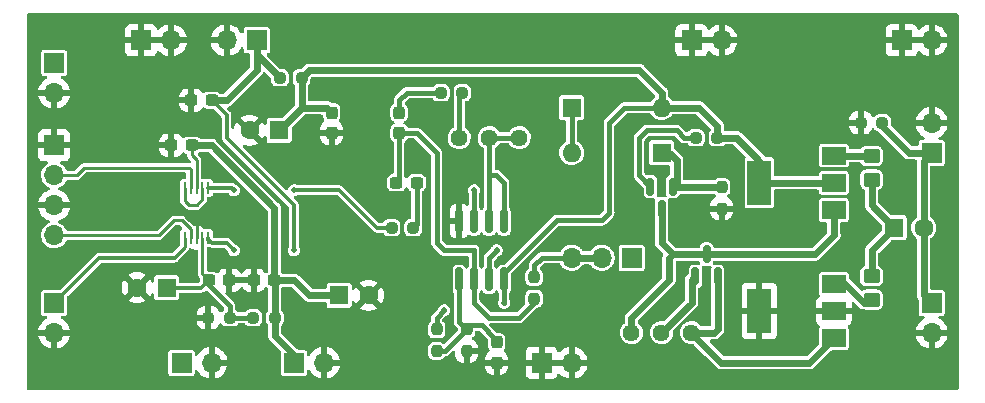
<source format=gbr>
%TF.GenerationSoftware,KiCad,Pcbnew,(6.0.2)*%
%TF.CreationDate,2022-04-20T12:38:45-07:00*%
%TF.ProjectId,audioModule2,61756469-6f4d-46f6-9475-6c65322e6b69,rev?*%
%TF.SameCoordinates,PX48ab840PY7b89fa0*%
%TF.FileFunction,Copper,L1,Top*%
%TF.FilePolarity,Positive*%
%FSLAX46Y46*%
G04 Gerber Fmt 4.6, Leading zero omitted, Abs format (unit mm)*
G04 Created by KiCad (PCBNEW (6.0.2)) date 2022-04-20 12:38:45*
%MOMM*%
%LPD*%
G01*
G04 APERTURE LIST*
G04 Aperture macros list*
%AMRoundRect*
0 Rectangle with rounded corners*
0 $1 Rounding radius*
0 $2 $3 $4 $5 $6 $7 $8 $9 X,Y pos of 4 corners*
0 Add a 4 corners polygon primitive as box body*
4,1,4,$2,$3,$4,$5,$6,$7,$8,$9,$2,$3,0*
0 Add four circle primitives for the rounded corners*
1,1,$1+$1,$2,$3*
1,1,$1+$1,$4,$5*
1,1,$1+$1,$6,$7*
1,1,$1+$1,$8,$9*
0 Add four rect primitives between the rounded corners*
20,1,$1+$1,$2,$3,$4,$5,0*
20,1,$1+$1,$4,$5,$6,$7,0*
20,1,$1+$1,$6,$7,$8,$9,0*
20,1,$1+$1,$8,$9,$2,$3,0*%
G04 Aperture macros list end*
%TA.AperFunction,ComponentPad*%
%ADD10R,1.600000X1.600000*%
%TD*%
%TA.AperFunction,ComponentPad*%
%ADD11C,1.600000*%
%TD*%
%TA.AperFunction,SMDPad,CuDef*%
%ADD12RoundRect,0.237500X0.237500X-0.300000X0.237500X0.300000X-0.237500X0.300000X-0.237500X-0.300000X0*%
%TD*%
%TA.AperFunction,SMDPad,CuDef*%
%ADD13RoundRect,0.150000X-0.150000X0.825000X-0.150000X-0.825000X0.150000X-0.825000X0.150000X0.825000X0*%
%TD*%
%TA.AperFunction,ComponentPad*%
%ADD14O,1.700000X1.700000*%
%TD*%
%TA.AperFunction,ComponentPad*%
%ADD15R,1.700000X1.700000*%
%TD*%
%TA.AperFunction,SMDPad,CuDef*%
%ADD16R,0.250000X1.000000*%
%TD*%
%TA.AperFunction,ComponentPad*%
%ADD17C,1.440000*%
%TD*%
%TA.AperFunction,SMDPad,CuDef*%
%ADD18RoundRect,0.237500X-0.250000X-0.237500X0.250000X-0.237500X0.250000X0.237500X-0.250000X0.237500X0*%
%TD*%
%TA.AperFunction,SMDPad,CuDef*%
%ADD19RoundRect,0.250000X-0.450000X0.350000X-0.450000X-0.350000X0.450000X-0.350000X0.450000X0.350000X0*%
%TD*%
%TA.AperFunction,SMDPad,CuDef*%
%ADD20RoundRect,0.237500X0.250000X0.237500X-0.250000X0.237500X-0.250000X-0.237500X0.250000X-0.237500X0*%
%TD*%
%TA.AperFunction,SMDPad,CuDef*%
%ADD21RoundRect,0.237500X-0.237500X0.250000X-0.237500X-0.250000X0.237500X-0.250000X0.237500X0.250000X0*%
%TD*%
%TA.AperFunction,SMDPad,CuDef*%
%ADD22RoundRect,0.237500X0.237500X-0.250000X0.237500X0.250000X-0.237500X0.250000X-0.237500X-0.250000X0*%
%TD*%
%TA.AperFunction,SMDPad,CuDef*%
%ADD23R,2.000000X3.800000*%
%TD*%
%TA.AperFunction,SMDPad,CuDef*%
%ADD24R,2.000000X1.500000*%
%TD*%
%TA.AperFunction,SMDPad,CuDef*%
%ADD25RoundRect,0.150000X0.150000X-0.587500X0.150000X0.587500X-0.150000X0.587500X-0.150000X-0.587500X0*%
%TD*%
%TA.AperFunction,SMDPad,CuDef*%
%ADD26RoundRect,0.150000X-0.150000X0.587500X-0.150000X-0.587500X0.150000X-0.587500X0.150000X0.587500X0*%
%TD*%
%TA.AperFunction,ComponentPad*%
%ADD27O,1.600000X1.600000*%
%TD*%
%TA.AperFunction,SMDPad,CuDef*%
%ADD28RoundRect,0.237500X-0.237500X0.300000X-0.237500X-0.300000X0.237500X-0.300000X0.237500X0.300000X0*%
%TD*%
%TA.AperFunction,SMDPad,CuDef*%
%ADD29RoundRect,0.237500X-0.300000X-0.237500X0.300000X-0.237500X0.300000X0.237500X-0.300000X0.237500X0*%
%TD*%
%TA.AperFunction,ViaPad*%
%ADD30C,0.762000*%
%TD*%
%TA.AperFunction,ViaPad*%
%ADD31C,0.508000*%
%TD*%
%TA.AperFunction,Conductor*%
%ADD32C,0.406400*%
%TD*%
%TA.AperFunction,Conductor*%
%ADD33C,0.254000*%
%TD*%
%TA.AperFunction,Conductor*%
%ADD34C,0.304800*%
%TD*%
%TA.AperFunction,Conductor*%
%ADD35C,0.609600*%
%TD*%
G04 APERTURE END LIST*
D10*
%TO.P,C16,1,+*%
%TO.N,Net-(C16-Pad1)*%
X73660000Y13975000D03*
D11*
%TO.P,C16,2,-*%
%TO.N,Net-(C16-Pad2)*%
X76160000Y13975000D03*
%TD*%
D10*
%TO.P,C9,1,+*%
%TO.N,Net-(C8-Pad2)*%
X21590000Y22230000D03*
D11*
%TO.P,C9,2,-*%
%TO.N,GND*%
X19090000Y22230000D03*
%TD*%
D10*
%TO.P,C3,1,+*%
%TO.N,Net-(C2-Pad1)*%
X12065000Y8895000D03*
D11*
%TO.P,C3,2,-*%
%TO.N,GND*%
X9565000Y8895000D03*
%TD*%
D10*
%TO.P,C1,1,+*%
%TO.N,/VCC5*%
X26670000Y8260000D03*
D11*
%TO.P,C1,2,-*%
%TO.N,GND*%
X29170000Y8260000D03*
%TD*%
D12*
%TO.P,C14,1,1*%
%TO.N,GND*%
X40005000Y2545000D03*
%TO.P,C14,2,2*%
%TO.N,Net-(C14-Pad2)*%
X40005000Y4270000D03*
%TD*%
D13*
%TO.P,U$2,8,V+*%
%TO.N,Net-(C8-Pad2)*%
X40640000Y9595000D03*
%TO.P,U$2,7,OUT*%
%TO.N,Net-(Q2-Pad2)*%
X39370000Y9595000D03*
%TO.P,U$2,6,-IN*%
%TO.N,Net-(C12-Pad1)*%
X38100000Y9595000D03*
%TO.P,U$2,5,+IN*%
%TO.N,Net-(C14-Pad2)*%
X36830000Y9595000D03*
%TO.P,U$2,4,V-*%
%TO.N,GND*%
X36830000Y14545000D03*
%TO.P,U$2,3,+IN*%
%TO.N,Net-(C13-Pad2)*%
X38100000Y14545000D03*
%TO.P,U$2,2,-IN*%
%TO.N,Net-(RV1-Pad1)*%
X39370000Y14545000D03*
%TO.P,U$2,1,OUT*%
X40640000Y14545000D03*
%TD*%
D14*
%TO.P,JP6,4,4*%
%TO.N,/SSB*%
X2540000Y13340000D03*
%TO.P,JP6,3,3*%
%TO.N,GND*%
X2540000Y15880000D03*
%TO.P,JP6,2,2*%
%TO.N,/CW*%
X2540000Y18420000D03*
D15*
%TO.P,JP6,1,1*%
%TO.N,GND*%
X2540000Y20960000D03*
%TD*%
D16*
%TO.P,U$1,1,IN1*%
%TO.N,/FILTER_SEL*%
X13605000Y13131900D03*
%TO.P,U$1,2,NO1*%
%TO.N,/SSB*%
X14105000Y13131900D03*
%TO.P,U$1,3,GND*%
%TO.N,GND*%
X14605000Y13131900D03*
%TO.P,U$1,4,NO2*%
%TO.N,Net-(C2-Pad1)*%
X15105000Y13131900D03*
%TO.P,U$1,5,IN2*%
%TO.N,/MUTE*%
X15605000Y13131900D03*
%TO.P,U$1,6,COM2*%
%TO.N,Net-(R10-Pad1)*%
X15605000Y17358100D03*
%TO.P,U$1,7,NC2*%
%TO.N,Net-(U$1-Pad10)*%
X15105000Y17358100D03*
%TO.P,U$1,8,V+*%
%TO.N,/VCC5*%
X14605000Y17358100D03*
%TO.P,U$1,9,NC1*%
%TO.N,/CW*%
X14105000Y17358100D03*
%TO.P,U$1,10,COM1*%
%TO.N,Net-(U$1-Pad10)*%
X13605000Y17358100D03*
%TD*%
D17*
%TO.P,RV2,3,3*%
%TO.N,Net-(Q2-Pad2)*%
X56505000Y5085000D03*
%TO.P,RV2,2,2*%
%TO.N,Net-(Q2-Pad1)*%
X53965000Y5085000D03*
%TO.P,RV2,1,1*%
%TO.N,Net-(Q1-Pad3)*%
X51425000Y5085000D03*
%TD*%
%TO.P,RV1,3,3*%
%TO.N,Net-(R14-Pad1)*%
X36840000Y21595000D03*
%TO.P,RV1,2,2*%
%TO.N,Net-(RV1-Pad1)*%
X39380000Y21595000D03*
%TO.P,RV1,1,1*%
X41920000Y21595000D03*
%TD*%
D18*
%TO.P,R20,2,2*%
%TO.N,Net-(C16-Pad2)*%
X72667500Y22865000D03*
%TO.P,R20,1,1*%
%TO.N,GND*%
X70842500Y22865000D03*
%TD*%
D19*
%TO.P,R19,2*%
%TO.N,Net-(Q4-Pad3)*%
X71755000Y7895000D03*
%TO.P,R19,1*%
%TO.N,Net-(C16-Pad1)*%
X71755000Y9895000D03*
%TD*%
%TO.P,R18,2*%
%TO.N,Net-(C16-Pad1)*%
X71755000Y18055000D03*
%TO.P,R18,1*%
%TO.N,Net-(Q3-Pad3)*%
X71755000Y20055000D03*
%TD*%
D20*
%TO.P,R17,2*%
%TO.N,Net-(Q1-Pad2)*%
X56872500Y21595000D03*
%TO.P,R17,1*%
%TO.N,Net-(C8-Pad2)*%
X58697500Y21595000D03*
%TD*%
D21*
%TO.P,R16,2*%
%TO.N,GND*%
X59055000Y15602500D03*
%TO.P,R16,1*%
%TO.N,Net-(D2-Pad1)*%
X59055000Y17427500D03*
%TD*%
D22*
%TO.P,R15,2,2*%
%TO.N,Net-(JP11-Pad2)*%
X43180000Y9807500D03*
%TO.P,R15,1,1*%
%TO.N,Net-(C12-Pad1)*%
X43180000Y7982500D03*
%TD*%
D20*
%TO.P,R14,2,2*%
%TO.N,Net-(C15-Pad1)*%
X35282500Y25405000D03*
%TO.P,R14,1,1*%
%TO.N,Net-(R14-Pad1)*%
X37107500Y25405000D03*
%TD*%
D21*
%TO.P,R13,2,2*%
%TO.N,GND*%
X37465000Y3537500D03*
%TO.P,R13,1,1*%
%TO.N,Net-(C14-Pad2)*%
X37465000Y5362500D03*
%TD*%
%TO.P,R12,2,2*%
%TO.N,Net-(C14-Pad2)*%
X34925000Y3537500D03*
%TO.P,R12,1,1*%
%TO.N,Net-(C8-Pad2)*%
X34925000Y5362500D03*
%TD*%
D18*
%TO.P,R10,2,2*%
%TO.N,Net-(C12-Pad2)*%
X32940000Y13975000D03*
%TO.P,R10,1,1*%
%TO.N,Net-(R10-Pad1)*%
X31115000Y13975000D03*
%TD*%
D20*
%TO.P,R8,2,2*%
%TO.N,Net-(C4-Pad2)*%
X21670000Y26675000D03*
%TO.P,R8,1,1*%
%TO.N,Net-(C8-Pad2)*%
X23495000Y26675000D03*
%TD*%
%TO.P,R4,2,2*%
%TO.N,Net-(C2-Pad1)*%
X19407500Y6355000D03*
%TO.P,R4,1,1*%
%TO.N,/VCC5*%
X21232500Y6355000D03*
%TD*%
D18*
%TO.P,R1,2,2*%
%TO.N,Net-(C2-Pad1)*%
X17422500Y6355000D03*
%TO.P,R1,1,1*%
%TO.N,GND*%
X15597500Y6355000D03*
%TD*%
D23*
%TO.P,Q4,4,C*%
%TO.N,GND*%
X62255000Y6921600D03*
D24*
%TO.P,Q4,3,E*%
%TO.N,Net-(Q4-Pad3)*%
X68555000Y9221600D03*
%TO.P,Q4,2,C*%
%TO.N,GND*%
X68555000Y6921600D03*
%TO.P,Q4,1,B*%
%TO.N,Net-(Q2-Pad2)*%
X68555000Y4621600D03*
%TD*%
D23*
%TO.P,Q3,4,C*%
%TO.N,Net-(C8-Pad2)*%
X62255000Y17785000D03*
D24*
%TO.P,Q3,3,E*%
%TO.N,Net-(Q3-Pad3)*%
X68555000Y20085000D03*
%TO.P,Q3,2,C*%
%TO.N,Net-(C8-Pad2)*%
X68555000Y17785000D03*
%TO.P,Q3,1,B*%
%TO.N,Net-(Q1-Pad3)*%
X68555000Y15485000D03*
%TD*%
D25*
%TO.P,Q2,3,C*%
%TO.N,Net-(Q1-Pad3)*%
X57785000Y11737500D03*
%TO.P,Q2,2,E*%
%TO.N,Net-(Q2-Pad2)*%
X58735000Y9862500D03*
%TO.P,Q2,1,B*%
%TO.N,Net-(Q2-Pad1)*%
X56835000Y9862500D03*
%TD*%
D26*
%TO.P,Q1,3,C*%
%TO.N,Net-(Q1-Pad3)*%
X53975000Y15577500D03*
%TO.P,Q1,2,E*%
%TO.N,Net-(Q1-Pad2)*%
X53025000Y17452500D03*
%TO.P,Q1,1,B*%
%TO.N,Net-(D2-Pad1)*%
X54925000Y17452500D03*
%TD*%
D14*
%TO.P,JP13,2,2*%
%TO.N,GND*%
X76835000Y5085000D03*
D15*
%TO.P,JP13,1,1*%
%TO.N,Net-(C16-Pad2)*%
X76835000Y7625000D03*
%TD*%
D14*
%TO.P,JP12,2,2*%
%TO.N,GND*%
X76835000Y22865000D03*
D15*
%TO.P,JP12,1,1*%
%TO.N,Net-(C16-Pad2)*%
X76835000Y20325000D03*
%TD*%
D14*
%TO.P,JP11,3,3*%
%TO.N,Net-(JP11-Pad2)*%
X46355000Y11435000D03*
%TO.P,JP11,2,2*%
X48895000Y11435000D03*
D15*
%TO.P,JP11,1,1*%
%TO.N,Net-(C16-Pad1)*%
X51435000Y11435000D03*
%TD*%
%TO.P,JP10,1,1*%
%TO.N,GND*%
X9901000Y29845000D03*
D14*
%TO.P,JP10,2,2*%
X12441000Y29845000D03*
%TD*%
D15*
%TO.P,JP9,1,1*%
%TO.N,GND*%
X43815000Y2545000D03*
D14*
%TO.P,JP9,2,2*%
X46355000Y2545000D03*
%TD*%
D15*
%TO.P,JP8,1,1*%
%TO.N,GND*%
X74295000Y29845000D03*
D14*
%TO.P,JP8,2,2*%
X76835000Y29845000D03*
%TD*%
D15*
%TO.P,JP7,1,1*%
%TO.N,GND*%
X56510000Y29845000D03*
D14*
%TO.P,JP7,2,2*%
X59050000Y29845000D03*
%TD*%
%TO.P,JP5,2,2*%
%TO.N,GND*%
X15870000Y2545000D03*
D15*
%TO.P,JP5,1,1*%
%TO.N,/MUTE*%
X13330000Y2545000D03*
%TD*%
D14*
%TO.P,JP4,2,2*%
%TO.N,GND*%
X2540000Y5085000D03*
D15*
%TO.P,JP4,1,1*%
%TO.N,/FILTER_SEL*%
X2540000Y7625000D03*
%TD*%
D14*
%TO.P,JP3,2,2*%
%TO.N,GND*%
X25395000Y2545000D03*
D15*
%TO.P,JP3,1,1*%
%TO.N,/VCC5*%
X22855000Y2545000D03*
%TD*%
D14*
%TO.P,JP2,2,2*%
%TO.N,GND*%
X2540000Y25405000D03*
D15*
%TO.P,JP2,1,1*%
%TO.N,Net-(C6-Pad2)*%
X2540000Y27945000D03*
%TD*%
%TO.P,JP1,1,1*%
%TO.N,Net-(C4-Pad2)*%
X19690000Y29845000D03*
D14*
%TO.P,JP1,2,2*%
%TO.N,GND*%
X17150000Y29845000D03*
%TD*%
D27*
%TO.P,D2,2,A*%
%TO.N,Net-(D1-Pad1)*%
X46355000Y20325000D03*
D10*
%TO.P,D2,1,K*%
%TO.N,Net-(D2-Pad1)*%
X53975000Y20325000D03*
%TD*%
D27*
%TO.P,D1,2,A*%
%TO.N,Net-(C8-Pad2)*%
X53975000Y24135000D03*
D10*
%TO.P,D1,1,K*%
%TO.N,Net-(D1-Pad1)*%
X46355000Y24135000D03*
%TD*%
D28*
%TO.P,C15,2,2*%
%TO.N,Net-(C12-Pad1)*%
X31750000Y22002500D03*
%TO.P,C15,1,1*%
%TO.N,Net-(C15-Pad1)*%
X31750000Y23727500D03*
%TD*%
D29*
%TO.P,C12,2,2*%
%TO.N,Net-(C12-Pad2)*%
X33247500Y17785000D03*
%TO.P,C12,1,1*%
%TO.N,Net-(C12-Pad1)*%
X31522500Y17785000D03*
%TD*%
%TO.P,C11,2,2*%
%TO.N,/VCC5*%
X14197500Y20960000D03*
%TO.P,C11,1,1*%
%TO.N,GND*%
X12472500Y20960000D03*
%TD*%
D12*
%TO.P,C8,2,2*%
%TO.N,Net-(C8-Pad2)*%
X26035000Y23727500D03*
%TO.P,C8,1,1*%
%TO.N,GND*%
X26035000Y22002500D03*
%TD*%
D29*
%TO.P,C5,2,2*%
%TO.N,/VCC5*%
X21182500Y9530000D03*
%TO.P,C5,1,1*%
%TO.N,GND*%
X19457500Y9530000D03*
%TD*%
%TO.P,C4,2,2*%
%TO.N,Net-(C4-Pad2)*%
X15875000Y24770000D03*
%TO.P,C4,1,1*%
%TO.N,GND*%
X14150000Y24770000D03*
%TD*%
%TO.P,C2,2,2*%
%TO.N,GND*%
X17372500Y9530000D03*
%TO.P,C2,1,1*%
%TO.N,Net-(C2-Pad1)*%
X15647500Y9530000D03*
%TD*%
D30*
%TO.N,GND*%
X5080000Y2032000D03*
X48768000Y9144000D03*
X51308000Y16256000D03*
X60960000Y1016000D03*
X65024000Y13208000D03*
X40132000Y25400000D03*
X44704000Y17272000D03*
X33528000Y9144000D03*
X30988000Y1524000D03*
X9652000Y16764000D03*
X14224000Y26924000D03*
X28448000Y25400000D03*
X27611310Y29895219D03*
X47244000Y29464000D03*
X66040000Y29464000D03*
X60960000Y25908000D03*
X10160000Y20960000D03*
X13970000Y11435000D03*
X14605000Y14610000D03*
X36068000Y16256000D03*
X68580000Y22865000D03*
X71755000Y4450000D03*
X60325000Y6990000D03*
X65405000Y6921600D03*
X57150000Y15245000D03*
X33020000Y20960000D03*
X28575000Y20325000D03*
X25400000Y20325000D03*
X18415000Y8128000D03*
D31*
%TO.N,Net-(C4-Pad2)*%
X22860000Y12070000D03*
%TO.N,Net-(R10-Pad1)*%
X22860000Y17150000D03*
X17780000Y17150000D03*
%TO.N,/MUTE*%
X17780000Y12070000D03*
%TO.N,Net-(C8-Pad2)*%
X35560000Y6990000D03*
X40640000Y7625000D03*
%TO.N,Net-(Q2-Pad2)*%
X40005000Y12070000D03*
%TO.N,Net-(C13-Pad2)*%
X38100000Y17150000D03*
%TD*%
D32*
%TO.N,Net-(C14-Pad2)*%
X37822500Y5720000D02*
X37465000Y5362500D01*
X38735000Y5720000D02*
X37822500Y5720000D01*
X35640000Y3537500D02*
X37465000Y5362500D01*
X34925000Y3537500D02*
X35640000Y3537500D01*
X36830000Y5997500D02*
X37465000Y5362500D01*
D33*
%TO.N,GND*%
X14605000Y13131900D02*
X14605000Y14610000D01*
D34*
%TO.N,Net-(C4-Pad2)*%
X17145000Y21595000D02*
X17145000Y23500000D01*
X17145000Y23500000D02*
X15875000Y24770000D01*
D35*
X19690000Y27310000D02*
X19690000Y29845000D01*
X17150000Y24770000D02*
X19690000Y27310000D01*
X15875000Y24770000D02*
X17150000Y24770000D01*
X19690000Y28655000D02*
X21670000Y26675000D01*
X19690000Y29845000D02*
X19690000Y28655000D01*
D34*
X22860000Y15880000D02*
X17145000Y21595000D01*
X22860000Y12070000D02*
X22860000Y15880000D01*
%TO.N,Net-(R10-Pad1)*%
X26670000Y17150000D02*
X29845000Y13975000D01*
X22860000Y17150000D02*
X26670000Y17150000D01*
X29845000Y13975000D02*
X31115000Y13975000D01*
D35*
%TO.N,Net-(C8-Pad2)*%
X52070000Y27310000D02*
X24130000Y27310000D01*
X24130000Y27310000D02*
X23495000Y26675000D01*
X25627500Y24135000D02*
X26035000Y23727500D01*
X23495000Y24135000D02*
X25627500Y24135000D01*
X23495000Y24135000D02*
X23495000Y26675000D01*
X21590000Y22230000D02*
X23495000Y24135000D01*
X53975000Y25405000D02*
X52070000Y27310000D01*
X53975000Y24135000D02*
X53975000Y25405000D01*
D34*
%TO.N,Net-(R10-Pad1)*%
X17571900Y17358100D02*
X17780000Y17150000D01*
X15605000Y17358100D02*
X17571900Y17358100D01*
D35*
%TO.N,/VCC5*%
X15875000Y20960000D02*
X14197500Y20960000D01*
X21182500Y15652500D02*
X15875000Y20960000D01*
X21182500Y9530000D02*
X21182500Y15652500D01*
D34*
%TO.N,Net-(C2-Pad1)*%
X15012500Y8895000D02*
X15647500Y9530000D01*
X12065000Y8895000D02*
X15012500Y8895000D01*
%TO.N,/MUTE*%
X15605000Y12975000D02*
X15605000Y13131900D01*
X15875000Y12705000D02*
X15605000Y12975000D01*
X17145000Y12705000D02*
X15875000Y12705000D01*
X17780000Y12070000D02*
X17145000Y12705000D01*
D35*
%TO.N,/VCC5*%
X22860000Y9530000D02*
X21182500Y9530000D01*
X24130000Y8260000D02*
X22860000Y9530000D01*
X26670000Y8260000D02*
X24130000Y8260000D01*
X21232500Y9480000D02*
X21182500Y9530000D01*
X21232500Y6355000D02*
X21232500Y9480000D01*
X22855000Y3185000D02*
X21232500Y4807500D01*
X21232500Y4807500D02*
X21232500Y6355000D01*
X22855000Y2545000D02*
X22855000Y3185000D01*
D32*
%TO.N,Net-(C2-Pad1)*%
X19407500Y6355000D02*
X17422500Y6355000D01*
X17422500Y7347500D02*
X17422500Y6355000D01*
X15647500Y9122500D02*
X17422500Y7347500D01*
X15647500Y9530000D02*
X15647500Y9122500D01*
D33*
X15105000Y10072500D02*
X15647500Y9530000D01*
X15105000Y13131900D02*
X15105000Y10072500D01*
%TO.N,Net-(U$1-Pad10)*%
X15105000Y16380000D02*
X15105000Y17358100D01*
X14605000Y15880000D02*
X15105000Y16380000D01*
X13970000Y15880000D02*
X14605000Y15880000D01*
X13605000Y16245000D02*
X13970000Y15880000D01*
X13605000Y17358100D02*
X13605000Y16245000D01*
%TO.N,/CW*%
X4445000Y18420000D02*
X2540000Y18420000D01*
X5080000Y19055000D02*
X4445000Y18420000D01*
X13970000Y19055000D02*
X5080000Y19055000D01*
X14105000Y17358100D02*
X14105000Y18920000D01*
X14105000Y18920000D02*
X13970000Y19055000D01*
%TO.N,/VCC5*%
X14197500Y20097500D02*
X14605000Y19690000D01*
X14605000Y19690000D02*
X14605000Y17358100D01*
X14197500Y20960000D02*
X14197500Y20097500D01*
%TO.N,/SSB*%
X14105000Y13840000D02*
X14105000Y13131900D01*
X11430000Y13340000D02*
X12700000Y14610000D01*
X2540000Y13340000D02*
X11430000Y13340000D01*
X12700000Y14610000D02*
X13335000Y14610000D01*
X13335000Y14610000D02*
X14105000Y13840000D01*
D34*
%TO.N,/FILTER_SEL*%
X12700000Y11435000D02*
X6350000Y11435000D01*
D33*
X13605000Y12340000D02*
X12700000Y11435000D01*
D34*
X6350000Y11435000D02*
X2540000Y7625000D01*
D33*
X13605000Y13131900D02*
X13605000Y12340000D01*
D32*
%TO.N,Net-(C12-Pad1)*%
X38100000Y7625000D02*
X38100000Y9595000D01*
X41910000Y6355000D02*
X39370000Y6355000D01*
X43180000Y7982500D02*
X43180000Y7625000D01*
X43180000Y7625000D02*
X41910000Y6355000D01*
X39370000Y6355000D02*
X38100000Y7625000D01*
%TO.N,Net-(C14-Pad2)*%
X39777500Y4677500D02*
X38735000Y5720000D01*
X39777500Y4450000D02*
X39777500Y4677500D01*
%TO.N,Net-(C8-Pad2)*%
X40640000Y7625000D02*
X40640000Y9595000D01*
X34925000Y6355000D02*
X35560000Y6990000D01*
X34925000Y5362500D02*
X34925000Y6355000D01*
%TO.N,Net-(Q2-Pad2)*%
X40005000Y12070000D02*
X39370000Y11435000D01*
X39370000Y11435000D02*
X39370000Y9595000D01*
%TO.N,Net-(C12-Pad1)*%
X38100000Y12070000D02*
X38100000Y9595000D01*
X35560000Y12070000D02*
X38100000Y12070000D01*
X34925000Y12705000D02*
X35560000Y12070000D01*
X34925000Y20325000D02*
X34925000Y12705000D01*
X33247500Y22002500D02*
X34925000Y20325000D01*
X31750000Y22002500D02*
X33247500Y22002500D01*
%TO.N,Net-(C13-Pad2)*%
X38100000Y14545000D02*
X38100000Y17150000D01*
%TO.N,Net-(C12-Pad2)*%
X33247500Y14282500D02*
X32940000Y13975000D01*
X33247500Y17785000D02*
X33247500Y14282500D01*
%TO.N,Net-(C12-Pad1)*%
X31750000Y18012500D02*
X31522500Y17785000D01*
X31750000Y22002500D02*
X31750000Y18012500D01*
%TO.N,Net-(C15-Pad1)*%
X31750000Y24770000D02*
X31750000Y23727500D01*
X32385000Y25405000D02*
X31750000Y24770000D01*
X35282500Y25405000D02*
X32385000Y25405000D01*
%TO.N,Net-(R14-Pad1)*%
X36840000Y25137500D02*
X37107500Y25405000D01*
X36840000Y21595000D02*
X36840000Y25137500D01*
%TO.N,Net-(RV1-Pad1)*%
X39995000Y18430000D02*
X39380000Y18430000D01*
X40640000Y17785000D02*
X39995000Y18430000D01*
X39380000Y21595000D02*
X39380000Y18430000D01*
X40640000Y14545000D02*
X40640000Y17785000D01*
X39380000Y18430000D02*
X39380000Y14555000D01*
X39380000Y14555000D02*
X39370000Y14545000D01*
X41920000Y21595000D02*
X39380000Y21595000D01*
%TO.N,Net-(D1-Pad1)*%
X46355000Y24135000D02*
X46355000Y20325000D01*
%TO.N,Net-(C8-Pad2)*%
X40640000Y10165000D02*
X40640000Y9595000D01*
X45085000Y14610000D02*
X40640000Y10165000D01*
X48895000Y14610000D02*
X45085000Y14610000D01*
X49530000Y15245000D02*
X48895000Y14610000D01*
X49530000Y22865000D02*
X49530000Y15245000D01*
X50800000Y24135000D02*
X49530000Y22865000D01*
X53975000Y24135000D02*
X50800000Y24135000D01*
%TO.N,Net-(C14-Pad2)*%
X36830000Y9595000D02*
X36830000Y5997500D01*
%TO.N,Net-(JP11-Pad2)*%
X43815000Y11435000D02*
X43180000Y10800000D01*
X43180000Y10800000D02*
X43180000Y9807500D01*
X46355000Y11435000D02*
X43815000Y11435000D01*
%TO.N,Net-(Q1-Pad2)*%
X52070000Y18407500D02*
X53025000Y17452500D01*
X55245000Y22230000D02*
X52705000Y22230000D01*
X55880000Y21595000D02*
X55245000Y22230000D01*
X52705000Y22230000D02*
X52070000Y21595000D01*
X56872500Y21595000D02*
X55880000Y21595000D01*
X52070000Y21595000D02*
X52070000Y18407500D01*
D35*
%TO.N,Net-(C8-Pad2)*%
X57150000Y24135000D02*
X53975000Y24135000D01*
X58697500Y22587500D02*
X57150000Y24135000D01*
X58697500Y21595000D02*
X58697500Y22587500D01*
%TO.N,Net-(D2-Pad1)*%
X55245000Y17772500D02*
X54925000Y17452500D01*
X54610000Y20325000D02*
X55245000Y19690000D01*
X53975000Y20325000D02*
X54610000Y20325000D01*
X55245000Y19690000D02*
X55245000Y17772500D01*
X54950000Y17427500D02*
X54925000Y17452500D01*
X59055000Y17427500D02*
X54950000Y17427500D01*
%TO.N,Net-(C8-Pad2)*%
X60325000Y21595000D02*
X58697500Y21595000D01*
X62255000Y19665000D02*
X60325000Y21595000D01*
X62255000Y17785000D02*
X62255000Y19665000D01*
X68555000Y17785000D02*
X62255000Y17785000D01*
%TO.N,Net-(JP11-Pad2)*%
X46355000Y11435000D02*
X48895000Y11435000D01*
%TO.N,Net-(Q1-Pad3)*%
X53975000Y12675000D02*
X54912500Y11737500D01*
X53975000Y15577500D02*
X53975000Y12675000D01*
X54912500Y11737500D02*
X57785000Y11737500D01*
X54610000Y9530000D02*
X54610000Y11435000D01*
X54610000Y11435000D02*
X54912500Y11737500D01*
X51425000Y6345000D02*
X54610000Y9530000D01*
X51425000Y5085000D02*
X51425000Y6345000D01*
%TO.N,Net-(Q2-Pad1)*%
X56515000Y9542500D02*
X56835000Y9862500D01*
X56515000Y7635000D02*
X56515000Y9542500D01*
X53965000Y5085000D02*
X56515000Y7635000D01*
%TO.N,Net-(Q1-Pad3)*%
X68555000Y13365000D02*
X68555000Y15485000D01*
X68580000Y13340000D02*
X68555000Y13365000D01*
X66977500Y11737500D02*
X68580000Y13340000D01*
X57785000Y11737500D02*
X66977500Y11737500D01*
%TO.N,Net-(Q2-Pad2)*%
X66478400Y2545000D02*
X68555000Y4621600D01*
X59045000Y2545000D02*
X66478400Y2545000D01*
X56505000Y5085000D02*
X59045000Y2545000D01*
X58735000Y5400000D02*
X58420000Y5085000D01*
X58420000Y5085000D02*
X56505000Y5085000D01*
X58735000Y9862500D02*
X58735000Y5400000D01*
%TO.N,Net-(Q4-Pad3)*%
X71485000Y7625000D02*
X71755000Y7895000D01*
X69523400Y9221600D02*
X71120000Y7625000D01*
X68555000Y9221600D02*
X69523400Y9221600D01*
X71120000Y7625000D02*
X71485000Y7625000D01*
%TO.N,Net-(Q3-Pad3)*%
X71725000Y20085000D02*
X71755000Y20055000D01*
X68555000Y20085000D02*
X71725000Y20085000D01*
%TO.N,Net-(C16-Pad1)*%
X71755000Y12070000D02*
X73660000Y13975000D01*
X71755000Y9895000D02*
X71755000Y12070000D01*
X71755000Y15880000D02*
X73660000Y13975000D01*
X71755000Y18055000D02*
X71755000Y15880000D01*
%TO.N,Net-(C16-Pad2)*%
X72667500Y22587500D02*
X72667500Y22865000D01*
X76835000Y20325000D02*
X74930000Y20325000D01*
X74930000Y20325000D02*
X72667500Y22587500D01*
X76160000Y8300000D02*
X76835000Y7625000D01*
X76160000Y13975000D02*
X76160000Y8300000D01*
X76160000Y19650000D02*
X76835000Y20325000D01*
X76160000Y13975000D02*
X76160000Y19650000D01*
%TD*%
%TA.AperFunction,Conductor*%
%TO.N,GND*%
G36*
X79063121Y32110998D02*
G01*
X79109614Y32057342D01*
X79121000Y32005000D01*
X79121000Y380000D01*
X79100998Y311879D01*
X79047342Y265386D01*
X78995000Y254000D01*
X380000Y254000D01*
X311879Y274002D01*
X265386Y327658D01*
X254000Y380000D01*
X254000Y3420067D01*
X12225500Y3420067D01*
X12225501Y1669934D01*
X12240266Y1595699D01*
X12247161Y1585380D01*
X12247162Y1585378D01*
X12287516Y1524985D01*
X12296516Y1511516D01*
X12380699Y1455266D01*
X12454933Y1440500D01*
X13329858Y1440500D01*
X14205066Y1440501D01*
X14240818Y1447612D01*
X14267126Y1452844D01*
X14267128Y1452845D01*
X14279301Y1455266D01*
X14289621Y1462161D01*
X14289622Y1462162D01*
X14353168Y1504623D01*
X14363484Y1511516D01*
X14419734Y1595699D01*
X14434500Y1669933D01*
X14434500Y1841572D01*
X14454502Y1909693D01*
X14508158Y1956186D01*
X14578432Y1966290D01*
X14643012Y1936796D01*
X14667933Y1907407D01*
X14767694Y1744612D01*
X14773777Y1736301D01*
X14913213Y1575333D01*
X14920580Y1568117D01*
X15084434Y1432084D01*
X15092881Y1426169D01*
X15276756Y1318721D01*
X15286042Y1314271D01*
X15485001Y1238297D01*
X15494899Y1235421D01*
X15598250Y1214394D01*
X15612299Y1215590D01*
X15616000Y1225935D01*
X15616000Y1226483D01*
X16124000Y1226483D01*
X16128064Y1212641D01*
X16141478Y1210607D01*
X16148184Y1211466D01*
X16158262Y1213608D01*
X16362255Y1274809D01*
X16371842Y1278567D01*
X16563095Y1372261D01*
X16571945Y1377536D01*
X16745328Y1501208D01*
X16753200Y1507861D01*
X16904052Y1658188D01*
X16910730Y1666035D01*
X17035003Y1838980D01*
X17040313Y1847817D01*
X17134670Y2038733D01*
X17138469Y2048328D01*
X17200377Y2252090D01*
X17202555Y2262163D01*
X17203986Y2273038D01*
X17201775Y2287222D01*
X17188617Y2291000D01*
X16142115Y2291000D01*
X16126876Y2286525D01*
X16125671Y2285135D01*
X16124000Y2277452D01*
X16124000Y1226483D01*
X15616000Y1226483D01*
X15616000Y2817115D01*
X16124000Y2817115D01*
X16128475Y2801876D01*
X16129865Y2800671D01*
X16137548Y2799000D01*
X17188344Y2799000D01*
X17201875Y2802973D01*
X17203180Y2812053D01*
X17161214Y2979125D01*
X17157894Y2988876D01*
X17072972Y3184186D01*
X17068105Y3193261D01*
X16952426Y3372074D01*
X16946136Y3380243D01*
X16802806Y3537760D01*
X16795273Y3544785D01*
X16628139Y3676778D01*
X16619552Y3682483D01*
X16433117Y3785401D01*
X16423705Y3789631D01*
X16222959Y3860720D01*
X16212988Y3863354D01*
X16141837Y3876028D01*
X16128540Y3874568D01*
X16124000Y3860011D01*
X16124000Y2817115D01*
X15616000Y2817115D01*
X15616000Y3861898D01*
X15612082Y3875242D01*
X15597806Y3877229D01*
X15559324Y3871340D01*
X15549288Y3868949D01*
X15346868Y3802788D01*
X15337359Y3798791D01*
X15148463Y3700458D01*
X15139738Y3694964D01*
X14969433Y3567095D01*
X14961726Y3560252D01*
X14814590Y3406283D01*
X14808104Y3398273D01*
X14688098Y3222351D01*
X14683000Y3213377D01*
X14674787Y3195684D01*
X14627963Y3142317D01*
X14559720Y3122736D01*
X14491724Y3143159D01*
X14445564Y3197101D01*
X14434499Y3248734D01*
X14434499Y3420066D01*
X14424415Y3470768D01*
X14422156Y3482126D01*
X14422155Y3482128D01*
X14419734Y3494301D01*
X14401336Y3521836D01*
X14370377Y3568168D01*
X14363484Y3578484D01*
X14279301Y3634734D01*
X14205067Y3649500D01*
X13330142Y3649500D01*
X12454934Y3649499D01*
X12419182Y3642388D01*
X12392874Y3637156D01*
X12392872Y3637155D01*
X12380699Y3634734D01*
X12370379Y3627839D01*
X12370378Y3627838D01*
X12314821Y3590715D01*
X12296516Y3578484D01*
X12240266Y3494301D01*
X12225500Y3420067D01*
X254000Y3420067D01*
X254000Y4817034D01*
X1208257Y4817034D01*
X1238565Y4682554D01*
X1241645Y4672725D01*
X1321770Y4475397D01*
X1326413Y4466206D01*
X1437694Y4284612D01*
X1443777Y4276301D01*
X1583213Y4115333D01*
X1590580Y4108117D01*
X1754434Y3972084D01*
X1762881Y3966169D01*
X1946756Y3858721D01*
X1956042Y3854271D01*
X2155001Y3778297D01*
X2164899Y3775421D01*
X2268250Y3754394D01*
X2282299Y3755590D01*
X2286000Y3765935D01*
X2286000Y3766483D01*
X2794000Y3766483D01*
X2798064Y3752641D01*
X2811478Y3750607D01*
X2818184Y3751466D01*
X2828262Y3753608D01*
X3032255Y3814809D01*
X3041842Y3818567D01*
X3233095Y3912261D01*
X3241945Y3917536D01*
X3415328Y4041208D01*
X3423200Y4047861D01*
X3574052Y4198188D01*
X3580730Y4206035D01*
X3705003Y4378980D01*
X3710313Y4387817D01*
X3804670Y4578733D01*
X3808469Y4588328D01*
X3870377Y4792090D01*
X3872555Y4802163D01*
X3873986Y4813038D01*
X3871775Y4827222D01*
X3858617Y4831000D01*
X2812115Y4831000D01*
X2796876Y4826525D01*
X2795671Y4825135D01*
X2794000Y4817452D01*
X2794000Y3766483D01*
X2286000Y3766483D01*
X2286000Y4812885D01*
X2281525Y4828124D01*
X2280135Y4829329D01*
X2272452Y4831000D01*
X1223225Y4831000D01*
X1209694Y4827027D01*
X1208257Y4817034D01*
X254000Y4817034D01*
X254000Y5350817D01*
X1204389Y5350817D01*
X1205912Y5342393D01*
X1218292Y5339000D01*
X3858344Y5339000D01*
X3871875Y5342973D01*
X3873180Y5352053D01*
X3831214Y5519125D01*
X3827894Y5528876D01*
X3742972Y5724186D01*
X3738105Y5733261D01*
X3622426Y5912074D01*
X3616136Y5920243D01*
X3478744Y6071234D01*
X14602000Y6071234D01*
X14602337Y6064718D01*
X14612075Y5970868D01*
X14614968Y5957472D01*
X14665488Y5806047D01*
X14671653Y5792885D01*
X14755426Y5657508D01*
X14764460Y5646110D01*
X14877129Y5533637D01*
X14888540Y5524625D01*
X15024063Y5441088D01*
X15037241Y5434944D01*
X15188766Y5384685D01*
X15202132Y5381819D01*
X15294770Y5372328D01*
X15301185Y5372000D01*
X15325385Y5372000D01*
X15340624Y5376475D01*
X15341829Y5377865D01*
X15343500Y5385548D01*
X15343500Y6082885D01*
X15339025Y6098124D01*
X15337635Y6099329D01*
X15329952Y6101000D01*
X14620115Y6101000D01*
X14604876Y6096525D01*
X14603671Y6095135D01*
X14602000Y6087452D01*
X14602000Y6071234D01*
X3478744Y6071234D01*
X3472806Y6077760D01*
X3465273Y6084785D01*
X3298139Y6216778D01*
X3289552Y6222483D01*
X3177765Y6284193D01*
X3127795Y6334625D01*
X3113023Y6404068D01*
X3138139Y6470473D01*
X3195170Y6512758D01*
X3238658Y6520501D01*
X3415066Y6520501D01*
X3450818Y6527612D01*
X3477126Y6532844D01*
X3477128Y6532845D01*
X3489301Y6535266D01*
X3499621Y6542161D01*
X3499622Y6542162D01*
X3563168Y6584623D01*
X3573484Y6591516D01*
X3597271Y6627115D01*
X14602000Y6627115D01*
X14606475Y6611876D01*
X14607865Y6610671D01*
X14615548Y6609000D01*
X15325385Y6609000D01*
X15340624Y6613475D01*
X15341829Y6614865D01*
X15343500Y6622548D01*
X15343500Y7319885D01*
X15339025Y7335124D01*
X15337635Y7336329D01*
X15329952Y7338000D01*
X15301234Y7338000D01*
X15294718Y7337663D01*
X15200868Y7327925D01*
X15187472Y7325032D01*
X15036047Y7274512D01*
X15022885Y7268347D01*
X14887508Y7184574D01*
X14876110Y7175540D01*
X14763637Y7062871D01*
X14754625Y7051460D01*
X14671088Y6915937D01*
X14664944Y6902759D01*
X14614685Y6751234D01*
X14611819Y6737868D01*
X14602328Y6645230D01*
X14602000Y6638815D01*
X14602000Y6627115D01*
X3597271Y6627115D01*
X3629734Y6675699D01*
X3644500Y6749933D01*
X3644499Y7808938D01*
X8843493Y7808938D01*
X8852789Y7796923D01*
X8903994Y7761069D01*
X8913489Y7755586D01*
X9110947Y7663510D01*
X9121239Y7659764D01*
X9331688Y7603375D01*
X9342481Y7601472D01*
X9559525Y7582483D01*
X9570475Y7582483D01*
X9787519Y7601472D01*
X9798312Y7603375D01*
X10008761Y7659764D01*
X10019053Y7663510D01*
X10216511Y7755586D01*
X10226006Y7761069D01*
X10278048Y7797509D01*
X10286424Y7807988D01*
X10279356Y7821434D01*
X9577812Y8522978D01*
X9563868Y8530592D01*
X9562035Y8530461D01*
X9555420Y8526210D01*
X8849923Y7820713D01*
X8843493Y7808938D01*
X3644499Y7808938D01*
X3644499Y8101866D01*
X3664501Y8169987D01*
X3681404Y8190961D01*
X4379968Y8889525D01*
X8252483Y8889525D01*
X8271472Y8672481D01*
X8273375Y8661688D01*
X8329764Y8451239D01*
X8333510Y8440947D01*
X8425586Y8243489D01*
X8431069Y8233994D01*
X8467509Y8181952D01*
X8477988Y8173576D01*
X8491434Y8180644D01*
X9192978Y8882188D01*
X9200592Y8896132D01*
X9200461Y8897965D01*
X9196210Y8904580D01*
X8490713Y9610077D01*
X8478938Y9616507D01*
X8466923Y9607211D01*
X8431069Y9556006D01*
X8425586Y9546511D01*
X8333510Y9349053D01*
X8329764Y9338761D01*
X8273375Y9128312D01*
X8271472Y9117519D01*
X8252483Y8900475D01*
X8252483Y8889525D01*
X4379968Y8889525D01*
X5472455Y9982012D01*
X8843576Y9982012D01*
X8850644Y9968566D01*
X9552188Y9267022D01*
X9566132Y9259408D01*
X9567965Y9259539D01*
X9574580Y9263790D01*
X10280077Y9969287D01*
X10286507Y9981062D01*
X10277211Y9993077D01*
X10226006Y10028931D01*
X10216511Y10034414D01*
X10019053Y10126490D01*
X10008761Y10130236D01*
X9798312Y10186625D01*
X9787519Y10188528D01*
X9570475Y10207517D01*
X9559525Y10207517D01*
X9342481Y10188528D01*
X9331688Y10186625D01*
X9121239Y10130236D01*
X9110947Y10126490D01*
X8913489Y10034414D01*
X8903994Y10028931D01*
X8851952Y9992491D01*
X8843576Y9982012D01*
X5472455Y9982012D01*
X6481638Y10991195D01*
X6543950Y11025221D01*
X6570733Y11028100D01*
X12732024Y11028100D01*
X12789128Y11037144D01*
X12817515Y11041640D01*
X12817517Y11041641D01*
X12827306Y11043191D01*
X12942151Y11101708D01*
X13033292Y11192849D01*
X13061549Y11248306D01*
X13084721Y11280199D01*
X13458853Y11654330D01*
X13836483Y12031960D01*
X13855494Y12047314D01*
X13856556Y12048280D01*
X13865304Y12053929D01*
X13871748Y12062104D01*
X13871751Y12062106D01*
X13886229Y12080472D01*
X13890208Y12084950D01*
X13890137Y12085010D01*
X13893490Y12088967D01*
X13897171Y12092648D01*
X13900197Y12096882D01*
X13908469Y12108457D01*
X13912032Y12113202D01*
X13921503Y12125216D01*
X13943934Y12153670D01*
X13946984Y12162355D01*
X13952334Y12169842D01*
X13955318Y12179820D01*
X13959897Y12189168D01*
X13961336Y12188463D01*
X13993654Y12238204D01*
X14058381Y12267374D01*
X14128604Y12256920D01*
X14151256Y12243395D01*
X14226352Y12187114D01*
X14241946Y12178576D01*
X14362394Y12133422D01*
X14377649Y12129795D01*
X14428514Y12124269D01*
X14435327Y12123900D01*
X14597499Y12123901D01*
X14665620Y12103899D01*
X14712113Y12050244D01*
X14723500Y11997901D01*
X14723500Y10126635D01*
X14720914Y10102336D01*
X14720846Y10100898D01*
X14718655Y10090720D01*
X14720504Y10075098D01*
X14722627Y10057158D01*
X14722979Y10051180D01*
X14723072Y10051188D01*
X14723500Y10046010D01*
X14723500Y10040808D01*
X14726656Y10021851D01*
X14726686Y10021668D01*
X14727523Y10015789D01*
X14730401Y9991474D01*
X14733582Y9964593D01*
X14737567Y9956294D01*
X14739078Y9947217D01*
X14763558Y9901849D01*
X14766239Y9896586D01*
X14785127Y9857250D01*
X14785130Y9857246D01*
X14788560Y9850102D01*
X14792170Y9845808D01*
X14794102Y9843876D01*
X14795889Y9841927D01*
X14795918Y9841874D01*
X14795788Y9841755D01*
X14796289Y9841187D01*
X14799388Y9835443D01*
X14807032Y9828377D01*
X14815028Y9820986D01*
X14851474Y9760058D01*
X14855500Y9728460D01*
X14855500Y9427900D01*
X14835498Y9359779D01*
X14781842Y9313286D01*
X14729500Y9301900D01*
X13245499Y9301900D01*
X13177378Y9321902D01*
X13130885Y9375558D01*
X13119499Y9427900D01*
X13119499Y9720066D01*
X13109077Y9772466D01*
X13107156Y9782126D01*
X13107155Y9782128D01*
X13104734Y9794301D01*
X13097406Y9805269D01*
X13055377Y9868168D01*
X13048484Y9878484D01*
X12964301Y9934734D01*
X12890067Y9949500D01*
X12065134Y9949500D01*
X11239934Y9949499D01*
X11214866Y9944513D01*
X11177874Y9937156D01*
X11177872Y9937155D01*
X11165699Y9934734D01*
X11155379Y9927839D01*
X11155378Y9927838D01*
X11112600Y9899254D01*
X11081516Y9878484D01*
X11025266Y9794301D01*
X11010500Y9720067D01*
X11010500Y9458456D01*
X10990498Y9390335D01*
X10936842Y9343842D01*
X10866568Y9333738D01*
X10801988Y9363232D01*
X10770305Y9405206D01*
X10704414Y9546511D01*
X10698931Y9556006D01*
X10662491Y9608048D01*
X10652012Y9616424D01*
X10638566Y9609356D01*
X9937022Y8907812D01*
X9929408Y8893868D01*
X9929539Y8892035D01*
X9933790Y8885420D01*
X10639287Y8179923D01*
X10651062Y8173493D01*
X10663077Y8182789D01*
X10698931Y8233994D01*
X10704414Y8243489D01*
X10770306Y8384795D01*
X10817224Y8438080D01*
X10885501Y8457541D01*
X10953461Y8436999D01*
X10999526Y8382976D01*
X11010501Y8331546D01*
X11010501Y8069934D01*
X11025266Y7995699D01*
X11032161Y7985380D01*
X11032162Y7985378D01*
X11063465Y7938531D01*
X11081516Y7911516D01*
X11165699Y7855266D01*
X11239933Y7840500D01*
X12064866Y7840500D01*
X12890066Y7840501D01*
X12925818Y7847612D01*
X12952126Y7852844D01*
X12952128Y7852845D01*
X12964301Y7855266D01*
X12974621Y7862161D01*
X12974622Y7862162D01*
X13038168Y7904623D01*
X13048484Y7911516D01*
X13104734Y7995699D01*
X13119500Y8069933D01*
X13119500Y8362100D01*
X13139502Y8430221D01*
X13193158Y8476714D01*
X13245500Y8488100D01*
X15076946Y8488100D01*
X15098348Y8495054D01*
X15117574Y8499670D01*
X15120075Y8500066D01*
X15139806Y8503191D01*
X15159859Y8513408D01*
X15178120Y8520972D01*
X15190097Y8524864D01*
X15190099Y8524865D01*
X15199532Y8527930D01*
X15217741Y8541160D01*
X15234596Y8551490D01*
X15254651Y8561708D01*
X15318734Y8625791D01*
X15381046Y8659817D01*
X15451861Y8654752D01*
X15496924Y8625791D01*
X16211198Y7911516D01*
X16922734Y7199980D01*
X16956760Y7137668D01*
X16951695Y7066852D01*
X16909203Y7010058D01*
X16821026Y6943974D01*
X16815645Y6936794D01*
X16815644Y6936793D01*
X16754305Y6854948D01*
X16697446Y6812433D01*
X16626628Y6807407D01*
X16564334Y6841467D01*
X16533956Y6890636D01*
X16529515Y6903948D01*
X16523347Y6917115D01*
X16439574Y7052492D01*
X16430540Y7063890D01*
X16317871Y7176363D01*
X16306460Y7185375D01*
X16170937Y7268912D01*
X16157759Y7275056D01*
X16006234Y7325315D01*
X15992868Y7328181D01*
X15900230Y7337672D01*
X15893815Y7338000D01*
X15869615Y7338000D01*
X15854376Y7333525D01*
X15853171Y7332135D01*
X15851500Y7324452D01*
X15851500Y5390115D01*
X15855975Y5374876D01*
X15857365Y5373671D01*
X15865048Y5372000D01*
X15893766Y5372000D01*
X15900282Y5372337D01*
X15994132Y5382075D01*
X16007528Y5384968D01*
X16158953Y5435488D01*
X16172115Y5441653D01*
X16307492Y5525426D01*
X16318890Y5534460D01*
X16431363Y5647129D01*
X16440375Y5658540D01*
X16523912Y5794063D01*
X16530054Y5807236D01*
X16533971Y5819044D01*
X16574403Y5877403D01*
X16639967Y5904639D01*
X16709849Y5892105D01*
X16754389Y5854940D01*
X16821026Y5766026D01*
X16933801Y5681507D01*
X16942202Y5678357D01*
X16942205Y5678356D01*
X16993651Y5659070D01*
X17065764Y5632036D01*
X17125930Y5625500D01*
X17719070Y5625500D01*
X17779236Y5632036D01*
X17851349Y5659070D01*
X17902795Y5678356D01*
X17902798Y5678357D01*
X17911199Y5681507D01*
X18023974Y5766026D01*
X18084558Y5846864D01*
X18141417Y5889380D01*
X18185385Y5897300D01*
X18644615Y5897300D01*
X18712736Y5877298D01*
X18745442Y5846864D01*
X18806026Y5766026D01*
X18918801Y5681507D01*
X18927202Y5678357D01*
X18927205Y5678356D01*
X18978651Y5659070D01*
X19050764Y5632036D01*
X19110930Y5625500D01*
X19704070Y5625500D01*
X19764236Y5632036D01*
X19836349Y5659070D01*
X19887795Y5678356D01*
X19887798Y5678357D01*
X19896199Y5681507D01*
X20008974Y5766026D01*
X20093493Y5878801D01*
X20098481Y5892105D01*
X20133220Y5984773D01*
X20142964Y6010764D01*
X20149500Y6070930D01*
X20149500Y6639070D01*
X20142964Y6699236D01*
X20121638Y6756123D01*
X20096644Y6822795D01*
X20096643Y6822798D01*
X20093493Y6831199D01*
X20008974Y6943974D01*
X19896199Y7028493D01*
X19887798Y7031643D01*
X19887795Y7031644D01*
X19801778Y7063890D01*
X19764236Y7077964D01*
X19704070Y7084500D01*
X19110930Y7084500D01*
X19050764Y7077964D01*
X19013222Y7063890D01*
X18927205Y7031644D01*
X18927202Y7031643D01*
X18918801Y7028493D01*
X18806026Y6943974D01*
X18800645Y6936794D01*
X18745442Y6863136D01*
X18688583Y6820620D01*
X18644615Y6812700D01*
X18185385Y6812700D01*
X18117264Y6832702D01*
X18084558Y6863136D01*
X18029355Y6936794D01*
X18023974Y6943974D01*
X17930636Y7013926D01*
X17888120Y7070785D01*
X17880200Y7114753D01*
X17880200Y7312852D01*
X17881073Y7327662D01*
X17884035Y7352687D01*
X17885142Y7362040D01*
X17883164Y7372872D01*
X17874425Y7420724D01*
X17873775Y7424626D01*
X17868347Y7460728D01*
X17864908Y7483602D01*
X17861733Y7490214D01*
X17860415Y7497431D01*
X17832915Y7550371D01*
X17831146Y7553912D01*
X17809410Y7599178D01*
X17809409Y7599179D01*
X17805331Y7607672D01*
X17800425Y7612979D01*
X17800283Y7613189D01*
X17796970Y7619568D01*
X17792591Y7624694D01*
X17754730Y7662555D01*
X17751301Y7666121D01*
X17718299Y7701823D01*
X17718296Y7701825D01*
X17711906Y7708738D01*
X17705471Y7712476D01*
X17699137Y7718149D01*
X17072676Y8344610D01*
X17038650Y8406922D01*
X17043715Y8477737D01*
X17086262Y8534573D01*
X17112252Y8547583D01*
X17116829Y8552865D01*
X17118500Y8560548D01*
X17118500Y8565115D01*
X17626500Y8565115D01*
X17630975Y8549876D01*
X17632365Y8548671D01*
X17640048Y8547000D01*
X17718766Y8547000D01*
X17725282Y8547337D01*
X17819132Y8557075D01*
X17832528Y8559968D01*
X17983953Y8610488D01*
X17997115Y8616653D01*
X18132492Y8700426D01*
X18143890Y8709460D01*
X18256363Y8822129D01*
X18265377Y8833543D01*
X18307738Y8902266D01*
X18360509Y8949760D01*
X18430581Y8961184D01*
X18495705Y8932910D01*
X18522142Y8902454D01*
X18565425Y8832510D01*
X18574460Y8821110D01*
X18687129Y8708637D01*
X18698540Y8699625D01*
X18834063Y8616088D01*
X18847241Y8609944D01*
X18998766Y8559685D01*
X19012132Y8556819D01*
X19104770Y8547328D01*
X19111185Y8547000D01*
X19185385Y8547000D01*
X19200624Y8551475D01*
X19201829Y8552865D01*
X19203500Y8560548D01*
X19203500Y9257885D01*
X19199025Y9273124D01*
X19197635Y9274329D01*
X19189952Y9276000D01*
X17644615Y9276000D01*
X17629376Y9271525D01*
X17628171Y9270135D01*
X17626500Y9262452D01*
X17626500Y8565115D01*
X17118500Y8565115D01*
X17118500Y9802115D01*
X17626500Y9802115D01*
X17630975Y9786876D01*
X17632365Y9785671D01*
X17640048Y9784000D01*
X19185385Y9784000D01*
X19200624Y9788475D01*
X19201829Y9789865D01*
X19203500Y9797548D01*
X19203500Y10494885D01*
X19199025Y10510124D01*
X19197635Y10511329D01*
X19189952Y10513000D01*
X19111234Y10513000D01*
X19104718Y10512663D01*
X19010868Y10502925D01*
X18997472Y10500032D01*
X18846047Y10449512D01*
X18832885Y10443347D01*
X18697508Y10359574D01*
X18686110Y10350540D01*
X18573637Y10237871D01*
X18564623Y10226457D01*
X18522262Y10157734D01*
X18469491Y10110240D01*
X18399419Y10098816D01*
X18334295Y10127090D01*
X18307858Y10157546D01*
X18264575Y10227490D01*
X18255540Y10238890D01*
X18142871Y10351363D01*
X18131460Y10360375D01*
X17995937Y10443912D01*
X17982759Y10450056D01*
X17831234Y10500315D01*
X17817868Y10503181D01*
X17725230Y10512672D01*
X17718815Y10513000D01*
X17644615Y10513000D01*
X17629376Y10508525D01*
X17628171Y10507135D01*
X17626500Y10499452D01*
X17626500Y9802115D01*
X17118500Y9802115D01*
X17118500Y10494885D01*
X17114025Y10510124D01*
X17112635Y10511329D01*
X17104952Y10513000D01*
X17026234Y10513000D01*
X17019718Y10512663D01*
X16925868Y10502925D01*
X16912472Y10500032D01*
X16761047Y10449512D01*
X16747885Y10443347D01*
X16612508Y10359574D01*
X16601110Y10350540D01*
X16488637Y10237871D01*
X16479623Y10226457D01*
X16449628Y10177796D01*
X16396856Y10130302D01*
X16326785Y10118878D01*
X16266804Y10143084D01*
X16193382Y10198110D01*
X16193381Y10198111D01*
X16186199Y10203493D01*
X16177798Y10206643D01*
X16177795Y10206644D01*
X16091778Y10238890D01*
X16054236Y10252964D01*
X15994070Y10259500D01*
X15612500Y10259500D01*
X15544379Y10279502D01*
X15497886Y10333158D01*
X15486500Y10385500D01*
X15486500Y12237017D01*
X15506502Y12305138D01*
X15560158Y12351631D01*
X15630432Y12361735D01*
X15669827Y12345741D01*
X15671111Y12348261D01*
X15679943Y12343761D01*
X15687968Y12337930D01*
X15697401Y12334865D01*
X15697403Y12334864D01*
X15709380Y12330972D01*
X15727641Y12323408D01*
X15747694Y12313191D01*
X15767426Y12310066D01*
X15769926Y12309670D01*
X15789152Y12305054D01*
X15810554Y12298100D01*
X16924267Y12298100D01*
X16992388Y12278098D01*
X17013362Y12261195D01*
X17246256Y12028301D01*
X17280282Y11965989D01*
X17282093Y11955568D01*
X17285195Y11931848D01*
X17288809Y11923635D01*
X17288810Y11923631D01*
X17324005Y11843646D01*
X17343859Y11798526D01*
X17349634Y11791656D01*
X17349635Y11791654D01*
X17429733Y11696366D01*
X17437583Y11687027D01*
X17445060Y11682050D01*
X17551361Y11611290D01*
X17551363Y11611289D01*
X17558834Y11606316D01*
X17697864Y11562879D01*
X17843498Y11560210D01*
X17945231Y11587946D01*
X17975363Y11596161D01*
X17975364Y11596161D01*
X17984026Y11598523D01*
X17991680Y11603222D01*
X18055978Y11642701D01*
X18108154Y11674737D01*
X18114774Y11682050D01*
X18199873Y11776066D01*
X18199874Y11776067D01*
X18205901Y11782726D01*
X18211498Y11794277D01*
X18265495Y11905728D01*
X18265495Y11905729D01*
X18269410Y11913809D01*
X18286317Y12014302D01*
X18292770Y12052656D01*
X18292770Y12052659D01*
X18293576Y12057448D01*
X18293729Y12070000D01*
X18283807Y12139286D01*
X18274354Y12205294D01*
X18274353Y12205297D01*
X18273080Y12214187D01*
X18269362Y12222365D01*
X18216508Y12338610D01*
X18216507Y12338612D01*
X18212792Y12346782D01*
X18117713Y12457127D01*
X17995485Y12536352D01*
X17980823Y12540737D01*
X17874188Y12572627D01*
X17821194Y12604249D01*
X17387151Y13038292D01*
X17367096Y13048510D01*
X17350241Y13058840D01*
X17347152Y13061084D01*
X17332032Y13072070D01*
X17322599Y13075135D01*
X17322597Y13075136D01*
X17310620Y13079028D01*
X17292358Y13086592D01*
X17281140Y13092308D01*
X17281139Y13092308D01*
X17272306Y13096809D01*
X17250074Y13100330D01*
X17230848Y13104946D01*
X17218879Y13108835D01*
X17209446Y13111900D01*
X16127754Y13111900D01*
X16059633Y13131902D01*
X16013140Y13185558D01*
X16003305Y13218191D01*
X15998360Y13249415D01*
X15998359Y13249417D01*
X15996809Y13259206D01*
X15992308Y13268039D01*
X15990667Y13273090D01*
X15984499Y13312028D01*
X15984499Y13656966D01*
X15976827Y13695540D01*
X15972156Y13719026D01*
X15972155Y13719028D01*
X15969734Y13731201D01*
X15948046Y13763660D01*
X15920377Y13805068D01*
X15913484Y13815384D01*
X15829301Y13871634D01*
X15755067Y13886400D01*
X15605025Y13886400D01*
X15454934Y13886399D01*
X15380699Y13871634D01*
X15379864Y13875834D01*
X15332676Y13870743D01*
X15329320Y13871728D01*
X15329301Y13871634D01*
X15261135Y13885193D01*
X15255067Y13886400D01*
X15237175Y13886400D01*
X15169054Y13906402D01*
X15136348Y13936835D01*
X15098281Y13987628D01*
X15085724Y14000185D01*
X14983649Y14076686D01*
X14968054Y14085224D01*
X14847606Y14130378D01*
X14832351Y14134005D01*
X14781486Y14139531D01*
X14774673Y14139900D01*
X14435332Y14139899D01*
X14428519Y14139530D01*
X14413194Y14137865D01*
X14343311Y14150393D01*
X14310489Y14174033D01*
X13991679Y14492844D01*
X13643040Y14841483D01*
X13627686Y14860494D01*
X13626720Y14861556D01*
X13621071Y14870304D01*
X13612896Y14876748D01*
X13612894Y14876751D01*
X13594528Y14891229D01*
X13590053Y14895206D01*
X13589992Y14895135D01*
X13586035Y14898488D01*
X13582352Y14902171D01*
X13577273Y14905801D01*
X13566564Y14913453D01*
X13561815Y14917018D01*
X13529507Y14942488D01*
X13529506Y14942489D01*
X13521330Y14948934D01*
X13512643Y14951985D01*
X13505157Y14957334D01*
X13495181Y14960317D01*
X13495180Y14960318D01*
X13463798Y14969703D01*
X13455786Y14972099D01*
X13450157Y14973928D01*
X13401498Y14991016D01*
X13395909Y14991500D01*
X13393198Y14991500D01*
X13390531Y14991615D01*
X13390468Y14991634D01*
X13390475Y14991808D01*
X13389729Y14991855D01*
X13383476Y14993725D01*
X13337746Y14991928D01*
X13329322Y14991597D01*
X13324375Y14991500D01*
X12754135Y14991500D01*
X12729836Y14994086D01*
X12728398Y14994154D01*
X12718220Y14996345D01*
X12691925Y14993233D01*
X12684658Y14992373D01*
X12678680Y14992021D01*
X12678688Y14991928D01*
X12673510Y14991500D01*
X12668308Y14991500D01*
X12649154Y14988312D01*
X12643296Y14987478D01*
X12626682Y14985512D01*
X12602433Y14982642D01*
X12602432Y14982642D01*
X12592093Y14981418D01*
X12583794Y14977433D01*
X12574717Y14975922D01*
X12529349Y14951442D01*
X12524086Y14948761D01*
X12484750Y14929873D01*
X12484746Y14929870D01*
X12477602Y14926440D01*
X12473308Y14922830D01*
X12471376Y14920898D01*
X12469427Y14919111D01*
X12469374Y14919082D01*
X12469255Y14919212D01*
X12468687Y14918711D01*
X12462943Y14915612D01*
X12455876Y14907967D01*
X12426134Y14875792D01*
X12422704Y14872226D01*
X11308882Y13758405D01*
X11246570Y13724379D01*
X11219787Y13721500D01*
X3661806Y13721500D01*
X3593685Y13741502D01*
X3548800Y13791772D01*
X3488331Y13914391D01*
X3485776Y13919572D01*
X3464617Y13947908D01*
X3394700Y14041537D01*
X3364320Y14082221D01*
X3215258Y14220013D01*
X3210375Y14223094D01*
X3210371Y14223097D01*
X3048464Y14325252D01*
X3043581Y14328333D01*
X2971614Y14357045D01*
X2915755Y14400866D01*
X2892455Y14467931D01*
X2909111Y14536946D01*
X2960436Y14586000D01*
X2982098Y14594761D01*
X3032252Y14609808D01*
X3041842Y14613567D01*
X3233095Y14707261D01*
X3241945Y14712536D01*
X3415328Y14836208D01*
X3423200Y14842861D01*
X3574052Y14993188D01*
X3580730Y15001035D01*
X3705003Y15173980D01*
X3710313Y15182817D01*
X3804670Y15373733D01*
X3808469Y15383328D01*
X3870377Y15587090D01*
X3872555Y15597163D01*
X3873986Y15608038D01*
X3871775Y15622222D01*
X3858617Y15626000D01*
X1223225Y15626000D01*
X1209694Y15622027D01*
X1208257Y15612034D01*
X1238565Y15477554D01*
X1241645Y15467725D01*
X1321770Y15270397D01*
X1326413Y15261206D01*
X1437694Y15079612D01*
X1443777Y15071301D01*
X1583213Y14910333D01*
X1590580Y14903117D01*
X1754434Y14767084D01*
X1762881Y14761169D01*
X1946756Y14653721D01*
X1956042Y14649271D01*
X2105124Y14592343D01*
X2161627Y14549356D01*
X2185920Y14482645D01*
X2170290Y14413390D01*
X2119699Y14363579D01*
X2103785Y14356421D01*
X2062463Y14341176D01*
X1888010Y14237388D01*
X1883670Y14233582D01*
X1883666Y14233579D01*
X1776426Y14139531D01*
X1735392Y14103545D01*
X1731817Y14099010D01*
X1731816Y14099009D01*
X1714218Y14076686D01*
X1609720Y13944131D01*
X1607031Y13939020D01*
X1607029Y13939017D01*
X1559128Y13847973D01*
X1515203Y13764485D01*
X1481523Y13656016D01*
X1457748Y13579448D01*
X1455007Y13570622D01*
X1431148Y13369036D01*
X1444424Y13166478D01*
X1445845Y13160882D01*
X1445846Y13160877D01*
X1479603Y13027961D01*
X1494392Y12969731D01*
X1496809Y12964488D01*
X1531944Y12888274D01*
X1579377Y12785384D01*
X1582710Y12780668D01*
X1688869Y12630456D01*
X1696533Y12619611D01*
X1700675Y12615576D01*
X1739106Y12578139D01*
X1841938Y12477965D01*
X1846742Y12474755D01*
X1923700Y12423333D01*
X2010720Y12365188D01*
X2016023Y12362910D01*
X2016026Y12362908D01*
X2191921Y12287338D01*
X2197228Y12285058D01*
X2263192Y12270132D01*
X2389579Y12241533D01*
X2389584Y12241532D01*
X2395216Y12240258D01*
X2400987Y12240031D01*
X2400989Y12240031D01*
X2447490Y12238204D01*
X2598053Y12232288D01*
X2702665Y12247456D01*
X2793231Y12260587D01*
X2793236Y12260588D01*
X2798945Y12261416D01*
X2804409Y12263271D01*
X2804414Y12263272D01*
X2985693Y12324808D01*
X2985698Y12324810D01*
X2991165Y12326666D01*
X2997426Y12330172D01*
X3090942Y12382544D01*
X3168276Y12425853D01*
X3173098Y12429863D01*
X3319913Y12551969D01*
X3324345Y12555655D01*
X3348172Y12584304D01*
X3450453Y12707282D01*
X3450455Y12707285D01*
X3454147Y12711724D01*
X3553334Y12888835D01*
X3554336Y12888274D01*
X3596470Y12937845D01*
X3665597Y12958500D01*
X11375865Y12958500D01*
X11400164Y12955914D01*
X11401602Y12955846D01*
X11411780Y12953655D01*
X11445341Y12957627D01*
X11451320Y12957979D01*
X11451312Y12958072D01*
X11456490Y12958500D01*
X11461692Y12958500D01*
X11480846Y12961688D01*
X11486704Y12962522D01*
X11503318Y12964488D01*
X11527567Y12967358D01*
X11527568Y12967358D01*
X11537907Y12968582D01*
X11546206Y12972567D01*
X11555283Y12974078D01*
X11600651Y12998558D01*
X11605914Y13001239D01*
X11645250Y13020127D01*
X11645254Y13020130D01*
X11652398Y13023560D01*
X11656692Y13027170D01*
X11658624Y13029102D01*
X11660573Y13030889D01*
X11660626Y13030918D01*
X11660745Y13030788D01*
X11661313Y13031289D01*
X11667057Y13034388D01*
X11703867Y13074209D01*
X11707296Y13077774D01*
X12821118Y14191595D01*
X12883430Y14225621D01*
X12910213Y14228500D01*
X13124787Y14228500D01*
X13192908Y14208498D01*
X13213883Y14191595D01*
X13363940Y14041537D01*
X13397965Y13979225D01*
X13392900Y13908409D01*
X13344847Y13847678D01*
X13296516Y13815384D01*
X13240266Y13731201D01*
X13225500Y13656967D01*
X13225500Y13214129D01*
X13223828Y13198412D01*
X13223984Y13198398D01*
X13223500Y13192809D01*
X13223500Y12550213D01*
X13203498Y12482092D01*
X13186595Y12461117D01*
X12604281Y11878804D01*
X12541969Y11844779D01*
X12515186Y11841900D01*
X6285554Y11841900D01*
X6276121Y11838835D01*
X6264152Y11834946D01*
X6244926Y11830330D01*
X6222694Y11826809D01*
X6205074Y11817831D01*
X6202642Y11816592D01*
X6184380Y11809028D01*
X6172403Y11805136D01*
X6172401Y11805135D01*
X6162968Y11802070D01*
X6145825Y11789615D01*
X6144759Y11788840D01*
X6127904Y11778510D01*
X6107849Y11768292D01*
X3105962Y8766405D01*
X3043650Y8732379D01*
X3016867Y8729500D01*
X1813791Y8729499D01*
X1664934Y8729499D01*
X1629182Y8722388D01*
X1602874Y8717156D01*
X1602872Y8717155D01*
X1590699Y8714734D01*
X1580379Y8707839D01*
X1580378Y8707838D01*
X1568087Y8699625D01*
X1506516Y8658484D01*
X1450266Y8574301D01*
X1435500Y8500067D01*
X1435501Y6749934D01*
X1437901Y6737868D01*
X1446769Y6693282D01*
X1450266Y6675699D01*
X1457161Y6665380D01*
X1457162Y6665378D01*
X1464730Y6654052D01*
X1506516Y6591516D01*
X1590699Y6535266D01*
X1664933Y6520500D01*
X1841500Y6520500D01*
X1909621Y6500498D01*
X1956114Y6446842D01*
X1966218Y6376568D01*
X1936724Y6311988D01*
X1899681Y6282737D01*
X1818458Y6240455D01*
X1809738Y6234964D01*
X1639433Y6107095D01*
X1631726Y6100252D01*
X1484590Y5946283D01*
X1478104Y5938273D01*
X1358098Y5762351D01*
X1353000Y5753377D01*
X1263338Y5560217D01*
X1259775Y5550530D01*
X1204389Y5350817D01*
X254000Y5350817D01*
X254000Y20065331D01*
X1182001Y20065331D01*
X1182371Y20058510D01*
X1187895Y20007648D01*
X1191521Y19992396D01*
X1236676Y19871946D01*
X1245214Y19856351D01*
X1321715Y19754276D01*
X1334276Y19741715D01*
X1436351Y19665214D01*
X1451946Y19656676D01*
X1572394Y19611522D01*
X1587649Y19607895D01*
X1638514Y19602369D01*
X1645328Y19602000D01*
X1908180Y19602000D01*
X1976301Y19581998D01*
X2022794Y19528342D01*
X2032898Y19458068D01*
X2003404Y19393488D01*
X1972605Y19367716D01*
X1888010Y19317388D01*
X1883670Y19313582D01*
X1883666Y19313579D01*
X1761395Y19206349D01*
X1735392Y19183545D01*
X1609720Y19024131D01*
X1607031Y19019020D01*
X1607029Y19019017D01*
X1594073Y18994391D01*
X1515203Y18844485D01*
X1455007Y18650622D01*
X1431148Y18449036D01*
X1444424Y18246478D01*
X1445845Y18240882D01*
X1445846Y18240877D01*
X1484450Y18088878D01*
X1494392Y18049731D01*
X1496809Y18044488D01*
X1551550Y17925745D01*
X1579377Y17865384D01*
X1582710Y17860668D01*
X1682591Y17719339D01*
X1696533Y17699611D01*
X1700675Y17695576D01*
X1739106Y17658139D01*
X1841938Y17557965D01*
X1846742Y17554755D01*
X1892728Y17524028D01*
X2010720Y17445188D01*
X2016023Y17442910D01*
X2016026Y17442908D01*
X2112954Y17401265D01*
X2167647Y17355997D01*
X2189184Y17288346D01*
X2170727Y17219790D01*
X2118136Y17172096D01*
X2102361Y17165732D01*
X2016868Y17137788D01*
X2007359Y17133791D01*
X1818463Y17035458D01*
X1809738Y17029964D01*
X1639433Y16902095D01*
X1631726Y16895252D01*
X1484590Y16741283D01*
X1478104Y16733273D01*
X1358098Y16557351D01*
X1353000Y16548377D01*
X1263338Y16355217D01*
X1259775Y16345530D01*
X1204389Y16145817D01*
X1205912Y16137393D01*
X1218292Y16134000D01*
X3858344Y16134000D01*
X3871875Y16137973D01*
X3873180Y16147053D01*
X3831214Y16314125D01*
X3827894Y16323876D01*
X3742972Y16519186D01*
X3738105Y16528261D01*
X3622426Y16707074D01*
X3616136Y16715243D01*
X3472806Y16872760D01*
X3465273Y16879785D01*
X3298139Y17011778D01*
X3289552Y17017483D01*
X3103117Y17120401D01*
X3093705Y17124631D01*
X2979391Y17165112D01*
X2921855Y17206706D01*
X2895939Y17272804D01*
X2909873Y17342420D01*
X2959232Y17393451D01*
X2980943Y17403196D01*
X2991165Y17406666D01*
X3021982Y17423924D01*
X3101827Y17468640D01*
X3168276Y17505853D01*
X3185450Y17520136D01*
X3319913Y17631969D01*
X3324345Y17635655D01*
X3364628Y17684090D01*
X3450453Y17787282D01*
X3450455Y17787285D01*
X3454147Y17791724D01*
X3553334Y17968835D01*
X3554336Y17968274D01*
X3596470Y18017845D01*
X3665597Y18038500D01*
X4390865Y18038500D01*
X4415164Y18035914D01*
X4416602Y18035846D01*
X4426780Y18033655D01*
X4460341Y18037627D01*
X4466320Y18037979D01*
X4466312Y18038072D01*
X4471490Y18038500D01*
X4476692Y18038500D01*
X4495846Y18041688D01*
X4501704Y18042522D01*
X4524095Y18045172D01*
X4542567Y18047358D01*
X4542568Y18047358D01*
X4552907Y18048582D01*
X4561206Y18052567D01*
X4570283Y18054078D01*
X4615651Y18078558D01*
X4620914Y18081239D01*
X4660250Y18100127D01*
X4660254Y18100130D01*
X4667398Y18103560D01*
X4671692Y18107170D01*
X4673624Y18109102D01*
X4675573Y18110889D01*
X4675626Y18110918D01*
X4675745Y18110788D01*
X4676313Y18111289D01*
X4682057Y18114388D01*
X4718868Y18154210D01*
X4722297Y18157775D01*
X5201117Y18636595D01*
X5263429Y18670621D01*
X5290212Y18673500D01*
X13597500Y18673500D01*
X13665621Y18653498D01*
X13712114Y18599842D01*
X13723500Y18547500D01*
X13723500Y18238600D01*
X13703498Y18170479D01*
X13649842Y18123986D01*
X13597501Y18112600D01*
X13467508Y18112599D01*
X13454934Y18112599D01*
X13419182Y18105488D01*
X13392874Y18100256D01*
X13392872Y18100255D01*
X13380699Y18097834D01*
X13370379Y18090939D01*
X13370378Y18090938D01*
X13322615Y18059023D01*
X13296516Y18041584D01*
X13240266Y17957401D01*
X13225500Y17883167D01*
X13225500Y17440329D01*
X13223828Y17424612D01*
X13223984Y17424598D01*
X13223500Y17419009D01*
X13223500Y16299135D01*
X13220914Y16274836D01*
X13220846Y16273398D01*
X13218655Y16263220D01*
X13219879Y16252880D01*
X13222627Y16229658D01*
X13222979Y16223680D01*
X13223072Y16223688D01*
X13223500Y16218510D01*
X13223500Y16213308D01*
X13226637Y16194465D01*
X13226686Y16194168D01*
X13227522Y16188296D01*
X13233582Y16137093D01*
X13237567Y16128794D01*
X13239078Y16119717D01*
X13263558Y16074349D01*
X13266239Y16069086D01*
X13285127Y16029750D01*
X13285130Y16029746D01*
X13288560Y16022602D01*
X13292170Y16018308D01*
X13294102Y16016376D01*
X13295889Y16014427D01*
X13295918Y16014374D01*
X13295788Y16014255D01*
X13296289Y16013687D01*
X13299388Y16007943D01*
X13328651Y15980893D01*
X13339194Y15971147D01*
X13342761Y15967717D01*
X13661960Y15648517D01*
X13677314Y15629506D01*
X13678280Y15628444D01*
X13683929Y15619696D01*
X13692104Y15613252D01*
X13692106Y15613249D01*
X13710472Y15598771D01*
X13714947Y15594794D01*
X13715008Y15594865D01*
X13718965Y15591512D01*
X13722648Y15587829D01*
X13726883Y15584803D01*
X13726885Y15584801D01*
X13738436Y15576547D01*
X13743182Y15572984D01*
X13783670Y15541066D01*
X13792357Y15538015D01*
X13799843Y15532666D01*
X13809819Y15529683D01*
X13809820Y15529682D01*
X13841202Y15520297D01*
X13845463Y15519023D01*
X13849211Y15517902D01*
X13854843Y15516072D01*
X13903502Y15498984D01*
X13909091Y15498500D01*
X13911802Y15498500D01*
X13914469Y15498385D01*
X13914532Y15498366D01*
X13914525Y15498192D01*
X13915271Y15498145D01*
X13921524Y15496275D01*
X13971383Y15498234D01*
X13975678Y15498403D01*
X13980625Y15498500D01*
X14550865Y15498500D01*
X14575164Y15495914D01*
X14576602Y15495846D01*
X14586780Y15493655D01*
X14620341Y15497627D01*
X14626320Y15497979D01*
X14626312Y15498072D01*
X14631490Y15498500D01*
X14636692Y15498500D01*
X14655846Y15501688D01*
X14661704Y15502522D01*
X14686706Y15505481D01*
X14702567Y15507358D01*
X14702568Y15507358D01*
X14712907Y15508582D01*
X14721206Y15512567D01*
X14730283Y15514078D01*
X14775651Y15538558D01*
X14780914Y15541239D01*
X14820250Y15560127D01*
X14820254Y15560130D01*
X14827398Y15563560D01*
X14831692Y15567170D01*
X14833624Y15569102D01*
X14835573Y15570889D01*
X14835626Y15570918D01*
X14835745Y15570788D01*
X14836313Y15571289D01*
X14842057Y15574388D01*
X14867480Y15601890D01*
X14878867Y15614209D01*
X14882297Y15617775D01*
X15336476Y16071954D01*
X15355499Y16087318D01*
X15356558Y16088282D01*
X15365304Y16093929D01*
X15371752Y16102108D01*
X15371754Y16102110D01*
X15386234Y16120477D01*
X15390209Y16124950D01*
X15390137Y16125011D01*
X15393490Y16128968D01*
X15397171Y16132649D01*
X15408455Y16148440D01*
X15412019Y16153186D01*
X15437487Y16185492D01*
X15443934Y16193670D01*
X15446984Y16202355D01*
X15452335Y16209843D01*
X15467115Y16259266D01*
X15468927Y16264840D01*
X15486016Y16313502D01*
X15486500Y16319091D01*
X15486500Y16321802D01*
X15486615Y16324469D01*
X15486634Y16324532D01*
X15486808Y16324525D01*
X15486855Y16325271D01*
X15488725Y16331524D01*
X15486597Y16385688D01*
X15486500Y16390634D01*
X15486500Y16477600D01*
X15506502Y16545721D01*
X15560158Y16592214D01*
X15612499Y16603600D01*
X15742492Y16603601D01*
X15755066Y16603601D01*
X15790818Y16610712D01*
X15817126Y16615944D01*
X15817128Y16615945D01*
X15829301Y16618366D01*
X15839621Y16625261D01*
X15839622Y16625262D01*
X15903168Y16667723D01*
X15913484Y16674616D01*
X15969734Y16758799D01*
X15982036Y16820645D01*
X15983293Y16826963D01*
X15983293Y16826967D01*
X15984500Y16833033D01*
X15984500Y16837960D01*
X16010921Y16903385D01*
X16068876Y16944393D01*
X16109729Y16951200D01*
X17230135Y16951200D01*
X17298256Y16931198D01*
X17337104Y16891785D01*
X17340245Y16886739D01*
X17343859Y16878526D01*
X17366563Y16851516D01*
X17425242Y16781709D01*
X17437583Y16767027D01*
X17449184Y16759305D01*
X17551361Y16691290D01*
X17551363Y16691289D01*
X17558834Y16686316D01*
X17697864Y16642879D01*
X17843498Y16640210D01*
X17969696Y16674616D01*
X17975363Y16676161D01*
X17975364Y16676161D01*
X17984026Y16678523D01*
X17992359Y16683639D01*
X18051243Y16719794D01*
X18108154Y16754737D01*
X18114774Y16762050D01*
X18199873Y16856066D01*
X18199874Y16856067D01*
X18205901Y16862726D01*
X18210763Y16872760D01*
X18265495Y16985728D01*
X18265495Y16985729D01*
X18269410Y16993809D01*
X18292087Y17128599D01*
X18292770Y17132656D01*
X18292770Y17132659D01*
X18293576Y17137448D01*
X18293729Y17150000D01*
X18287908Y17190645D01*
X18274354Y17285294D01*
X18274353Y17285297D01*
X18273080Y17294187D01*
X18269362Y17302365D01*
X18216508Y17418610D01*
X18216507Y17418612D01*
X18212792Y17426782D01*
X18117713Y17537127D01*
X17995485Y17616352D01*
X17978556Y17621415D01*
X17874188Y17652627D01*
X17829586Y17679242D01*
X17829084Y17678551D01*
X17821460Y17684090D01*
X17821194Y17684249D01*
X17814051Y17691392D01*
X17793996Y17701610D01*
X17777141Y17711940D01*
X17766957Y17719339D01*
X17758932Y17725170D01*
X17749499Y17728235D01*
X17749497Y17728236D01*
X17737520Y17732128D01*
X17719258Y17739692D01*
X17708040Y17745408D01*
X17708039Y17745408D01*
X17699206Y17749909D01*
X17676974Y17753430D01*
X17657748Y17758046D01*
X17645779Y17761935D01*
X17636346Y17765000D01*
X16109727Y17765000D01*
X16041606Y17785002D01*
X15995113Y17838658D01*
X15984499Y17878040D01*
X15984499Y17883166D01*
X15983292Y17889236D01*
X15972156Y17945226D01*
X15972155Y17945228D01*
X15969734Y17957401D01*
X15949375Y17987871D01*
X15920377Y18031268D01*
X15913484Y18041584D01*
X15829301Y18097834D01*
X15755067Y18112600D01*
X15605025Y18112600D01*
X15454934Y18112599D01*
X15380699Y18097834D01*
X15379864Y18102034D01*
X15332676Y18096943D01*
X15329320Y18097928D01*
X15329301Y18097834D01*
X15261135Y18111393D01*
X15255067Y18112600D01*
X15242497Y18112600D01*
X15112499Y18112599D01*
X15044380Y18132601D01*
X14997887Y18186256D01*
X14986500Y18238599D01*
X14986500Y19635865D01*
X14989086Y19660164D01*
X14989154Y19661602D01*
X14991345Y19671780D01*
X14987373Y19705342D01*
X14987021Y19711320D01*
X14986928Y19711312D01*
X14986500Y19716490D01*
X14986500Y19721692D01*
X14983312Y19740846D01*
X14982477Y19746711D01*
X14977642Y19787567D01*
X14977642Y19787568D01*
X14976418Y19797907D01*
X14972433Y19806206D01*
X14970922Y19815283D01*
X14946442Y19860651D01*
X14943761Y19865914D01*
X14924873Y19905250D01*
X14924870Y19905254D01*
X14921440Y19912398D01*
X14917830Y19916692D01*
X14915898Y19918624D01*
X14914111Y19920573D01*
X14914082Y19920626D01*
X14914212Y19920745D01*
X14913711Y19921313D01*
X14910612Y19927057D01*
X14870806Y19963853D01*
X14867239Y19967283D01*
X14731396Y20103127D01*
X14697371Y20165439D01*
X14702436Y20236255D01*
X14744928Y20293049D01*
X14848974Y20371026D01*
X14850197Y20369394D01*
X14902256Y20397821D01*
X14929039Y20400700D01*
X15591141Y20400700D01*
X15659262Y20380698D01*
X15680236Y20363795D01*
X20586295Y15457735D01*
X20620321Y15395423D01*
X20623200Y15368640D01*
X20623200Y10251082D01*
X20603198Y10182961D01*
X20572765Y10150256D01*
X20563166Y10143062D01*
X20496659Y10118214D01*
X20427277Y10133267D01*
X20380456Y10177586D01*
X20349573Y10227492D01*
X20340540Y10238890D01*
X20227871Y10351363D01*
X20216460Y10360375D01*
X20080937Y10443912D01*
X20067759Y10450056D01*
X19916234Y10500315D01*
X19902868Y10503181D01*
X19810230Y10512672D01*
X19803815Y10513000D01*
X19729615Y10513000D01*
X19714376Y10508525D01*
X19713171Y10507135D01*
X19711500Y10499452D01*
X19711500Y8565115D01*
X19715975Y8549876D01*
X19717365Y8548671D01*
X19725048Y8547000D01*
X19803766Y8547000D01*
X19810282Y8547337D01*
X19904132Y8557075D01*
X19917528Y8559968D01*
X20068953Y8610488D01*
X20082115Y8616653D01*
X20217492Y8700426D01*
X20228890Y8709460D01*
X20341363Y8822129D01*
X20350377Y8833543D01*
X20380372Y8882204D01*
X20433144Y8929698D01*
X20503215Y8941122D01*
X20563196Y8916916D01*
X20622764Y8872273D01*
X20665280Y8815414D01*
X20673200Y8771446D01*
X20673200Y7036539D01*
X20653198Y6968418D01*
X20637269Y6948653D01*
X20631026Y6943974D01*
X20546507Y6831199D01*
X20543357Y6822798D01*
X20543356Y6822795D01*
X20518362Y6756123D01*
X20497036Y6699236D01*
X20490500Y6639070D01*
X20490500Y6070930D01*
X20497036Y6010764D01*
X20506780Y5984773D01*
X20541520Y5892105D01*
X20546507Y5878801D01*
X20631026Y5766026D01*
X20636738Y5761745D01*
X20670321Y5700244D01*
X20673200Y5673461D01*
X20673200Y4822659D01*
X20673089Y4817383D01*
X20670448Y4754371D01*
X20680564Y4711243D01*
X20682727Y4699570D01*
X20688739Y4655679D01*
X20692149Y4647799D01*
X20694878Y4641491D01*
X20701911Y4620227D01*
X20705440Y4605180D01*
X20709575Y4597658D01*
X20709578Y4597651D01*
X20726784Y4566354D01*
X20732005Y4555698D01*
X20749597Y4515044D01*
X20759326Y4503030D01*
X20771817Y4484441D01*
X20779263Y4470896D01*
X20786383Y4462648D01*
X20811380Y4437651D01*
X20820205Y4427850D01*
X20846033Y4395955D01*
X20853034Y4390980D01*
X20853038Y4390976D01*
X20861755Y4384781D01*
X20877861Y4371170D01*
X21715951Y3533080D01*
X21749977Y3470768D01*
X21752249Y3431633D01*
X21751708Y3426139D01*
X21750500Y3420067D01*
X21750501Y1669934D01*
X21765266Y1595699D01*
X21772161Y1585380D01*
X21772162Y1585378D01*
X21812516Y1524985D01*
X21821516Y1511516D01*
X21905699Y1455266D01*
X21979933Y1440500D01*
X22854858Y1440500D01*
X23730066Y1440501D01*
X23765818Y1447612D01*
X23792126Y1452844D01*
X23792128Y1452845D01*
X23804301Y1455266D01*
X23814621Y1462161D01*
X23814622Y1462162D01*
X23878168Y1504623D01*
X23888484Y1511516D01*
X23944734Y1595699D01*
X23959500Y1669933D01*
X23959500Y1841572D01*
X23979502Y1909693D01*
X24033158Y1956186D01*
X24103432Y1966290D01*
X24168012Y1936796D01*
X24192933Y1907407D01*
X24292694Y1744612D01*
X24298777Y1736301D01*
X24438213Y1575333D01*
X24445580Y1568117D01*
X24609434Y1432084D01*
X24617881Y1426169D01*
X24801756Y1318721D01*
X24811042Y1314271D01*
X25010001Y1238297D01*
X25019899Y1235421D01*
X25123250Y1214394D01*
X25137299Y1215590D01*
X25141000Y1225935D01*
X25141000Y1226483D01*
X25649000Y1226483D01*
X25653064Y1212641D01*
X25666478Y1210607D01*
X25673184Y1211466D01*
X25683262Y1213608D01*
X25887255Y1274809D01*
X25896842Y1278567D01*
X26088095Y1372261D01*
X26096945Y1377536D01*
X26270328Y1501208D01*
X26278200Y1507861D01*
X26429052Y1658188D01*
X26435730Y1666035D01*
X26560003Y1838980D01*
X26565313Y1847817D01*
X26659670Y2038733D01*
X26663469Y2048328D01*
X26709166Y2198734D01*
X39022000Y2198734D01*
X39022337Y2192218D01*
X39032075Y2098368D01*
X39034968Y2084972D01*
X39085488Y1933547D01*
X39091653Y1920385D01*
X39175426Y1785008D01*
X39184460Y1773610D01*
X39297129Y1661137D01*
X39308540Y1652125D01*
X39444063Y1568588D01*
X39457241Y1562444D01*
X39608766Y1512185D01*
X39622132Y1509319D01*
X39714770Y1499828D01*
X39721185Y1499500D01*
X39732885Y1499500D01*
X39748124Y1503975D01*
X39749329Y1505365D01*
X39751000Y1513048D01*
X39751000Y1517615D01*
X40259000Y1517615D01*
X40263475Y1502376D01*
X40264865Y1501171D01*
X40272548Y1499500D01*
X40288766Y1499500D01*
X40295282Y1499837D01*
X40389132Y1509575D01*
X40402528Y1512468D01*
X40553953Y1562988D01*
X40567115Y1569153D01*
X40698298Y1650331D01*
X42457001Y1650331D01*
X42457371Y1643510D01*
X42462895Y1592648D01*
X42466521Y1577396D01*
X42511676Y1456946D01*
X42520214Y1441351D01*
X42596715Y1339276D01*
X42609276Y1326715D01*
X42711351Y1250214D01*
X42726946Y1241676D01*
X42847394Y1196522D01*
X42862649Y1192895D01*
X42913514Y1187369D01*
X42920328Y1187000D01*
X43542885Y1187000D01*
X43558124Y1191475D01*
X43559329Y1192865D01*
X43561000Y1200548D01*
X43561000Y1205116D01*
X44069000Y1205116D01*
X44073475Y1189877D01*
X44074865Y1188672D01*
X44082548Y1187001D01*
X44709669Y1187001D01*
X44716490Y1187371D01*
X44767352Y1192895D01*
X44782604Y1196521D01*
X44903054Y1241676D01*
X44918649Y1250214D01*
X45020724Y1326715D01*
X45033285Y1339276D01*
X45109786Y1441351D01*
X45118325Y1456948D01*
X45159425Y1566582D01*
X45202066Y1623347D01*
X45268628Y1648047D01*
X45337977Y1632840D01*
X45372645Y1604850D01*
X45398219Y1575326D01*
X45405580Y1568117D01*
X45569434Y1432084D01*
X45577881Y1426169D01*
X45761756Y1318721D01*
X45771042Y1314271D01*
X45970001Y1238297D01*
X45979899Y1235421D01*
X46083250Y1214394D01*
X46097299Y1215590D01*
X46101000Y1225935D01*
X46101000Y1226483D01*
X46609000Y1226483D01*
X46613064Y1212641D01*
X46626478Y1210607D01*
X46633184Y1211466D01*
X46643262Y1213608D01*
X46847255Y1274809D01*
X46856842Y1278567D01*
X47048095Y1372261D01*
X47056945Y1377536D01*
X47230328Y1501208D01*
X47238200Y1507861D01*
X47389052Y1658188D01*
X47395730Y1666035D01*
X47520003Y1838980D01*
X47525313Y1847817D01*
X47619670Y2038733D01*
X47623469Y2048328D01*
X47685377Y2252090D01*
X47687555Y2262163D01*
X47688986Y2273038D01*
X47686775Y2287222D01*
X47673617Y2291000D01*
X46627115Y2291000D01*
X46611876Y2286525D01*
X46610671Y2285135D01*
X46609000Y2277452D01*
X46609000Y1226483D01*
X46101000Y1226483D01*
X46101000Y2272885D01*
X46096525Y2288124D01*
X46095135Y2289329D01*
X46087452Y2291000D01*
X44087115Y2291000D01*
X44071876Y2286525D01*
X44070671Y2285135D01*
X44069000Y2277452D01*
X44069000Y1205116D01*
X43561000Y1205116D01*
X43561000Y2272885D01*
X43556525Y2288124D01*
X43555135Y2289329D01*
X43547452Y2291000D01*
X42475116Y2291000D01*
X42459877Y2286525D01*
X42458672Y2285135D01*
X42457001Y2277452D01*
X42457001Y1650331D01*
X40698298Y1650331D01*
X40702492Y1652926D01*
X40713890Y1661960D01*
X40826363Y1774629D01*
X40835375Y1786040D01*
X40918912Y1921563D01*
X40925056Y1934741D01*
X40975315Y2086266D01*
X40978181Y2099632D01*
X40987672Y2192270D01*
X40988000Y2198685D01*
X40988000Y2272885D01*
X40983525Y2288124D01*
X40982135Y2289329D01*
X40974452Y2291000D01*
X40277115Y2291000D01*
X40261876Y2286525D01*
X40260671Y2285135D01*
X40259000Y2277452D01*
X40259000Y1517615D01*
X39751000Y1517615D01*
X39751000Y2272885D01*
X39746525Y2288124D01*
X39745135Y2289329D01*
X39737452Y2291000D01*
X39040115Y2291000D01*
X39024876Y2286525D01*
X39023671Y2285135D01*
X39022000Y2277452D01*
X39022000Y2198734D01*
X26709166Y2198734D01*
X26725377Y2252090D01*
X26727555Y2262163D01*
X26728986Y2273038D01*
X26726775Y2287222D01*
X26713617Y2291000D01*
X25667115Y2291000D01*
X25651876Y2286525D01*
X25650671Y2285135D01*
X25649000Y2277452D01*
X25649000Y1226483D01*
X25141000Y1226483D01*
X25141000Y2817115D01*
X25649000Y2817115D01*
X25653475Y2801876D01*
X25654865Y2800671D01*
X25662548Y2799000D01*
X26713344Y2799000D01*
X26726875Y2802973D01*
X26728180Y2812053D01*
X26686214Y2979125D01*
X26682894Y2988876D01*
X26597972Y3184186D01*
X26593105Y3193261D01*
X26477426Y3372074D01*
X26471136Y3380243D01*
X26327806Y3537760D01*
X26320273Y3544785D01*
X26153139Y3676778D01*
X26144552Y3682483D01*
X25958117Y3785401D01*
X25948705Y3789631D01*
X25747959Y3860720D01*
X25737988Y3863354D01*
X25666837Y3876028D01*
X25653540Y3874568D01*
X25649000Y3860011D01*
X25649000Y2817115D01*
X25141000Y2817115D01*
X25141000Y3861898D01*
X25137082Y3875242D01*
X25122806Y3877229D01*
X25084324Y3871340D01*
X25074288Y3868949D01*
X24871868Y3802788D01*
X24862359Y3798791D01*
X24673463Y3700458D01*
X24664738Y3694964D01*
X24494433Y3567095D01*
X24486726Y3560252D01*
X24339590Y3406283D01*
X24333104Y3398273D01*
X24213098Y3222351D01*
X24208000Y3213377D01*
X24199787Y3195684D01*
X24152963Y3142317D01*
X24084720Y3122736D01*
X24016724Y3143159D01*
X23970564Y3197101D01*
X23959499Y3248734D01*
X23959499Y3420066D01*
X23949415Y3470768D01*
X23947156Y3482126D01*
X23947155Y3482128D01*
X23944734Y3494301D01*
X23926336Y3521836D01*
X23895377Y3568168D01*
X23888484Y3578484D01*
X23804301Y3634734D01*
X23730067Y3649500D01*
X23233660Y3649500D01*
X23165539Y3669502D01*
X23144565Y3686405D01*
X21828705Y5002264D01*
X21794680Y5064576D01*
X21794534Y5065930D01*
X34195500Y5065930D01*
X34202036Y5005764D01*
X34204810Y4998365D01*
X34236327Y4914294D01*
X34251507Y4873801D01*
X34336026Y4761026D01*
X34448801Y4676507D01*
X34457202Y4673357D01*
X34457205Y4673356D01*
X34525379Y4647799D01*
X34580764Y4627036D01*
X34640930Y4620500D01*
X35209070Y4620500D01*
X35269236Y4627036D01*
X35324621Y4647799D01*
X35392795Y4673356D01*
X35392798Y4673357D01*
X35401199Y4676507D01*
X35513974Y4761026D01*
X35598493Y4873801D01*
X35613674Y4914294D01*
X35645190Y4998365D01*
X35647964Y5005764D01*
X35654500Y5065930D01*
X35654500Y5659070D01*
X35647964Y5719236D01*
X35630423Y5766026D01*
X35601644Y5842795D01*
X35601643Y5842798D01*
X35598493Y5851199D01*
X35513974Y5963974D01*
X35440086Y6019349D01*
X35397571Y6076207D01*
X35392545Y6147025D01*
X35426556Y6209271D01*
X35701568Y6484282D01*
X35747776Y6511094D01*
X35747126Y6512596D01*
X35755365Y6516162D01*
X35764026Y6518523D01*
X35888154Y6594737D01*
X35901065Y6609000D01*
X35979873Y6696066D01*
X35979874Y6696067D01*
X35985901Y6702726D01*
X36036619Y6807407D01*
X36045495Y6825728D01*
X36045495Y6825729D01*
X36049410Y6833809D01*
X36068850Y6949355D01*
X36072770Y6972656D01*
X36072770Y6972659D01*
X36073576Y6977448D01*
X36073729Y6990000D01*
X36063515Y7061320D01*
X36054354Y7125294D01*
X36054353Y7125297D01*
X36053080Y7134187D01*
X36049362Y7142365D01*
X35996508Y7258610D01*
X35996507Y7258612D01*
X35992792Y7266782D01*
X35897713Y7377127D01*
X35775485Y7456352D01*
X35635934Y7498086D01*
X35626958Y7498141D01*
X35626957Y7498141D01*
X35565644Y7498515D01*
X35490279Y7498976D01*
X35350229Y7458949D01*
X35342642Y7454162D01*
X35342640Y7454161D01*
X35278399Y7413628D01*
X35227042Y7381224D01*
X35130622Y7272049D01*
X35126807Y7263924D01*
X35126806Y7263922D01*
X35083226Y7171099D01*
X35058266Y7135551D01*
X34625850Y6703136D01*
X34614760Y6693282D01*
X34594980Y6677689D01*
X34594977Y6677685D01*
X34587582Y6671856D01*
X34582227Y6664108D01*
X34582226Y6664107D01*
X34553670Y6622790D01*
X34551368Y6619569D01*
X34521532Y6579174D01*
X34521530Y6579170D01*
X34515932Y6571591D01*
X34513502Y6564671D01*
X34509330Y6558635D01*
X34506490Y6549655D01*
X34506489Y6549653D01*
X34491344Y6501764D01*
X34490091Y6498009D01*
X34474324Y6453111D01*
X34470328Y6441733D01*
X34470044Y6434511D01*
X34469995Y6434258D01*
X34467829Y6427409D01*
X34467300Y6420688D01*
X34467300Y6367136D01*
X34467203Y6362190D01*
X34464925Y6304207D01*
X34466833Y6297012D01*
X34467300Y6288522D01*
X34467300Y6125385D01*
X34447298Y6057264D01*
X34416864Y6024558D01*
X34336026Y5963974D01*
X34251507Y5851199D01*
X34248357Y5842798D01*
X34248356Y5842795D01*
X34219577Y5766026D01*
X34202036Y5719236D01*
X34195500Y5659070D01*
X34195500Y5065930D01*
X21794534Y5065930D01*
X21791800Y5091359D01*
X21791800Y5673461D01*
X21811802Y5741582D01*
X21827731Y5761347D01*
X21833974Y5766026D01*
X21918493Y5878801D01*
X21923481Y5892105D01*
X21958220Y5984773D01*
X21967964Y6010764D01*
X21974500Y6070930D01*
X21974500Y6639070D01*
X21967964Y6699236D01*
X21946638Y6756123D01*
X21921644Y6822795D01*
X21921643Y6822798D01*
X21918493Y6831199D01*
X21833974Y6943974D01*
X21828262Y6948255D01*
X21794679Y7009756D01*
X21791800Y7036539D01*
X21791800Y7173938D01*
X28448493Y7173938D01*
X28457789Y7161923D01*
X28508994Y7126069D01*
X28518489Y7120586D01*
X28715947Y7028510D01*
X28726239Y7024764D01*
X28936688Y6968375D01*
X28947481Y6966472D01*
X29164525Y6947483D01*
X29175475Y6947483D01*
X29392519Y6966472D01*
X29403312Y6968375D01*
X29613761Y7024764D01*
X29624053Y7028510D01*
X29821511Y7120586D01*
X29831006Y7126069D01*
X29883048Y7162509D01*
X29891424Y7172988D01*
X29884356Y7186434D01*
X29182812Y7887978D01*
X29168868Y7895592D01*
X29167035Y7895461D01*
X29160420Y7891210D01*
X28454923Y7185713D01*
X28448493Y7173938D01*
X21791800Y7173938D01*
X21791800Y8844700D01*
X21811802Y8912821D01*
X21865458Y8959314D01*
X21917800Y8970700D01*
X22576141Y8970700D01*
X22644262Y8950698D01*
X22665236Y8933795D01*
X23723772Y7875259D01*
X23727425Y7871450D01*
X23770137Y7825001D01*
X23777437Y7820475D01*
X23777438Y7820474D01*
X23807783Y7801659D01*
X23817566Y7794936D01*
X23852856Y7768149D01*
X23867238Y7762454D01*
X23887235Y7752397D01*
X23900374Y7744251D01*
X23942929Y7731888D01*
X23954134Y7728051D01*
X23966674Y7723086D01*
X23987346Y7714901D01*
X23987348Y7714900D01*
X23995333Y7711739D01*
X24003872Y7710841D01*
X24003882Y7710839D01*
X24010706Y7710122D01*
X24032683Y7705811D01*
X24041194Y7703338D01*
X24041196Y7703338D01*
X24047528Y7701498D01*
X24054549Y7700982D01*
X24056088Y7700869D01*
X24056099Y7700869D01*
X24058395Y7700700D01*
X24093747Y7700700D01*
X24106918Y7700010D01*
X24139188Y7696618D01*
X24139189Y7696618D01*
X24147733Y7695720D01*
X24156205Y7697153D01*
X24156206Y7697153D01*
X24166740Y7698935D01*
X24187754Y7700700D01*
X25489501Y7700700D01*
X25557622Y7680698D01*
X25604115Y7627042D01*
X25615501Y7574700D01*
X25615501Y7434934D01*
X25618396Y7420381D01*
X25627755Y7373326D01*
X25630266Y7360699D01*
X25637161Y7350380D01*
X25637162Y7350378D01*
X25669561Y7301890D01*
X25686516Y7276516D01*
X25770699Y7220266D01*
X25844933Y7205500D01*
X26669866Y7205500D01*
X27495066Y7205501D01*
X27530818Y7212612D01*
X27557126Y7217844D01*
X27557128Y7217845D01*
X27569301Y7220266D01*
X27579621Y7227161D01*
X27579622Y7227162D01*
X27643168Y7269623D01*
X27653484Y7276516D01*
X27709734Y7360699D01*
X27724500Y7434933D01*
X27724500Y7696544D01*
X27744502Y7764665D01*
X27798158Y7811158D01*
X27868432Y7821262D01*
X27933012Y7791768D01*
X27964695Y7749794D01*
X28030586Y7608489D01*
X28036069Y7598994D01*
X28072509Y7546952D01*
X28082988Y7538576D01*
X28096434Y7545644D01*
X28797978Y8247188D01*
X28804356Y8258868D01*
X29534408Y8258868D01*
X29534539Y8257035D01*
X29538790Y8250420D01*
X30244287Y7544923D01*
X30256062Y7538493D01*
X30268077Y7547789D01*
X30303931Y7598994D01*
X30309414Y7608489D01*
X30401490Y7805947D01*
X30405236Y7816239D01*
X30461625Y8026688D01*
X30463528Y8037481D01*
X30482517Y8254525D01*
X30482517Y8265475D01*
X30463528Y8482519D01*
X30461625Y8493312D01*
X30405236Y8703761D01*
X30401490Y8714053D01*
X30309414Y8911511D01*
X30303931Y8921006D01*
X30267491Y8973048D01*
X30257012Y8981424D01*
X30243566Y8974356D01*
X29542022Y8272812D01*
X29534408Y8258868D01*
X28804356Y8258868D01*
X28805592Y8261132D01*
X28805461Y8262965D01*
X28801210Y8269580D01*
X28095713Y8975077D01*
X28083938Y8981507D01*
X28071923Y8972211D01*
X28036069Y8921006D01*
X28030586Y8911511D01*
X27964694Y8770205D01*
X27917776Y8716920D01*
X27849499Y8697459D01*
X27781539Y8718001D01*
X27735474Y8772024D01*
X27724499Y8823455D01*
X27724499Y9085066D01*
X27716429Y9125642D01*
X27712156Y9147126D01*
X27712155Y9147128D01*
X27709734Y9159301D01*
X27697692Y9177324D01*
X27660377Y9233168D01*
X27653484Y9243484D01*
X27569301Y9299734D01*
X27495067Y9314500D01*
X26670134Y9314500D01*
X25844934Y9314499D01*
X25815391Y9308623D01*
X25782874Y9302156D01*
X25782872Y9302155D01*
X25770699Y9299734D01*
X25760379Y9292839D01*
X25760378Y9292838D01*
X25720791Y9266386D01*
X25686516Y9243484D01*
X25630266Y9159301D01*
X25615500Y9085067D01*
X25615500Y8945300D01*
X25595498Y8877179D01*
X25541842Y8830686D01*
X25489500Y8819300D01*
X24413860Y8819300D01*
X24345739Y8839302D01*
X24324765Y8856205D01*
X23833958Y9347012D01*
X28448576Y9347012D01*
X28455644Y9333566D01*
X29157188Y8632022D01*
X29171132Y8624408D01*
X29172965Y8624539D01*
X29179580Y8628790D01*
X29885077Y9334287D01*
X29891507Y9346062D01*
X29882211Y9358077D01*
X29831006Y9393931D01*
X29821511Y9399414D01*
X29624053Y9491490D01*
X29613761Y9495236D01*
X29403312Y9551625D01*
X29392519Y9553528D01*
X29175475Y9572517D01*
X29164525Y9572517D01*
X28947481Y9553528D01*
X28936688Y9551625D01*
X28726239Y9495236D01*
X28715947Y9491490D01*
X28518489Y9399414D01*
X28508994Y9393931D01*
X28456952Y9357491D01*
X28448576Y9347012D01*
X23833958Y9347012D01*
X23266228Y9914741D01*
X23262575Y9918550D01*
X23231588Y9952248D01*
X23219863Y9964999D01*
X23182216Y9988341D01*
X23172432Y9995065D01*
X23170323Y9996666D01*
X23137143Y10021851D01*
X23122767Y10027543D01*
X23102761Y10037605D01*
X23097595Y10040808D01*
X23089626Y10045749D01*
X23081378Y10048145D01*
X23081372Y10048148D01*
X23047085Y10058110D01*
X23035858Y10061954D01*
X23002658Y10075098D01*
X23002657Y10075098D01*
X22994666Y10078262D01*
X22979298Y10079877D01*
X22957313Y10084190D01*
X22942472Y10088502D01*
X22935895Y10088985D01*
X22933912Y10089131D01*
X22933901Y10089131D01*
X22931605Y10089300D01*
X22896254Y10089300D01*
X22883083Y10089990D01*
X22850811Y10093382D01*
X22842267Y10094280D01*
X22833795Y10092847D01*
X22833794Y10092847D01*
X22823260Y10091065D01*
X22802246Y10089300D01*
X21914040Y10089300D01*
X21845919Y10109302D01*
X21834059Y10118860D01*
X21833974Y10118974D01*
X21833176Y10119572D01*
X21833155Y10119589D01*
X21792236Y10150255D01*
X21749720Y10207114D01*
X21741800Y10251082D01*
X21741800Y15637342D01*
X21741911Y15642618D01*
X21743241Y15674346D01*
X21744552Y15705630D01*
X21742590Y15713996D01*
X21734436Y15748759D01*
X21732272Y15760436D01*
X21727427Y15795808D01*
X21726261Y15804321D01*
X21720121Y15818509D01*
X21713087Y15839780D01*
X21711522Y15846452D01*
X21711521Y15846454D01*
X21709559Y15854820D01*
X21688213Y15893650D01*
X21683000Y15904292D01*
X21668816Y15937070D01*
X21668815Y15937072D01*
X21665403Y15944956D01*
X21655674Y15956970D01*
X21643182Y15975561D01*
X21638918Y15983318D01*
X21638917Y15983319D01*
X21635737Y15989104D01*
X21631426Y15994098D01*
X21631423Y15994103D01*
X21630126Y15995605D01*
X21630123Y15995609D01*
X21628617Y15997353D01*
X21603617Y16022353D01*
X21594790Y16032156D01*
X21574376Y16057367D01*
X21574370Y16057373D01*
X21568967Y16064045D01*
X21558120Y16071754D01*
X21553252Y16075213D01*
X21537146Y16088824D01*
X16281228Y21344741D01*
X16277575Y21348550D01*
X16240677Y21388676D01*
X16234863Y21394999D01*
X16197216Y21418341D01*
X16187432Y21425065D01*
X16181747Y21429380D01*
X16152143Y21451851D01*
X16137767Y21457543D01*
X16117761Y21467605D01*
X16104626Y21475749D01*
X16096378Y21478145D01*
X16096372Y21478148D01*
X16062085Y21488110D01*
X16050858Y21491954D01*
X16017658Y21505098D01*
X16017657Y21505098D01*
X16009666Y21508262D01*
X15994298Y21509877D01*
X15972313Y21514190D01*
X15957472Y21518502D01*
X15950895Y21518985D01*
X15948912Y21519131D01*
X15948901Y21519131D01*
X15946605Y21519300D01*
X15911254Y21519300D01*
X15898083Y21519990D01*
X15887323Y21521121D01*
X15857267Y21524280D01*
X15848795Y21522847D01*
X15848794Y21522847D01*
X15838260Y21521065D01*
X15817246Y21519300D01*
X14929039Y21519300D01*
X14860918Y21539302D01*
X14849061Y21548858D01*
X14848974Y21548974D01*
X14848154Y21549589D01*
X14776059Y21603620D01*
X14736199Y21633493D01*
X14727798Y21636643D01*
X14727795Y21636644D01*
X14614412Y21679149D01*
X14604236Y21682964D01*
X14544070Y21689500D01*
X13850930Y21689500D01*
X13790764Y21682964D01*
X13780588Y21679149D01*
X13667205Y21636644D01*
X13667202Y21636643D01*
X13658801Y21633493D01*
X13651619Y21628111D01*
X13651618Y21628110D01*
X13578165Y21573061D01*
X13511658Y21548214D01*
X13442276Y21563268D01*
X13395456Y21607586D01*
X13364573Y21657492D01*
X13355540Y21668890D01*
X13242871Y21781363D01*
X13231460Y21790375D01*
X13095937Y21873912D01*
X13082759Y21880056D01*
X12931234Y21930315D01*
X12917868Y21933181D01*
X12825230Y21942672D01*
X12818815Y21943000D01*
X12744615Y21943000D01*
X12729376Y21938525D01*
X12728171Y21937135D01*
X12726500Y21929452D01*
X12726500Y19995115D01*
X12730975Y19979876D01*
X12732365Y19978671D01*
X12740048Y19977000D01*
X12818766Y19977000D01*
X12825282Y19977337D01*
X12919132Y19987075D01*
X12932528Y19989968D01*
X13083953Y20040488D01*
X13097115Y20046653D01*
X13232492Y20130426D01*
X13243890Y20139460D01*
X13356363Y20252129D01*
X13365377Y20263543D01*
X13395372Y20312204D01*
X13448144Y20359698D01*
X13518215Y20371122D01*
X13578196Y20346916D01*
X13651592Y20291910D01*
X13658801Y20286507D01*
X13667203Y20283357D01*
X13667207Y20283355D01*
X13732149Y20259010D01*
X13788914Y20216369D01*
X13813614Y20149807D01*
X13813780Y20135092D01*
X13813347Y20125900D01*
X13811155Y20115720D01*
X13812833Y20101545D01*
X13815127Y20082158D01*
X13815479Y20076180D01*
X13815572Y20076188D01*
X13816000Y20071010D01*
X13816000Y20065808D01*
X13818568Y20050383D01*
X13819186Y20046668D01*
X13820022Y20040796D01*
X13820933Y20033098D01*
X13823305Y20013061D01*
X13826082Y19989593D01*
X13830067Y19981294D01*
X13831578Y19972217D01*
X13856058Y19926849D01*
X13858739Y19921586D01*
X13877627Y19882250D01*
X13877630Y19882246D01*
X13881060Y19875102D01*
X13884670Y19870808D01*
X13886602Y19868876D01*
X13888389Y19866927D01*
X13888418Y19866874D01*
X13888288Y19866755D01*
X13888789Y19866187D01*
X13891888Y19860443D01*
X13915797Y19838342D01*
X13931694Y19823647D01*
X13935261Y19820217D01*
X14101787Y19653690D01*
X14135812Y19591378D01*
X14130747Y19520562D01*
X14088200Y19463727D01*
X14017638Y19438692D01*
X13975326Y19437029D01*
X13964322Y19436597D01*
X13959375Y19436500D01*
X5134140Y19436500D01*
X5109824Y19439087D01*
X5108401Y19439154D01*
X5098220Y19441346D01*
X5068885Y19437874D01*
X5064652Y19437373D01*
X5058678Y19437021D01*
X5058686Y19436928D01*
X5053508Y19436500D01*
X5048308Y19436500D01*
X5043179Y19435646D01*
X5043176Y19435646D01*
X5029165Y19433314D01*
X5023286Y19432477D01*
X4982433Y19427642D01*
X4982432Y19427642D01*
X4972093Y19426418D01*
X4963794Y19422433D01*
X4954717Y19420922D01*
X4909349Y19396442D01*
X4904086Y19393761D01*
X4864743Y19374869D01*
X4857602Y19371440D01*
X4853308Y19367831D01*
X4851382Y19365905D01*
X4849424Y19364109D01*
X4849367Y19364079D01*
X4849249Y19364208D01*
X4848684Y19363710D01*
X4842943Y19360612D01*
X4835874Y19352965D01*
X4835873Y19352964D01*
X4806146Y19320805D01*
X4802716Y19317239D01*
X4323882Y18838405D01*
X4261570Y18804379D01*
X4234787Y18801500D01*
X3661806Y18801500D01*
X3593685Y18821502D01*
X3548800Y18871772D01*
X3488331Y18994391D01*
X3485776Y18999572D01*
X3364320Y19162221D01*
X3226753Y19289387D01*
X3219503Y19296089D01*
X3215258Y19300013D01*
X3105224Y19369439D01*
X3058286Y19422706D01*
X3047597Y19492893D01*
X3076552Y19557718D01*
X3135956Y19596597D01*
X3172460Y19602001D01*
X3434669Y19602001D01*
X3441490Y19602371D01*
X3492352Y19607895D01*
X3507604Y19611521D01*
X3628054Y19656676D01*
X3643649Y19665214D01*
X3745724Y19741715D01*
X3758285Y19754276D01*
X3834786Y19856351D01*
X3843324Y19871946D01*
X3888478Y19992394D01*
X3892105Y20007649D01*
X3897631Y20058514D01*
X3898000Y20065328D01*
X3898000Y20676234D01*
X11427000Y20676234D01*
X11427337Y20669718D01*
X11437075Y20575868D01*
X11439968Y20562472D01*
X11490488Y20411047D01*
X11496653Y20397885D01*
X11580426Y20262508D01*
X11589460Y20251110D01*
X11702129Y20138637D01*
X11713540Y20129625D01*
X11849063Y20046088D01*
X11862241Y20039944D01*
X12013766Y19989685D01*
X12027132Y19986819D01*
X12119770Y19977328D01*
X12126185Y19977000D01*
X12200385Y19977000D01*
X12215624Y19981475D01*
X12216829Y19982865D01*
X12218500Y19990548D01*
X12218500Y20687885D01*
X12214025Y20703124D01*
X12212635Y20704329D01*
X12204952Y20706000D01*
X11445115Y20706000D01*
X11429876Y20701525D01*
X11428671Y20700135D01*
X11427000Y20692452D01*
X11427000Y20676234D01*
X3898000Y20676234D01*
X3898000Y20687885D01*
X3893525Y20703124D01*
X3892135Y20704329D01*
X3884452Y20706000D01*
X1200116Y20706000D01*
X1184877Y20701525D01*
X1183672Y20700135D01*
X1182001Y20692452D01*
X1182001Y20065331D01*
X254000Y20065331D01*
X254000Y21232115D01*
X1182000Y21232115D01*
X1186475Y21216876D01*
X1187865Y21215671D01*
X1195548Y21214000D01*
X2267885Y21214000D01*
X2283124Y21218475D01*
X2284329Y21219865D01*
X2286000Y21227548D01*
X2286000Y21232115D01*
X2794000Y21232115D01*
X2798475Y21216876D01*
X2799865Y21215671D01*
X2807548Y21214000D01*
X3879884Y21214000D01*
X3895123Y21218475D01*
X3896328Y21219865D01*
X3897999Y21227548D01*
X3897999Y21232115D01*
X11427000Y21232115D01*
X11431475Y21216876D01*
X11432865Y21215671D01*
X11440548Y21214000D01*
X12200385Y21214000D01*
X12215624Y21218475D01*
X12216829Y21219865D01*
X12218500Y21227548D01*
X12218500Y21924885D01*
X12214025Y21940124D01*
X12212635Y21941329D01*
X12204952Y21943000D01*
X12126234Y21943000D01*
X12119718Y21942663D01*
X12025868Y21932925D01*
X12012472Y21930032D01*
X11861047Y21879512D01*
X11847885Y21873347D01*
X11712508Y21789574D01*
X11701110Y21780540D01*
X11588637Y21667871D01*
X11579625Y21656460D01*
X11496088Y21520937D01*
X11489944Y21507759D01*
X11439685Y21356234D01*
X11436819Y21342868D01*
X11427328Y21250230D01*
X11427000Y21243815D01*
X11427000Y21232115D01*
X3897999Y21232115D01*
X3897999Y21854669D01*
X3897629Y21861490D01*
X3892105Y21912352D01*
X3888479Y21927604D01*
X3843324Y22048054D01*
X3834786Y22063649D01*
X3758285Y22165724D01*
X3745724Y22178285D01*
X3643649Y22254786D01*
X3628054Y22263324D01*
X3507606Y22308478D01*
X3492351Y22312105D01*
X3441486Y22317631D01*
X3434672Y22318000D01*
X2812115Y22318000D01*
X2796876Y22313525D01*
X2795671Y22312135D01*
X2794000Y22304452D01*
X2794000Y21232115D01*
X2286000Y21232115D01*
X2286000Y22299884D01*
X2281525Y22315123D01*
X2280135Y22316328D01*
X2272452Y22317999D01*
X1645331Y22317999D01*
X1638510Y22317629D01*
X1587648Y22312105D01*
X1572396Y22308479D01*
X1451946Y22263324D01*
X1436351Y22254786D01*
X1334276Y22178285D01*
X1321715Y22165724D01*
X1245214Y22063649D01*
X1236676Y22048054D01*
X1191522Y21927606D01*
X1187895Y21912351D01*
X1182369Y21861486D01*
X1182000Y21854672D01*
X1182000Y21232115D01*
X254000Y21232115D01*
X254000Y25137034D01*
X1208257Y25137034D01*
X1238565Y25002554D01*
X1241645Y24992725D01*
X1321770Y24795397D01*
X1326413Y24786206D01*
X1437694Y24604612D01*
X1443777Y24596301D01*
X1583213Y24435333D01*
X1590580Y24428117D01*
X1754434Y24292084D01*
X1762881Y24286169D01*
X1946756Y24178721D01*
X1956042Y24174271D01*
X2155001Y24098297D01*
X2164899Y24095421D01*
X2268250Y24074394D01*
X2282299Y24075590D01*
X2286000Y24085935D01*
X2286000Y24086483D01*
X2794000Y24086483D01*
X2798064Y24072641D01*
X2811478Y24070607D01*
X2818184Y24071466D01*
X2828262Y24073608D01*
X3032255Y24134809D01*
X3041842Y24138567D01*
X3233095Y24232261D01*
X3241945Y24237536D01*
X3415328Y24361208D01*
X3423200Y24367861D01*
X3541986Y24486234D01*
X13104500Y24486234D01*
X13104837Y24479718D01*
X13114575Y24385868D01*
X13117468Y24372472D01*
X13167988Y24221047D01*
X13174153Y24207885D01*
X13257926Y24072508D01*
X13266960Y24061110D01*
X13379629Y23948637D01*
X13391040Y23939625D01*
X13526563Y23856088D01*
X13539741Y23849944D01*
X13691266Y23799685D01*
X13704632Y23796819D01*
X13797270Y23787328D01*
X13803685Y23787000D01*
X13877885Y23787000D01*
X13893124Y23791475D01*
X13894329Y23792865D01*
X13896000Y23800548D01*
X13896000Y23805115D01*
X14404000Y23805115D01*
X14408475Y23789876D01*
X14409865Y23788671D01*
X14417548Y23787000D01*
X14496266Y23787000D01*
X14502782Y23787337D01*
X14596632Y23797075D01*
X14610028Y23799968D01*
X14761453Y23850488D01*
X14774615Y23856653D01*
X14909992Y23940426D01*
X14921390Y23949460D01*
X15033863Y24062129D01*
X15042877Y24073543D01*
X15072872Y24122204D01*
X15125644Y24169698D01*
X15195715Y24181122D01*
X15255696Y24156916D01*
X15324434Y24105401D01*
X15336301Y24096507D01*
X15344702Y24093357D01*
X15344705Y24093356D01*
X15397557Y24073543D01*
X15468264Y24047036D01*
X15528430Y24040500D01*
X15976866Y24040500D01*
X16044987Y24020498D01*
X16065962Y24003595D01*
X16701196Y23368360D01*
X16735221Y23306048D01*
X16738100Y23279265D01*
X16738100Y21530554D01*
X16741165Y21521121D01*
X16745054Y21509152D01*
X16749670Y21489926D01*
X16753191Y21467694D01*
X16757692Y21458861D01*
X16757692Y21458860D01*
X16763408Y21447642D01*
X16770972Y21429380D01*
X16774864Y21417403D01*
X16777930Y21407968D01*
X16787353Y21394999D01*
X16791160Y21389759D01*
X16801490Y21372904D01*
X16811708Y21352849D01*
X22416195Y15748362D01*
X22450221Y15686050D01*
X22453100Y15659267D01*
X22453100Y12421633D01*
X22433144Y12354905D01*
X22430622Y12352049D01*
X22410911Y12310066D01*
X22374784Y12233117D01*
X22368719Y12220200D01*
X22367339Y12211335D01*
X22367338Y12211333D01*
X22347909Y12086551D01*
X22346309Y12076276D01*
X22347473Y12067374D01*
X22347473Y12067371D01*
X22359096Y11978486D01*
X22365195Y11931848D01*
X22368809Y11923635D01*
X22368810Y11923631D01*
X22404005Y11843646D01*
X22423859Y11798526D01*
X22429634Y11791656D01*
X22429635Y11791654D01*
X22509733Y11696366D01*
X22517583Y11687027D01*
X22525060Y11682050D01*
X22631361Y11611290D01*
X22631363Y11611289D01*
X22638834Y11606316D01*
X22777864Y11562879D01*
X22923498Y11560210D01*
X23025231Y11587946D01*
X23055363Y11596161D01*
X23055364Y11596161D01*
X23064026Y11598523D01*
X23071680Y11603222D01*
X23135978Y11642701D01*
X23188154Y11674737D01*
X23194774Y11682050D01*
X23279873Y11776066D01*
X23279874Y11776067D01*
X23285901Y11782726D01*
X23291498Y11794277D01*
X23345495Y11905728D01*
X23345495Y11905729D01*
X23349410Y11913809D01*
X23366317Y12014302D01*
X23372770Y12052656D01*
X23372770Y12052659D01*
X23373576Y12057448D01*
X23373729Y12070000D01*
X23363807Y12139286D01*
X23354354Y12205294D01*
X23354353Y12205297D01*
X23353080Y12214187D01*
X23349362Y12222365D01*
X23296508Y12338610D01*
X23296507Y12338612D01*
X23292792Y12346782D01*
X23286932Y12353582D01*
X23286751Y12353866D01*
X23266900Y12421751D01*
X23266900Y15944446D01*
X23259946Y15965848D01*
X23255330Y15985074D01*
X23253360Y15997513D01*
X23251809Y16007306D01*
X23241592Y16027359D01*
X23234028Y16045620D01*
X23230136Y16057597D01*
X23230135Y16057599D01*
X23227070Y16067032D01*
X23213840Y16085241D01*
X23203508Y16102100D01*
X23197795Y16113313D01*
X23193292Y16122151D01*
X22881961Y16433482D01*
X22847935Y16495794D01*
X22853000Y16566609D01*
X22895547Y16623445D01*
X22937913Y16644140D01*
X22982331Y16656250D01*
X23064026Y16678523D01*
X23072359Y16683639D01*
X23138867Y16724475D01*
X23204795Y16743100D01*
X26449267Y16743100D01*
X26517388Y16723098D01*
X26538362Y16706195D01*
X29602849Y13641708D01*
X29622904Y13631490D01*
X29639759Y13621160D01*
X29657968Y13607930D01*
X29667401Y13604865D01*
X29667403Y13604864D01*
X29679380Y13600972D01*
X29697641Y13593408D01*
X29717694Y13583191D01*
X29727487Y13581640D01*
X29739926Y13579670D01*
X29759152Y13575054D01*
X29780554Y13568100D01*
X30317853Y13568100D01*
X30385974Y13548098D01*
X30427046Y13504032D01*
X30429007Y13498801D01*
X30434389Y13491619D01*
X30434390Y13491618D01*
X30498189Y13406491D01*
X30513526Y13386026D01*
X30626301Y13301507D01*
X30634702Y13298357D01*
X30634705Y13298356D01*
X30674694Y13283365D01*
X30758264Y13252036D01*
X30818430Y13245500D01*
X31411570Y13245500D01*
X31471736Y13252036D01*
X31555306Y13283365D01*
X31595295Y13298356D01*
X31595298Y13298357D01*
X31603699Y13301507D01*
X31716474Y13386026D01*
X31800993Y13498801D01*
X31804752Y13508826D01*
X31836474Y13593445D01*
X31850464Y13630764D01*
X31857000Y13690930D01*
X31857000Y14259070D01*
X31850464Y14319236D01*
X31819474Y14401902D01*
X31804144Y14442795D01*
X31804143Y14442798D01*
X31800993Y14451199D01*
X31716474Y14563974D01*
X31603699Y14648493D01*
X31595298Y14651643D01*
X31595295Y14651644D01*
X31516887Y14681037D01*
X31471736Y14697964D01*
X31411570Y14704500D01*
X30818430Y14704500D01*
X30758264Y14697964D01*
X30713113Y14681037D01*
X30634705Y14651644D01*
X30634702Y14651643D01*
X30626301Y14648493D01*
X30513526Y14563974D01*
X30508145Y14556794D01*
X30434390Y14458382D01*
X30434389Y14458381D01*
X30429007Y14451199D01*
X30427106Y14446128D01*
X30378116Y14397246D01*
X30317853Y14381900D01*
X30065733Y14381900D01*
X29997612Y14401902D01*
X29976638Y14418805D01*
X26912151Y17483292D01*
X26892096Y17493510D01*
X26875241Y17503840D01*
X26865057Y17511239D01*
X26857032Y17517070D01*
X26847599Y17520135D01*
X26847597Y17520136D01*
X26835620Y17524028D01*
X26817358Y17531592D01*
X26806140Y17537308D01*
X26806139Y17537308D01*
X26797306Y17541809D01*
X26775074Y17545330D01*
X26755848Y17549946D01*
X26743879Y17553835D01*
X26734446Y17556900D01*
X23204471Y17556900D01*
X23135938Y17577168D01*
X23083016Y17611471D01*
X23083014Y17611472D01*
X23075485Y17616352D01*
X22935934Y17658086D01*
X22926958Y17658141D01*
X22926957Y17658141D01*
X22865644Y17658515D01*
X22790279Y17658976D01*
X22650229Y17618949D01*
X22642642Y17614162D01*
X22642640Y17614161D01*
X22584010Y17577168D01*
X22527042Y17541224D01*
X22430622Y17432049D01*
X22426808Y17423926D01*
X22426807Y17423924D01*
X22378136Y17320258D01*
X22368719Y17300200D01*
X22367338Y17291333D01*
X22367338Y17291332D01*
X22359265Y17239483D01*
X22329021Y17175251D01*
X22268851Y17137566D01*
X22197859Y17138394D01*
X22145670Y17169773D01*
X18534024Y20781419D01*
X18499998Y20843731D01*
X18505063Y20914546D01*
X18547610Y20971382D01*
X18614130Y20996193D01*
X18655730Y20992221D01*
X18856688Y20938375D01*
X18867481Y20936472D01*
X19084525Y20917483D01*
X19095475Y20917483D01*
X19312519Y20936472D01*
X19323312Y20938375D01*
X19533761Y20994764D01*
X19544053Y20998510D01*
X19741511Y21090586D01*
X19751006Y21096069D01*
X19803048Y21132509D01*
X19811424Y21142988D01*
X19804356Y21156434D01*
X18731922Y22228868D01*
X19454408Y22228868D01*
X19454539Y22227035D01*
X19458790Y22220420D01*
X20164287Y21514923D01*
X20176062Y21508493D01*
X20188077Y21517789D01*
X20223931Y21568994D01*
X20229414Y21578489D01*
X20295306Y21719795D01*
X20342224Y21773080D01*
X20410501Y21792541D01*
X20478461Y21771999D01*
X20524526Y21717976D01*
X20535501Y21666546D01*
X20535501Y21404934D01*
X20538735Y21388676D01*
X20546716Y21348550D01*
X20550266Y21330699D01*
X20557161Y21320380D01*
X20557162Y21320378D01*
X20577046Y21290620D01*
X20606516Y21246516D01*
X20690699Y21190266D01*
X20764933Y21175500D01*
X21589866Y21175500D01*
X22415066Y21175501D01*
X22452060Y21182859D01*
X22477126Y21187844D01*
X22477128Y21187845D01*
X22489301Y21190266D01*
X22499621Y21197161D01*
X22499622Y21197162D01*
X22563168Y21239623D01*
X22573484Y21246516D01*
X22629734Y21330699D01*
X22644500Y21404933D01*
X22644500Y21656234D01*
X25052000Y21656234D01*
X25052337Y21649718D01*
X25062075Y21555868D01*
X25064968Y21542472D01*
X25115488Y21391047D01*
X25121653Y21377885D01*
X25205426Y21242508D01*
X25214460Y21231110D01*
X25327129Y21118637D01*
X25338540Y21109625D01*
X25474063Y21026088D01*
X25487241Y21019944D01*
X25638766Y20969685D01*
X25652132Y20966819D01*
X25744770Y20957328D01*
X25751185Y20957000D01*
X25762885Y20957000D01*
X25778124Y20961475D01*
X25779329Y20962865D01*
X25781000Y20970548D01*
X25781000Y20975115D01*
X26289000Y20975115D01*
X26293475Y20959876D01*
X26294865Y20958671D01*
X26302548Y20957000D01*
X26318766Y20957000D01*
X26325282Y20957337D01*
X26419132Y20967075D01*
X26432528Y20969968D01*
X26583953Y21020488D01*
X26597115Y21026653D01*
X26732492Y21110426D01*
X26743890Y21119460D01*
X26856363Y21232129D01*
X26865375Y21243540D01*
X26948912Y21379063D01*
X26955056Y21392241D01*
X27005315Y21543766D01*
X27008181Y21557132D01*
X27017672Y21649770D01*
X27018000Y21656185D01*
X27018000Y21730385D01*
X27013525Y21745624D01*
X27012135Y21746829D01*
X27004452Y21748500D01*
X26307115Y21748500D01*
X26291876Y21744025D01*
X26290671Y21742635D01*
X26289000Y21734952D01*
X26289000Y20975115D01*
X25781000Y20975115D01*
X25781000Y21730385D01*
X25776525Y21745624D01*
X25775135Y21746829D01*
X25767452Y21748500D01*
X25070115Y21748500D01*
X25054876Y21744025D01*
X25053671Y21742635D01*
X25052000Y21734952D01*
X25052000Y21656234D01*
X22644500Y21656234D01*
X22644499Y22441340D01*
X22664501Y22509461D01*
X22681404Y22530435D01*
X23689765Y23538795D01*
X23752077Y23572821D01*
X23778860Y23575700D01*
X25179500Y23575700D01*
X25247621Y23555698D01*
X25294114Y23502042D01*
X25305500Y23449700D01*
X25305500Y23380930D01*
X25312036Y23320764D01*
X25316493Y23308876D01*
X25356077Y23203286D01*
X25361507Y23188801D01*
X25366889Y23181619D01*
X25366890Y23181618D01*
X25421939Y23108165D01*
X25446786Y23041658D01*
X25431732Y22972276D01*
X25387414Y22925456D01*
X25337508Y22894573D01*
X25326110Y22885540D01*
X25213637Y22772871D01*
X25204625Y22761460D01*
X25121088Y22625937D01*
X25114944Y22612759D01*
X25064685Y22461234D01*
X25061819Y22447868D01*
X25052328Y22355230D01*
X25052000Y22348815D01*
X25052000Y22274615D01*
X25056475Y22259376D01*
X25057865Y22258171D01*
X25065548Y22256500D01*
X26999885Y22256500D01*
X27015124Y22260975D01*
X27016329Y22262365D01*
X27018000Y22270048D01*
X27018000Y22348766D01*
X27017663Y22355282D01*
X27007925Y22449132D01*
X27005032Y22462528D01*
X26954512Y22613953D01*
X26948347Y22627115D01*
X26864574Y22762492D01*
X26855540Y22773890D01*
X26742871Y22886363D01*
X26731457Y22895377D01*
X26682796Y22925372D01*
X26635302Y22978144D01*
X26623878Y23048215D01*
X26648084Y23108196D01*
X26703110Y23181618D01*
X26703111Y23181619D01*
X26708493Y23188801D01*
X26713924Y23203286D01*
X26753507Y23308876D01*
X26757964Y23320764D01*
X26764500Y23380930D01*
X26764500Y24074070D01*
X26757964Y24134236D01*
X26736557Y24191340D01*
X26711644Y24257795D01*
X26711643Y24257798D01*
X26708493Y24266199D01*
X26623974Y24378974D01*
X26511199Y24463493D01*
X26502798Y24466643D01*
X26502795Y24466644D01*
X26419459Y24497885D01*
X26379236Y24512964D01*
X26319070Y24519500D01*
X26089109Y24519500D01*
X26020988Y24539502D01*
X25996365Y24560210D01*
X25987363Y24569999D01*
X25949716Y24593341D01*
X25939932Y24600065D01*
X25911483Y24621659D01*
X25911484Y24621659D01*
X25904643Y24626851D01*
X25890267Y24632543D01*
X25870261Y24642605D01*
X25857126Y24650749D01*
X25848878Y24653145D01*
X25848872Y24653148D01*
X25814585Y24663110D01*
X25803358Y24666954D01*
X25770158Y24680098D01*
X25770157Y24680098D01*
X25762166Y24683262D01*
X25746798Y24684877D01*
X25724813Y24689190D01*
X25709972Y24693502D01*
X25703395Y24693985D01*
X25701412Y24694131D01*
X25701401Y24694131D01*
X25699105Y24694300D01*
X25663754Y24694300D01*
X25650583Y24694990D01*
X25618311Y24698382D01*
X25609767Y24699280D01*
X25601295Y24697847D01*
X25601294Y24697847D01*
X25590760Y24696065D01*
X25569746Y24694300D01*
X24180300Y24694300D01*
X24112179Y24714302D01*
X24065686Y24767958D01*
X24054300Y24820300D01*
X24054300Y25993461D01*
X24074302Y26061582D01*
X24090231Y26081347D01*
X24096474Y26086026D01*
X24180993Y26198801D01*
X24230464Y26330764D01*
X24237000Y26390930D01*
X24237000Y26573840D01*
X24257002Y26641961D01*
X24273905Y26662935D01*
X24324765Y26713795D01*
X24387077Y26747821D01*
X24413860Y26750700D01*
X51786141Y26750700D01*
X51854262Y26730698D01*
X51875236Y26713795D01*
X53378795Y25210235D01*
X53412821Y25147923D01*
X53415700Y25121140D01*
X53415700Y25098810D01*
X53395698Y25030689D01*
X53368652Y25000613D01*
X53325770Y24966135D01*
X53233635Y24892057D01*
X53100708Y24733640D01*
X53059122Y24657996D01*
X53008779Y24607940D01*
X52948710Y24592700D01*
X50834640Y24592700D01*
X50819830Y24593573D01*
X50785460Y24597641D01*
X50776196Y24595949D01*
X50776193Y24595949D01*
X50726791Y24586927D01*
X50722888Y24586277D01*
X50683899Y24580415D01*
X50663898Y24577408D01*
X50657287Y24574233D01*
X50650068Y24572915D01*
X50597133Y24545416D01*
X50593618Y24543661D01*
X50548319Y24521909D01*
X50548315Y24521906D01*
X50539828Y24517831D01*
X50534517Y24512922D01*
X50534309Y24512782D01*
X50527932Y24509469D01*
X50522805Y24505091D01*
X50484932Y24467218D01*
X50481366Y24463789D01*
X50438762Y24424406D01*
X50435024Y24417970D01*
X50429350Y24411636D01*
X49230855Y23213141D01*
X49219766Y23203286D01*
X49201392Y23188801D01*
X49192582Y23181856D01*
X49187227Y23174108D01*
X49187226Y23174107D01*
X49158670Y23132790D01*
X49156368Y23129569D01*
X49126532Y23089174D01*
X49126530Y23089170D01*
X49120932Y23081591D01*
X49118502Y23074671D01*
X49114330Y23068635D01*
X49111490Y23059655D01*
X49111489Y23059653D01*
X49096344Y23011764D01*
X49095093Y23008015D01*
X49075328Y22951733D01*
X49075044Y22944509D01*
X49074996Y22944260D01*
X49072829Y22937409D01*
X49072300Y22930688D01*
X49072300Y22877136D01*
X49072203Y22872190D01*
X49069925Y22814207D01*
X49071833Y22807012D01*
X49072300Y22798522D01*
X49072300Y15486776D01*
X49052298Y15418655D01*
X49035395Y15397680D01*
X48742318Y15104604D01*
X48680006Y15070579D01*
X48653223Y15067700D01*
X45119640Y15067700D01*
X45104830Y15068573D01*
X45070460Y15072641D01*
X45061196Y15070949D01*
X45061193Y15070949D01*
X45011791Y15061927D01*
X45007888Y15061277D01*
X44958210Y15053808D01*
X44948898Y15052408D01*
X44942287Y15049233D01*
X44935068Y15047915D01*
X44882133Y15020416D01*
X44878618Y15018661D01*
X44833319Y14996909D01*
X44833315Y14996906D01*
X44824828Y14992831D01*
X44819517Y14987922D01*
X44819309Y14987782D01*
X44812932Y14984469D01*
X44807805Y14980091D01*
X44769932Y14942218D01*
X44766366Y14938789D01*
X44723762Y14899406D01*
X44720024Y14892970D01*
X44714350Y14886636D01*
X40689119Y10861405D01*
X40626807Y10827379D01*
X40600024Y10824500D01*
X40458166Y10824500D01*
X40363445Y10809498D01*
X40249277Y10751326D01*
X40158674Y10660723D01*
X40123670Y10592025D01*
X40117267Y10579458D01*
X40068518Y10527843D01*
X39999603Y10510777D01*
X39932402Y10533678D01*
X39892733Y10579458D01*
X39855829Y10651886D01*
X39855828Y10651887D01*
X39851326Y10660723D01*
X39850209Y10661840D01*
X39827906Y10724346D01*
X39827700Y10731542D01*
X39827700Y11193224D01*
X39847702Y11261345D01*
X39864605Y11282320D01*
X39999553Y11417267D01*
X40146568Y11564282D01*
X40192776Y11591094D01*
X40192126Y11592596D01*
X40200365Y11596162D01*
X40209026Y11598523D01*
X40333154Y11674737D01*
X40339774Y11682050D01*
X40424873Y11776066D01*
X40424874Y11776067D01*
X40430901Y11782726D01*
X40436498Y11794277D01*
X40490495Y11905728D01*
X40490495Y11905729D01*
X40494410Y11913809D01*
X40511317Y12014302D01*
X40517770Y12052656D01*
X40517770Y12052659D01*
X40518576Y12057448D01*
X40518729Y12070000D01*
X40508807Y12139286D01*
X40499354Y12205294D01*
X40499353Y12205297D01*
X40498080Y12214187D01*
X40494362Y12222365D01*
X40441508Y12338610D01*
X40441507Y12338612D01*
X40437792Y12346782D01*
X40342713Y12457127D01*
X40220485Y12536352D01*
X40080934Y12578086D01*
X40071958Y12578141D01*
X40071957Y12578141D01*
X40010644Y12578515D01*
X39935279Y12578976D01*
X39795229Y12538949D01*
X39787642Y12534162D01*
X39787640Y12534161D01*
X39731207Y12498554D01*
X39672042Y12461224D01*
X39575622Y12352049D01*
X39571807Y12343924D01*
X39571806Y12343922D01*
X39528226Y12251099D01*
X39503266Y12215551D01*
X39285728Y11998014D01*
X39070850Y11783136D01*
X39059760Y11773282D01*
X39039980Y11757689D01*
X39039977Y11757685D01*
X39032582Y11751856D01*
X39027227Y11744108D01*
X39027226Y11744107D01*
X38998670Y11702790D01*
X38996368Y11699569D01*
X38966532Y11659174D01*
X38966530Y11659170D01*
X38960932Y11651591D01*
X38958502Y11644671D01*
X38954330Y11638635D01*
X38951490Y11629655D01*
X38951489Y11629653D01*
X38936344Y11581764D01*
X38935093Y11578015D01*
X38915328Y11521733D01*
X38915044Y11514511D01*
X38914995Y11514258D01*
X38912829Y11507409D01*
X38912300Y11500688D01*
X38912300Y11447136D01*
X38912203Y11442190D01*
X38909925Y11384207D01*
X38911833Y11377012D01*
X38912300Y11368522D01*
X38912300Y10731542D01*
X38892683Y10664732D01*
X38888674Y10660723D01*
X38884172Y10651887D01*
X38884171Y10651886D01*
X38847267Y10579458D01*
X38798518Y10527843D01*
X38729603Y10510777D01*
X38662402Y10533678D01*
X38622733Y10579458D01*
X38585829Y10651886D01*
X38585828Y10651887D01*
X38581326Y10660723D01*
X38580209Y10661840D01*
X38557906Y10724346D01*
X38557700Y10731542D01*
X38557700Y12003124D01*
X38559067Y12015079D01*
X38558577Y12015118D01*
X38559316Y12024507D01*
X38561443Y12033684D01*
X38560737Y12043668D01*
X38558015Y12082102D01*
X38557700Y12091001D01*
X38557700Y12104388D01*
X38556727Y12110863D01*
X38556048Y12115374D01*
X38554965Y12125180D01*
X38551723Y12170972D01*
X38548323Y12179762D01*
X38546398Y12188371D01*
X38543808Y12196788D01*
X38542408Y12206102D01*
X38522550Y12247456D01*
X38518621Y12256536D01*
X38505465Y12290542D01*
X38505462Y12290548D01*
X38502063Y12299333D01*
X38496230Y12306732D01*
X38491853Y12314405D01*
X38486907Y12321683D01*
X38482831Y12330172D01*
X38476439Y12337087D01*
X38476436Y12337091D01*
X38451677Y12363875D01*
X38445251Y12371398D01*
X38445007Y12371708D01*
X38416856Y12407418D01*
X38409100Y12412778D01*
X38402677Y12418810D01*
X38395804Y12424317D01*
X38389406Y12431238D01*
X38381260Y12435970D01*
X38381257Y12435972D01*
X38349730Y12454285D01*
X38341380Y12459584D01*
X38311385Y12480314D01*
X38311383Y12480315D01*
X38303635Y12485670D01*
X38294658Y12488509D01*
X38286743Y12492387D01*
X38278539Y12495635D01*
X38270394Y12500366D01*
X38225695Y12510727D01*
X38216156Y12513336D01*
X38209949Y12515299D01*
X38172409Y12527171D01*
X38165688Y12527700D01*
X38163216Y12527700D01*
X38162175Y12527741D01*
X38154893Y12528719D01*
X38154882Y12528577D01*
X38145493Y12529316D01*
X38136316Y12531443D01*
X38126920Y12530778D01*
X38126917Y12530778D01*
X38087898Y12528015D01*
X38078999Y12527700D01*
X35801776Y12527700D01*
X35733655Y12547702D01*
X35712680Y12564605D01*
X35419604Y12857682D01*
X35385579Y12919994D01*
X35382700Y12946777D01*
X35382700Y13656016D01*
X36022001Y13656016D01*
X36022195Y13651080D01*
X36024430Y13622664D01*
X36026730Y13610069D01*
X36069107Y13464210D01*
X36075352Y13449779D01*
X36151911Y13320322D01*
X36161551Y13307896D01*
X36267896Y13201551D01*
X36280322Y13191911D01*
X36409779Y13115352D01*
X36424210Y13109107D01*
X36558605Y13070061D01*
X36572706Y13070101D01*
X36576000Y13077370D01*
X36576000Y13083122D01*
X37084000Y13083122D01*
X37087973Y13069591D01*
X37095871Y13068456D01*
X37235790Y13109107D01*
X37250221Y13115352D01*
X37379678Y13191911D01*
X37392104Y13201551D01*
X37498449Y13307896D01*
X37508089Y13320323D01*
X37527133Y13352525D01*
X37579026Y13400978D01*
X37648877Y13413683D01*
X37706369Y13391582D01*
X37709277Y13388674D01*
X37718113Y13384172D01*
X37718114Y13384171D01*
X37736563Y13374771D01*
X37823445Y13330502D01*
X37918166Y13315500D01*
X38281834Y13315500D01*
X38376555Y13330502D01*
X38490723Y13388674D01*
X38581326Y13479277D01*
X38622733Y13560542D01*
X38671482Y13612157D01*
X38740397Y13629223D01*
X38807598Y13606322D01*
X38847267Y13560542D01*
X38888674Y13479277D01*
X38979277Y13388674D01*
X39093445Y13330502D01*
X39188166Y13315500D01*
X39551834Y13315500D01*
X39646555Y13330502D01*
X39760723Y13388674D01*
X39851326Y13479277D01*
X39892733Y13560542D01*
X39941482Y13612157D01*
X40010397Y13629223D01*
X40077598Y13606322D01*
X40117267Y13560542D01*
X40158674Y13479277D01*
X40249277Y13388674D01*
X40363445Y13330502D01*
X40458166Y13315500D01*
X40821834Y13315500D01*
X40916555Y13330502D01*
X41030723Y13388674D01*
X41121326Y13479277D01*
X41179498Y13593445D01*
X41194500Y13688166D01*
X41194500Y15401834D01*
X41179498Y15496555D01*
X41136539Y15580867D01*
X41125829Y15601886D01*
X41125828Y15601887D01*
X41121326Y15610723D01*
X41120209Y15611840D01*
X41097906Y15674346D01*
X41097700Y15681542D01*
X41097700Y17750350D01*
X41098573Y17765160D01*
X41101535Y17790187D01*
X41102642Y17799539D01*
X41091923Y17858232D01*
X41091273Y17862135D01*
X41083809Y17911786D01*
X41083808Y17911789D01*
X41082408Y17921102D01*
X41079233Y17927714D01*
X41077915Y17934931D01*
X41050415Y17987871D01*
X41048646Y17991412D01*
X41026910Y18036678D01*
X41026909Y18036679D01*
X41022831Y18045172D01*
X41017925Y18050479D01*
X41017783Y18050689D01*
X41014470Y18057068D01*
X41010091Y18062194D01*
X40972229Y18100056D01*
X40968800Y18103622D01*
X40935799Y18139323D01*
X40935796Y18139326D01*
X40929406Y18146238D01*
X40922970Y18149977D01*
X40916636Y18155649D01*
X40343136Y18729150D01*
X40333282Y18740240D01*
X40317689Y18760020D01*
X40317685Y18760023D01*
X40311856Y18767418D01*
X40304108Y18772773D01*
X40304107Y18772774D01*
X40262790Y18801330D01*
X40259569Y18803632D01*
X40219174Y18833468D01*
X40219170Y18833470D01*
X40211591Y18839068D01*
X40204671Y18841498D01*
X40198635Y18845670D01*
X40189655Y18848510D01*
X40189653Y18848511D01*
X40141764Y18863656D01*
X40138009Y18864909D01*
X40090621Y18881551D01*
X40090619Y18881551D01*
X40081733Y18884672D01*
X40074511Y18884956D01*
X40074258Y18885005D01*
X40067409Y18887171D01*
X40060688Y18887700D01*
X40007136Y18887700D01*
X40002191Y18887797D01*
X39998727Y18887933D01*
X39958753Y18889504D01*
X39891472Y18912163D01*
X39847120Y18967602D01*
X39837700Y19015406D01*
X39837700Y20339794D01*
X45295501Y20339794D01*
X45301904Y20263543D01*
X45310143Y20165439D01*
X45312806Y20133722D01*
X45369807Y19934934D01*
X45372625Y19929452D01*
X45372626Y19929448D01*
X45461514Y19756491D01*
X45461517Y19756487D01*
X45464334Y19751005D01*
X45592786Y19588939D01*
X45597479Y19584945D01*
X45597480Y19584944D01*
X45690095Y19506123D01*
X45750271Y19454909D01*
X45930789Y19354020D01*
X46127466Y19290116D01*
X46332809Y19265630D01*
X46338944Y19266102D01*
X46338946Y19266102D01*
X46532856Y19281023D01*
X46532860Y19281024D01*
X46538998Y19281496D01*
X46738178Y19337108D01*
X46743682Y19339888D01*
X46743684Y19339889D01*
X46917262Y19427569D01*
X46917264Y19427570D01*
X46922763Y19430348D01*
X47085722Y19557666D01*
X47089748Y19562330D01*
X47089751Y19562333D01*
X47216819Y19709543D01*
X47216820Y19709545D01*
X47220848Y19714211D01*
X47282065Y19821972D01*
X47319950Y19888660D01*
X47319952Y19888664D01*
X47322995Y19894021D01*
X47369843Y20034852D01*
X47386325Y20084399D01*
X47386326Y20084402D01*
X47388270Y20090247D01*
X47414189Y20295414D01*
X47414602Y20325000D01*
X47394422Y20530811D01*
X47334651Y20728783D01*
X47261620Y20866135D01*
X47240459Y20905933D01*
X47240457Y20905936D01*
X47237565Y20911375D01*
X47233674Y20916145D01*
X47233672Y20916149D01*
X47110758Y21066857D01*
X47110755Y21066860D01*
X47106863Y21071632D01*
X47099966Y21077338D01*
X46952272Y21199521D01*
X46952269Y21199523D01*
X46947522Y21203450D01*
X46942097Y21206383D01*
X46942093Y21206386D01*
X46878771Y21240625D01*
X46828362Y21290620D01*
X46812700Y21351460D01*
X46812700Y22954501D01*
X46832702Y23022622D01*
X46886358Y23069115D01*
X46938700Y23080501D01*
X47180066Y23080501D01*
X47215818Y23087612D01*
X47242126Y23092844D01*
X47242128Y23092845D01*
X47254301Y23095266D01*
X47264621Y23102161D01*
X47264622Y23102162D01*
X47328168Y23144623D01*
X47338484Y23151516D01*
X47394734Y23235699D01*
X47409500Y23309933D01*
X47409499Y24960066D01*
X47400932Y25003140D01*
X47397156Y25022126D01*
X47397155Y25022128D01*
X47394734Y25034301D01*
X47387239Y25045519D01*
X47345377Y25108168D01*
X47338484Y25118484D01*
X47254301Y25174734D01*
X47180067Y25189500D01*
X46355134Y25189500D01*
X45529934Y25189499D01*
X45494182Y25182388D01*
X45467874Y25177156D01*
X45467872Y25177155D01*
X45455699Y25174734D01*
X45445379Y25167839D01*
X45445378Y25167838D01*
X45399903Y25137452D01*
X45371516Y25118484D01*
X45315266Y25034301D01*
X45300500Y24960067D01*
X45300501Y23309934D01*
X45315266Y23235699D01*
X45322161Y23225380D01*
X45322162Y23225378D01*
X45351402Y23181618D01*
X45371516Y23151516D01*
X45455699Y23095266D01*
X45529933Y23080500D01*
X45771300Y23080500D01*
X45839421Y23060498D01*
X45885914Y23006842D01*
X45897300Y22954500D01*
X45897300Y21351986D01*
X45877298Y21283865D01*
X45829676Y21240325D01*
X45774801Y21211637D01*
X45613635Y21082057D01*
X45480708Y20923640D01*
X45381082Y20742422D01*
X45318553Y20545304D01*
X45317867Y20539187D01*
X45317866Y20539183D01*
X45303493Y20411047D01*
X45295501Y20339794D01*
X39837700Y20339794D01*
X39837700Y20657151D01*
X39857702Y20725272D01*
X39896186Y20763537D01*
X39899185Y20765440D01*
X39904690Y20768221D01*
X40055286Y20885880D01*
X40059312Y20890544D01*
X40059315Y20890547D01*
X40176132Y21025881D01*
X40176134Y21025884D01*
X40180161Y21030549D01*
X40201345Y21067839D01*
X40204582Y21073537D01*
X40255622Y21122888D01*
X40314138Y21137300D01*
X40982607Y21137300D01*
X41050728Y21117298D01*
X41089608Y21074473D01*
X41090752Y21075210D01*
X41094085Y21070038D01*
X41096905Y21064551D01*
X41215612Y20914780D01*
X41220306Y20910785D01*
X41289295Y20852071D01*
X41361149Y20790918D01*
X41366527Y20787912D01*
X41366529Y20787911D01*
X41419641Y20758228D01*
X41527972Y20697684D01*
X41709728Y20638628D01*
X41899493Y20616000D01*
X41905628Y20616472D01*
X41905630Y20616472D01*
X41969393Y20621378D01*
X42090039Y20630661D01*
X42274108Y20682055D01*
X42279612Y20684835D01*
X42439189Y20765442D01*
X42439191Y20765443D01*
X42444690Y20768221D01*
X42595286Y20885880D01*
X42599312Y20890544D01*
X42599315Y20890547D01*
X42692752Y20998795D01*
X42720161Y21030549D01*
X42778082Y21132509D01*
X42811514Y21191360D01*
X42811515Y21191361D01*
X42814557Y21196717D01*
X42817774Y21206386D01*
X42855694Y21320378D01*
X42874881Y21378056D01*
X42898833Y21567659D01*
X42899215Y21595000D01*
X42880566Y21785197D01*
X42825329Y21968150D01*
X42764975Y22081659D01*
X42738503Y22131447D01*
X42738501Y22131450D01*
X42735609Y22136889D01*
X42731719Y22141659D01*
X42731716Y22141663D01*
X42618717Y22280213D01*
X42618714Y22280216D01*
X42614822Y22284988D01*
X42593189Y22302885D01*
X42529914Y22355230D01*
X42467570Y22406806D01*
X42299461Y22497702D01*
X42116899Y22554215D01*
X42110781Y22554858D01*
X42110776Y22554859D01*
X41932965Y22573547D01*
X41932963Y22573547D01*
X41926836Y22574191D01*
X41852414Y22567418D01*
X41742652Y22557429D01*
X41742649Y22557428D01*
X41736513Y22556870D01*
X41730607Y22555132D01*
X41730603Y22555131D01*
X41630943Y22525799D01*
X41553180Y22502912D01*
X41383818Y22414372D01*
X41379018Y22410512D01*
X41379017Y22410512D01*
X41257406Y22312734D01*
X41234879Y22294622D01*
X41112036Y22148224D01*
X41109066Y22142821D01*
X41109063Y22142817D01*
X41095420Y22118000D01*
X41045075Y22067941D01*
X40985005Y22052700D01*
X40316081Y22052700D01*
X40247960Y22072702D01*
X40204830Y22119546D01*
X40202055Y22124765D01*
X40195609Y22136889D01*
X40191719Y22141659D01*
X40191716Y22141663D01*
X40078717Y22280213D01*
X40078714Y22280216D01*
X40074822Y22284988D01*
X40053189Y22302885D01*
X39989914Y22355230D01*
X39927570Y22406806D01*
X39759461Y22497702D01*
X39576899Y22554215D01*
X39570781Y22554858D01*
X39570776Y22554859D01*
X39392965Y22573547D01*
X39392963Y22573547D01*
X39386836Y22574191D01*
X39312414Y22567418D01*
X39202652Y22557429D01*
X39202649Y22557428D01*
X39196513Y22556870D01*
X39190607Y22555132D01*
X39190603Y22555131D01*
X39090943Y22525799D01*
X39013180Y22502912D01*
X38843818Y22414372D01*
X38839018Y22410512D01*
X38839017Y22410512D01*
X38717406Y22312734D01*
X38694879Y22294622D01*
X38572036Y22148224D01*
X38569068Y22142826D01*
X38569065Y22142821D01*
X38505722Y22027599D01*
X38479969Y21980754D01*
X38478108Y21974887D01*
X38478107Y21974885D01*
X38442136Y21861490D01*
X38422183Y21798590D01*
X38400880Y21608672D01*
X38401396Y21602529D01*
X38413784Y21455012D01*
X38416872Y21418233D01*
X38469549Y21234527D01*
X38472367Y21229045D01*
X38472368Y21229041D01*
X38554085Y21070037D01*
X38554088Y21070033D01*
X38556905Y21064551D01*
X38675612Y20914780D01*
X38680306Y20910785D01*
X38749295Y20852071D01*
X38821149Y20790918D01*
X38857173Y20770785D01*
X38857771Y20770451D01*
X38907476Y20719757D01*
X38922300Y20660463D01*
X38922300Y18496876D01*
X38920933Y18484921D01*
X38921423Y18484882D01*
X38920684Y18475493D01*
X38918557Y18466316D01*
X38919222Y18456920D01*
X38919222Y18456917D01*
X38921985Y18417898D01*
X38922300Y18408999D01*
X38922300Y15695305D01*
X38902298Y15627184D01*
X38898234Y15621242D01*
X38895685Y15617734D01*
X38888674Y15610723D01*
X38884174Y15601891D01*
X38884173Y15601890D01*
X38847267Y15529458D01*
X38798518Y15477843D01*
X38729603Y15460777D01*
X38662402Y15483678D01*
X38622733Y15529458D01*
X38585829Y15601886D01*
X38585828Y15601887D01*
X38581326Y15610723D01*
X38580209Y15611840D01*
X38557906Y15674346D01*
X38557700Y15681542D01*
X38557700Y16899444D01*
X38570306Y16954378D01*
X38589410Y16993809D01*
X38612087Y17128599D01*
X38612770Y17132656D01*
X38612770Y17132659D01*
X38613576Y17137448D01*
X38613729Y17150000D01*
X38607908Y17190645D01*
X38594354Y17285294D01*
X38594353Y17285297D01*
X38593080Y17294187D01*
X38589362Y17302365D01*
X38536508Y17418610D01*
X38536507Y17418612D01*
X38532792Y17426782D01*
X38437713Y17537127D01*
X38315485Y17616352D01*
X38175934Y17658086D01*
X38166958Y17658141D01*
X38166957Y17658141D01*
X38105644Y17658515D01*
X38030279Y17658976D01*
X37890229Y17618949D01*
X37882642Y17614162D01*
X37882640Y17614161D01*
X37824010Y17577168D01*
X37767042Y17541224D01*
X37670622Y17432049D01*
X37666808Y17423926D01*
X37666807Y17423924D01*
X37618136Y17320258D01*
X37608719Y17300200D01*
X37607339Y17291335D01*
X37607338Y17291333D01*
X37588107Y17167821D01*
X37586309Y17156276D01*
X37587473Y17147374D01*
X37587473Y17147371D01*
X37590447Y17124631D01*
X37605195Y17011848D01*
X37608809Y17003635D01*
X37608810Y17003631D01*
X37631629Y16951773D01*
X37642300Y16901026D01*
X37642300Y15942443D01*
X37622298Y15874322D01*
X37568642Y15827829D01*
X37498368Y15817725D01*
X37433788Y15847219D01*
X37427205Y15853348D01*
X37392104Y15888449D01*
X37379678Y15898089D01*
X37250221Y15974648D01*
X37235790Y15980893D01*
X37101395Y16019939D01*
X37087294Y16019899D01*
X37084000Y16012630D01*
X37084000Y13083122D01*
X36576000Y13083122D01*
X36576000Y14272885D01*
X36571525Y14288124D01*
X36570135Y14289329D01*
X36562452Y14291000D01*
X36040116Y14291000D01*
X36024877Y14286525D01*
X36023672Y14285135D01*
X36022001Y14277452D01*
X36022001Y13656016D01*
X35382700Y13656016D01*
X35382700Y14817115D01*
X36022000Y14817115D01*
X36026475Y14801876D01*
X36027865Y14800671D01*
X36035548Y14799000D01*
X36557885Y14799000D01*
X36573124Y14803475D01*
X36574329Y14804865D01*
X36576000Y14812548D01*
X36576000Y16006878D01*
X36572027Y16020409D01*
X36564129Y16021544D01*
X36424210Y15980893D01*
X36409779Y15974648D01*
X36280322Y15898089D01*
X36267896Y15888449D01*
X36161551Y15782104D01*
X36151911Y15769678D01*
X36075352Y15640221D01*
X36069107Y15625790D01*
X36026731Y15479935D01*
X36024430Y15467333D01*
X36022193Y15438916D01*
X36022000Y15433986D01*
X36022000Y14817115D01*
X35382700Y14817115D01*
X35382700Y20290360D01*
X35383573Y20305170D01*
X35386534Y20330188D01*
X35387641Y20339540D01*
X35383960Y20359698D01*
X35376927Y20398209D01*
X35376277Y20402112D01*
X35368808Y20451790D01*
X35367408Y20461102D01*
X35364233Y20467713D01*
X35362915Y20474932D01*
X35335416Y20527867D01*
X35333661Y20531382D01*
X35311909Y20576681D01*
X35311906Y20576685D01*
X35307831Y20585172D01*
X35302922Y20590483D01*
X35302782Y20590691D01*
X35299469Y20597068D01*
X35295091Y20602195D01*
X35257218Y20640068D01*
X35253789Y20643634D01*
X35220801Y20679320D01*
X35214406Y20686238D01*
X35207970Y20689976D01*
X35201636Y20695650D01*
X34288614Y21608672D01*
X35860880Y21608672D01*
X35861396Y21602529D01*
X35873784Y21455012D01*
X35876872Y21418233D01*
X35929549Y21234527D01*
X35932367Y21229045D01*
X35932368Y21229041D01*
X36014085Y21070037D01*
X36014088Y21070033D01*
X36016905Y21064551D01*
X36135612Y20914780D01*
X36140306Y20910785D01*
X36209295Y20852071D01*
X36281149Y20790918D01*
X36286527Y20787912D01*
X36286529Y20787911D01*
X36339641Y20758228D01*
X36447972Y20697684D01*
X36629728Y20638628D01*
X36819493Y20616000D01*
X36825628Y20616472D01*
X36825630Y20616472D01*
X36889393Y20621378D01*
X37010039Y20630661D01*
X37194108Y20682055D01*
X37199612Y20684835D01*
X37359189Y20765442D01*
X37359191Y20765443D01*
X37364690Y20768221D01*
X37515286Y20885880D01*
X37519312Y20890544D01*
X37519315Y20890547D01*
X37612752Y20998795D01*
X37640161Y21030549D01*
X37698082Y21132509D01*
X37731514Y21191360D01*
X37731515Y21191361D01*
X37734557Y21196717D01*
X37737774Y21206386D01*
X37775694Y21320378D01*
X37794881Y21378056D01*
X37818833Y21567659D01*
X37819215Y21595000D01*
X37800566Y21785197D01*
X37745329Y21968150D01*
X37684975Y22081659D01*
X37658503Y22131447D01*
X37658501Y22131450D01*
X37655609Y22136889D01*
X37651719Y22141659D01*
X37651716Y22141663D01*
X37538717Y22280213D01*
X37538714Y22280216D01*
X37534822Y22284988D01*
X37514688Y22301645D01*
X37394129Y22401380D01*
X37387570Y22406806D01*
X37363771Y22419674D01*
X37313364Y22469666D01*
X37297700Y22530509D01*
X37297700Y24550891D01*
X37317702Y24619012D01*
X37371358Y24665505D01*
X37410092Y24676154D01*
X37424352Y24677703D01*
X37464236Y24682036D01*
X37521550Y24703522D01*
X37587795Y24728356D01*
X37587798Y24728357D01*
X37596199Y24731507D01*
X37708974Y24816026D01*
X37793493Y24928801D01*
X37806934Y24964653D01*
X37836912Y25044620D01*
X37842964Y25060764D01*
X37849500Y25120930D01*
X37849500Y25689070D01*
X37842964Y25749236D01*
X37818495Y25814507D01*
X37796644Y25872795D01*
X37796643Y25872798D01*
X37793493Y25881199D01*
X37708974Y25993974D01*
X37596199Y26078493D01*
X37587798Y26081643D01*
X37587795Y26081644D01*
X37509387Y26111037D01*
X37464236Y26127964D01*
X37404070Y26134500D01*
X36810930Y26134500D01*
X36750764Y26127964D01*
X36705613Y26111037D01*
X36627205Y26081644D01*
X36627202Y26081643D01*
X36618801Y26078493D01*
X36506026Y25993974D01*
X36421507Y25881199D01*
X36418357Y25872798D01*
X36418356Y25872795D01*
X36396505Y25814507D01*
X36372036Y25749236D01*
X36365500Y25689070D01*
X36365500Y25120930D01*
X36372036Y25060764D01*
X36374810Y25053365D01*
X36376637Y25045680D01*
X36375960Y25045519D01*
X36382300Y25010543D01*
X36382300Y22531710D01*
X36362298Y22463589D01*
X36314676Y22420049D01*
X36309282Y22417229D01*
X36309278Y22417226D01*
X36303818Y22414372D01*
X36299018Y22410512D01*
X36299017Y22410512D01*
X36177406Y22312734D01*
X36154879Y22294622D01*
X36032036Y22148224D01*
X36029068Y22142826D01*
X36029065Y22142821D01*
X35965722Y22027599D01*
X35939969Y21980754D01*
X35938108Y21974887D01*
X35938107Y21974885D01*
X35902136Y21861490D01*
X35882183Y21798590D01*
X35860880Y21608672D01*
X34288614Y21608672D01*
X33595641Y22301645D01*
X33585786Y22312734D01*
X33570186Y22332523D01*
X33570185Y22332524D01*
X33564356Y22339918D01*
X33556608Y22345273D01*
X33556607Y22345274D01*
X33515290Y22373830D01*
X33512069Y22376132D01*
X33471674Y22405968D01*
X33471670Y22405970D01*
X33464091Y22411568D01*
X33457171Y22413998D01*
X33451135Y22418170D01*
X33442155Y22421010D01*
X33442153Y22421011D01*
X33394264Y22436156D01*
X33390509Y22437409D01*
X33379316Y22441340D01*
X33360727Y22447868D01*
X33343121Y22454051D01*
X33343119Y22454051D01*
X33334233Y22457172D01*
X33327011Y22457456D01*
X33326758Y22457505D01*
X33319909Y22459671D01*
X33313188Y22460200D01*
X33259636Y22460200D01*
X33254690Y22460297D01*
X33196707Y22462575D01*
X33189512Y22460667D01*
X33181022Y22460200D01*
X32541052Y22460200D01*
X32472931Y22480202D01*
X32430530Y22525694D01*
X32426646Y22532789D01*
X32423493Y22541199D01*
X32338974Y22653974D01*
X32226199Y22738493D01*
X32217798Y22741643D01*
X32217795Y22741644D01*
X32203459Y22747018D01*
X32146694Y22789660D01*
X32121995Y22856222D01*
X32137203Y22925571D01*
X32187489Y22975689D01*
X32203459Y22982982D01*
X32217795Y22988356D01*
X32217798Y22988357D01*
X32226199Y22991507D01*
X32338974Y23076026D01*
X32423493Y23188801D01*
X32428924Y23203286D01*
X32468507Y23308876D01*
X32472964Y23320764D01*
X32479500Y23380930D01*
X32479500Y24074070D01*
X32472964Y24134236D01*
X32451557Y24191340D01*
X32426644Y24257795D01*
X32426643Y24257798D01*
X32423493Y24266199D01*
X32338974Y24378974D01*
X32265086Y24434349D01*
X32222571Y24491207D01*
X32217545Y24562025D01*
X32251556Y24624271D01*
X32537682Y24910396D01*
X32599994Y24944421D01*
X32626777Y24947300D01*
X34519615Y24947300D01*
X34587736Y24927298D01*
X34620442Y24896864D01*
X34624045Y24892057D01*
X34681026Y24816026D01*
X34793801Y24731507D01*
X34802202Y24728357D01*
X34802205Y24728356D01*
X34868450Y24703522D01*
X34925764Y24682036D01*
X34985930Y24675500D01*
X35579070Y24675500D01*
X35639236Y24682036D01*
X35696550Y24703522D01*
X35762795Y24728356D01*
X35762798Y24728357D01*
X35771199Y24731507D01*
X35883974Y24816026D01*
X35968493Y24928801D01*
X35981934Y24964653D01*
X36011912Y25044620D01*
X36017964Y25060764D01*
X36024500Y25120930D01*
X36024500Y25689070D01*
X36017964Y25749236D01*
X35993495Y25814507D01*
X35971644Y25872795D01*
X35971643Y25872798D01*
X35968493Y25881199D01*
X35883974Y25993974D01*
X35771199Y26078493D01*
X35762798Y26081643D01*
X35762795Y26081644D01*
X35684387Y26111037D01*
X35639236Y26127964D01*
X35579070Y26134500D01*
X34985930Y26134500D01*
X34925764Y26127964D01*
X34880613Y26111037D01*
X34802205Y26081644D01*
X34802202Y26081643D01*
X34793801Y26078493D01*
X34681026Y25993974D01*
X34675645Y25986794D01*
X34620442Y25913136D01*
X34563583Y25870620D01*
X34519615Y25862700D01*
X32419650Y25862700D01*
X32404840Y25863573D01*
X32370461Y25867642D01*
X32361197Y25865950D01*
X32361196Y25865950D01*
X32311771Y25856923D01*
X32307865Y25856273D01*
X32258214Y25848809D01*
X32258211Y25848808D01*
X32248898Y25847408D01*
X32242286Y25844233D01*
X32235069Y25842915D01*
X32226711Y25838573D01*
X32226710Y25838573D01*
X32182129Y25815415D01*
X32178588Y25813646D01*
X32133322Y25791910D01*
X32133321Y25791909D01*
X32124828Y25787831D01*
X32119521Y25782925D01*
X32119311Y25782783D01*
X32112932Y25779470D01*
X32107806Y25775091D01*
X32069944Y25737229D01*
X32066378Y25733800D01*
X32030677Y25700799D01*
X32030674Y25700796D01*
X32023762Y25694406D01*
X32020023Y25687970D01*
X32014351Y25681636D01*
X31450850Y25118136D01*
X31439760Y25108282D01*
X31419980Y25092689D01*
X31419977Y25092685D01*
X31412582Y25086856D01*
X31407227Y25079108D01*
X31407226Y25079107D01*
X31378670Y25037790D01*
X31376368Y25034569D01*
X31346532Y24994174D01*
X31346530Y24994170D01*
X31340932Y24986591D01*
X31338502Y24979671D01*
X31334330Y24973635D01*
X31331490Y24964655D01*
X31331489Y24964653D01*
X31316344Y24916764D01*
X31315093Y24913015D01*
X31295328Y24856733D01*
X31295044Y24849511D01*
X31294995Y24849258D01*
X31292829Y24842409D01*
X31292300Y24835688D01*
X31292300Y24782136D01*
X31292203Y24777190D01*
X31289925Y24719207D01*
X31291833Y24712012D01*
X31292300Y24703522D01*
X31292300Y24540385D01*
X31272298Y24472264D01*
X31241864Y24439558D01*
X31214245Y24418859D01*
X31161026Y24378974D01*
X31076507Y24266199D01*
X31073357Y24257798D01*
X31073356Y24257795D01*
X31048443Y24191340D01*
X31027036Y24134236D01*
X31020500Y24074070D01*
X31020500Y23380930D01*
X31027036Y23320764D01*
X31031493Y23308876D01*
X31071077Y23203286D01*
X31076507Y23188801D01*
X31161026Y23076026D01*
X31273801Y22991507D01*
X31282202Y22988357D01*
X31282205Y22988356D01*
X31296541Y22982982D01*
X31353306Y22940340D01*
X31378005Y22873778D01*
X31362797Y22804429D01*
X31312511Y22754311D01*
X31296541Y22747018D01*
X31282205Y22741644D01*
X31282202Y22741643D01*
X31273801Y22738493D01*
X31161026Y22653974D01*
X31076507Y22541199D01*
X31073357Y22532798D01*
X31073356Y22532795D01*
X31044774Y22456552D01*
X31027036Y22409236D01*
X31020500Y22349070D01*
X31020500Y21655930D01*
X31027036Y21595764D01*
X31029810Y21588365D01*
X31072028Y21475749D01*
X31076507Y21463801D01*
X31161026Y21351026D01*
X31168206Y21345645D01*
X31241864Y21290442D01*
X31284380Y21233583D01*
X31292300Y21189615D01*
X31292300Y18639978D01*
X31272298Y18571857D01*
X31218642Y18525364D01*
X31175892Y18514849D01*
X31175930Y18514500D01*
X31173323Y18514217D01*
X31173322Y18514217D01*
X31172545Y18514132D01*
X31172540Y18514132D01*
X31153585Y18512073D01*
X31115764Y18507964D01*
X31086187Y18496876D01*
X30992205Y18461644D01*
X30992202Y18461643D01*
X30983801Y18458493D01*
X30871026Y18373974D01*
X30786507Y18261199D01*
X30783357Y18252798D01*
X30783356Y18252795D01*
X30777982Y18238459D01*
X30737036Y18129236D01*
X30730500Y18069070D01*
X30730500Y17500930D01*
X30737036Y17440764D01*
X30748760Y17409490D01*
X30782212Y17320258D01*
X30786507Y17308801D01*
X30871026Y17196026D01*
X30983801Y17111507D01*
X30992202Y17108357D01*
X30992205Y17108356D01*
X31064799Y17081142D01*
X31115764Y17062036D01*
X31175930Y17055500D01*
X31869070Y17055500D01*
X31929236Y17062036D01*
X31980201Y17081142D01*
X32052795Y17108356D01*
X32052798Y17108357D01*
X32061199Y17111507D01*
X32173974Y17196026D01*
X32258493Y17308801D01*
X32267018Y17331541D01*
X32309660Y17388306D01*
X32376222Y17413005D01*
X32445571Y17397797D01*
X32495689Y17347511D01*
X32502982Y17331541D01*
X32511507Y17308801D01*
X32596026Y17196026D01*
X32708801Y17111507D01*
X32717211Y17108354D01*
X32724306Y17104470D01*
X32774453Y17054213D01*
X32789800Y16993948D01*
X32789800Y14830500D01*
X32769798Y14762379D01*
X32716142Y14715886D01*
X32663800Y14704500D01*
X32643430Y14704500D01*
X32583264Y14697964D01*
X32538113Y14681037D01*
X32459705Y14651644D01*
X32459702Y14651643D01*
X32451301Y14648493D01*
X32338526Y14563974D01*
X32254007Y14451199D01*
X32250857Y14442798D01*
X32250856Y14442795D01*
X32235526Y14401902D01*
X32204536Y14319236D01*
X32198000Y14259070D01*
X32198000Y13690930D01*
X32204536Y13630764D01*
X32218526Y13593445D01*
X32250249Y13508826D01*
X32254007Y13498801D01*
X32338526Y13386026D01*
X32451301Y13301507D01*
X32459702Y13298357D01*
X32459705Y13298356D01*
X32499694Y13283365D01*
X32583264Y13252036D01*
X32643430Y13245500D01*
X33236570Y13245500D01*
X33296736Y13252036D01*
X33380306Y13283365D01*
X33420295Y13298356D01*
X33420298Y13298357D01*
X33428699Y13301507D01*
X33541474Y13386026D01*
X33625993Y13498801D01*
X33629752Y13508826D01*
X33661474Y13593445D01*
X33675464Y13630764D01*
X33682000Y13690930D01*
X33682000Y14116846D01*
X33689118Y14158595D01*
X33699051Y14186879D01*
X33699051Y14186881D01*
X33702172Y14195767D01*
X33702456Y14202989D01*
X33702505Y14203242D01*
X33704671Y14210091D01*
X33705200Y14216812D01*
X33705200Y14270364D01*
X33705297Y14275310D01*
X33706825Y14314201D01*
X33707575Y14333293D01*
X33705667Y14340488D01*
X33705200Y14348980D01*
X33705200Y16993948D01*
X33725202Y17062069D01*
X33770694Y17104470D01*
X33777789Y17108354D01*
X33786199Y17111507D01*
X33898974Y17196026D01*
X33983493Y17308801D01*
X33987789Y17320258D01*
X34021240Y17409490D01*
X34032964Y17440764D01*
X34039500Y17500930D01*
X34039500Y18069070D01*
X34032964Y18129236D01*
X33992018Y18238459D01*
X33986644Y18252795D01*
X33986643Y18252798D01*
X33983493Y18261199D01*
X33898974Y18373974D01*
X33786199Y18458493D01*
X33777798Y18461643D01*
X33777795Y18461644D01*
X33683813Y18496876D01*
X33654236Y18507964D01*
X33594070Y18514500D01*
X32900930Y18514500D01*
X32840764Y18507964D01*
X32811187Y18496876D01*
X32717205Y18461644D01*
X32717202Y18461643D01*
X32708801Y18458493D01*
X32596026Y18373974D01*
X32511507Y18261199D01*
X32508357Y18252798D01*
X32508356Y18252795D01*
X32502982Y18238459D01*
X32460340Y18181694D01*
X32393778Y18156995D01*
X32324429Y18172203D01*
X32274311Y18222489D01*
X32267018Y18238459D01*
X32261644Y18252795D01*
X32261643Y18252798D01*
X32258493Y18261199D01*
X32232872Y18295385D01*
X32208026Y18361890D01*
X32207700Y18370948D01*
X32207700Y21189615D01*
X32227702Y21257736D01*
X32258136Y21290442D01*
X32331794Y21345645D01*
X32338974Y21351026D01*
X32423493Y21463801D01*
X32426646Y21472211D01*
X32430530Y21479306D01*
X32480787Y21529453D01*
X32541052Y21544800D01*
X33005725Y21544800D01*
X33073846Y21524798D01*
X33094820Y21507895D01*
X34430395Y20172319D01*
X34464421Y20110007D01*
X34467300Y20083224D01*
X34467300Y12739648D01*
X34466427Y12724838D01*
X34464349Y12707282D01*
X34462358Y12690460D01*
X34464050Y12681196D01*
X34464050Y12681193D01*
X34473075Y12631776D01*
X34473725Y12627874D01*
X34482592Y12568898D01*
X34485767Y12562286D01*
X34487085Y12555069D01*
X34491427Y12546711D01*
X34491427Y12546710D01*
X34514585Y12502129D01*
X34516354Y12498588D01*
X34537527Y12454496D01*
X34542169Y12444828D01*
X34547075Y12439521D01*
X34547217Y12439311D01*
X34550530Y12432932D01*
X34554909Y12427806D01*
X34592771Y12389944D01*
X34596200Y12386378D01*
X34629201Y12350677D01*
X34629204Y12350674D01*
X34635594Y12343762D01*
X34642030Y12340023D01*
X34648364Y12334351D01*
X35211864Y11770850D01*
X35221718Y11759760D01*
X35237310Y11739981D01*
X35237314Y11739977D01*
X35243144Y11732582D01*
X35250891Y11727228D01*
X35250893Y11727226D01*
X35292214Y11698668D01*
X35295405Y11696388D01*
X35343409Y11660931D01*
X35350332Y11658500D01*
X35356365Y11654330D01*
X35413229Y11636346D01*
X35416917Y11635116D01*
X35473267Y11615328D01*
X35480491Y11615044D01*
X35480740Y11614996D01*
X35487591Y11612829D01*
X35494312Y11612300D01*
X35547864Y11612300D01*
X35552810Y11612203D01*
X35610793Y11609925D01*
X35617988Y11611833D01*
X35626480Y11612300D01*
X37516300Y11612300D01*
X37584421Y11592298D01*
X37630914Y11538642D01*
X37642300Y11486300D01*
X37642300Y10731542D01*
X37622683Y10664732D01*
X37618674Y10660723D01*
X37614172Y10651887D01*
X37614171Y10651886D01*
X37577267Y10579458D01*
X37528518Y10527843D01*
X37459603Y10510777D01*
X37392402Y10533678D01*
X37352733Y10579458D01*
X37346330Y10592025D01*
X37311326Y10660723D01*
X37220723Y10751326D01*
X37106555Y10809498D01*
X37011834Y10824500D01*
X36648166Y10824500D01*
X36553445Y10809498D01*
X36439277Y10751326D01*
X36348674Y10660723D01*
X36290502Y10546555D01*
X36275500Y10451834D01*
X36275500Y8738166D01*
X36290502Y8643445D01*
X36320474Y8584622D01*
X36339649Y8546990D01*
X36348674Y8529277D01*
X36349791Y8528160D01*
X36372094Y8465654D01*
X36372300Y8458458D01*
X36372300Y6032148D01*
X36371427Y6017338D01*
X36367358Y5982960D01*
X36369050Y5973696D01*
X36369050Y5973693D01*
X36378075Y5924276D01*
X36378725Y5920374D01*
X36380473Y5908752D01*
X36387592Y5861398D01*
X36390767Y5854786D01*
X36392085Y5847569D01*
X36396427Y5839211D01*
X36396427Y5839210D01*
X36419585Y5794629D01*
X36421354Y5791088D01*
X36433389Y5766026D01*
X36447169Y5737328D01*
X36452075Y5732021D01*
X36452217Y5731811D01*
X36455530Y5725432D01*
X36459909Y5720306D01*
X36497771Y5682444D01*
X36501200Y5678878D01*
X36534201Y5643177D01*
X36534204Y5643174D01*
X36540594Y5636262D01*
X36547031Y5632523D01*
X36553368Y5626847D01*
X36698595Y5481620D01*
X36732621Y5419308D01*
X36735500Y5392525D01*
X36735500Y5332475D01*
X36715498Y5264354D01*
X36698595Y5243380D01*
X35637070Y4181856D01*
X35574758Y4147830D01*
X35503942Y4152895D01*
X35472411Y4170124D01*
X35408382Y4218110D01*
X35408381Y4218111D01*
X35401199Y4223493D01*
X35392798Y4226643D01*
X35392795Y4226644D01*
X35298442Y4262015D01*
X35269236Y4272964D01*
X35209070Y4279500D01*
X34640930Y4279500D01*
X34580764Y4272964D01*
X34551558Y4262015D01*
X34457205Y4226644D01*
X34457202Y4226643D01*
X34448801Y4223493D01*
X34336026Y4138974D01*
X34251507Y4026199D01*
X34248357Y4017798D01*
X34248356Y4017795D01*
X34222014Y3947528D01*
X34202036Y3894236D01*
X34195500Y3834070D01*
X34195500Y3240930D01*
X34202036Y3180764D01*
X34211819Y3154669D01*
X34241739Y3074858D01*
X34251507Y3048801D01*
X34336026Y2936026D01*
X34448801Y2851507D01*
X34457202Y2848357D01*
X34457205Y2848356D01*
X34510065Y2828540D01*
X34580764Y2802036D01*
X34640930Y2795500D01*
X35209070Y2795500D01*
X35269236Y2802036D01*
X35339935Y2828540D01*
X35392795Y2848356D01*
X35392798Y2848357D01*
X35401199Y2851507D01*
X35513974Y2936026D01*
X35544364Y2976576D01*
X35582616Y3027616D01*
X35639475Y3070132D01*
X35660806Y3076002D01*
X35713223Y3085575D01*
X35717126Y3086225D01*
X35728748Y3087973D01*
X35776102Y3095092D01*
X35782714Y3098267D01*
X35789931Y3099585D01*
X35837514Y3124302D01*
X35842871Y3127085D01*
X35846412Y3128854D01*
X35891678Y3150590D01*
X35891679Y3150591D01*
X35900172Y3154669D01*
X35905479Y3159575D01*
X35905689Y3159717D01*
X35912068Y3163030D01*
X35917194Y3167409D01*
X35955055Y3205270D01*
X35958621Y3208699D01*
X35994323Y3241701D01*
X35994325Y3241704D01*
X36001238Y3248094D01*
X36004977Y3254531D01*
X36010653Y3260868D01*
X36266905Y3517120D01*
X36329217Y3551146D01*
X36400032Y3546081D01*
X36456868Y3503534D01*
X36481679Y3437014D01*
X36482000Y3428025D01*
X36482000Y3241234D01*
X36482337Y3234718D01*
X36492075Y3140868D01*
X36494968Y3127472D01*
X36545488Y2976047D01*
X36551653Y2962885D01*
X36635426Y2827508D01*
X36644460Y2816110D01*
X36757129Y2703637D01*
X36768540Y2694625D01*
X36904063Y2611088D01*
X36917241Y2604944D01*
X37068766Y2554685D01*
X37082132Y2551819D01*
X37174770Y2542328D01*
X37181185Y2542000D01*
X37192885Y2542000D01*
X37208124Y2546475D01*
X37209329Y2547865D01*
X37211000Y2555548D01*
X37211000Y2560115D01*
X37719000Y2560115D01*
X37723475Y2544876D01*
X37724865Y2543671D01*
X37732548Y2542000D01*
X37748766Y2542000D01*
X37755282Y2542337D01*
X37849132Y2552075D01*
X37862528Y2554968D01*
X38013953Y2605488D01*
X38027115Y2611653D01*
X38162492Y2695426D01*
X38173890Y2704460D01*
X38286363Y2817129D01*
X38295375Y2828540D01*
X38378912Y2964063D01*
X38385056Y2977241D01*
X38435315Y3128766D01*
X38438181Y3142132D01*
X38447672Y3234770D01*
X38448000Y3241185D01*
X38448000Y3265385D01*
X38443525Y3280624D01*
X38442135Y3281829D01*
X38434452Y3283500D01*
X37737115Y3283500D01*
X37721876Y3279025D01*
X37720671Y3277635D01*
X37719000Y3269952D01*
X37719000Y2560115D01*
X37211000Y2560115D01*
X37211000Y3665500D01*
X37231002Y3733621D01*
X37284658Y3780114D01*
X37337000Y3791500D01*
X38429885Y3791500D01*
X38445124Y3795975D01*
X38446329Y3797365D01*
X38448000Y3805048D01*
X38448000Y3833766D01*
X38447663Y3840282D01*
X38437925Y3934132D01*
X38435032Y3947528D01*
X38384512Y4098953D01*
X38378347Y4112115D01*
X38294574Y4247492D01*
X38285540Y4258890D01*
X38172871Y4371363D01*
X38161460Y4380375D01*
X38025937Y4463912D01*
X38012764Y4470054D01*
X38000956Y4473971D01*
X37942597Y4514403D01*
X37915361Y4579967D01*
X37927895Y4649849D01*
X37965060Y4694389D01*
X38053974Y4761026D01*
X38138493Y4873801D01*
X38153674Y4914294D01*
X38185190Y4998365D01*
X38187964Y5005764D01*
X38194500Y5065930D01*
X38194500Y5136300D01*
X38214502Y5204421D01*
X38268158Y5250914D01*
X38320500Y5262300D01*
X38493224Y5262300D01*
X38561345Y5242298D01*
X38582320Y5225395D01*
X39238596Y4569118D01*
X39272621Y4506806D01*
X39275500Y4480023D01*
X39275500Y3923430D01*
X39282036Y3863264D01*
X39285989Y3852720D01*
X39324226Y3750724D01*
X39331507Y3731301D01*
X39336889Y3724119D01*
X39336890Y3724118D01*
X39391939Y3650665D01*
X39416786Y3584158D01*
X39401732Y3514776D01*
X39357414Y3467956D01*
X39307508Y3437073D01*
X39296110Y3428040D01*
X39183637Y3315371D01*
X39174625Y3303960D01*
X39091088Y3168437D01*
X39084944Y3155259D01*
X39034685Y3003734D01*
X39031819Y2990368D01*
X39022328Y2897730D01*
X39022000Y2891315D01*
X39022000Y2817115D01*
X39026475Y2801876D01*
X39027865Y2800671D01*
X39035548Y2799000D01*
X40969885Y2799000D01*
X40985124Y2803475D01*
X40986329Y2804865D01*
X40988000Y2812548D01*
X40988000Y2817115D01*
X42457000Y2817115D01*
X42461475Y2801876D01*
X42462865Y2800671D01*
X42470548Y2799000D01*
X43542885Y2799000D01*
X43558124Y2803475D01*
X43559329Y2804865D01*
X43561000Y2812548D01*
X43561000Y2817115D01*
X44069000Y2817115D01*
X44073475Y2801876D01*
X44074865Y2800671D01*
X44082548Y2799000D01*
X46082885Y2799000D01*
X46098124Y2803475D01*
X46099329Y2804865D01*
X46101000Y2812548D01*
X46101000Y2817115D01*
X46609000Y2817115D01*
X46613475Y2801876D01*
X46614865Y2800671D01*
X46622548Y2799000D01*
X47673344Y2799000D01*
X47686875Y2802973D01*
X47688180Y2812053D01*
X47646214Y2979125D01*
X47642894Y2988876D01*
X47557972Y3184186D01*
X47553105Y3193261D01*
X47437426Y3372074D01*
X47431136Y3380243D01*
X47287806Y3537760D01*
X47280273Y3544785D01*
X47113139Y3676778D01*
X47104552Y3682483D01*
X46918117Y3785401D01*
X46908705Y3789631D01*
X46707959Y3860720D01*
X46697988Y3863354D01*
X46626837Y3876028D01*
X46613540Y3874568D01*
X46609000Y3860011D01*
X46609000Y2817115D01*
X46101000Y2817115D01*
X46101000Y3861898D01*
X46097082Y3875242D01*
X46082806Y3877229D01*
X46044324Y3871340D01*
X46034288Y3868949D01*
X45831868Y3802788D01*
X45822359Y3798791D01*
X45633463Y3700458D01*
X45624738Y3694964D01*
X45454433Y3567095D01*
X45446726Y3560252D01*
X45369094Y3479015D01*
X45307570Y3443585D01*
X45236657Y3447042D01*
X45178871Y3488288D01*
X45160018Y3521836D01*
X45118324Y3633054D01*
X45109786Y3648649D01*
X45033285Y3750724D01*
X45020724Y3763285D01*
X44918649Y3839786D01*
X44903054Y3848324D01*
X44782606Y3893478D01*
X44767351Y3897105D01*
X44716486Y3902631D01*
X44709672Y3903000D01*
X44087115Y3903000D01*
X44071876Y3898525D01*
X44070671Y3897135D01*
X44069000Y3889452D01*
X44069000Y2817115D01*
X43561000Y2817115D01*
X43561000Y3884884D01*
X43556525Y3900123D01*
X43555135Y3901328D01*
X43547452Y3902999D01*
X42920331Y3902999D01*
X42913510Y3902629D01*
X42862648Y3897105D01*
X42847396Y3893479D01*
X42726946Y3848324D01*
X42711351Y3839786D01*
X42609276Y3763285D01*
X42596715Y3750724D01*
X42520214Y3648649D01*
X42511676Y3633054D01*
X42466522Y3512606D01*
X42462895Y3497351D01*
X42457369Y3446486D01*
X42457000Y3439672D01*
X42457000Y2817115D01*
X40988000Y2817115D01*
X40988000Y2891266D01*
X40987663Y2897782D01*
X40977925Y2991632D01*
X40975032Y3005028D01*
X40924512Y3156453D01*
X40918347Y3169615D01*
X40834574Y3304992D01*
X40825540Y3316390D01*
X40712871Y3428863D01*
X40701457Y3437877D01*
X40652796Y3467872D01*
X40605302Y3520644D01*
X40593878Y3590715D01*
X40618084Y3650696D01*
X40673110Y3724118D01*
X40673111Y3724119D01*
X40678493Y3731301D01*
X40685775Y3750724D01*
X40724011Y3852720D01*
X40727964Y3863264D01*
X40734500Y3923430D01*
X40734500Y4616570D01*
X40727964Y4676736D01*
X40696365Y4761026D01*
X40681644Y4800295D01*
X40681643Y4800298D01*
X40678493Y4808699D01*
X40593974Y4921474D01*
X40481199Y5005993D01*
X40472798Y5009143D01*
X40472795Y5009144D01*
X40370645Y5047438D01*
X40349236Y5055464D01*
X40289070Y5062000D01*
X40092476Y5062000D01*
X40024355Y5082002D01*
X40003669Y5098672D01*
X50445880Y5098672D01*
X50449028Y5061183D01*
X50456676Y4970114D01*
X50461872Y4908233D01*
X50514549Y4724527D01*
X50517367Y4719045D01*
X50517368Y4719041D01*
X50599085Y4560037D01*
X50599088Y4560033D01*
X50601905Y4554551D01*
X50720612Y4404780D01*
X50725306Y4400785D01*
X50760104Y4371170D01*
X50866149Y4280918D01*
X50871527Y4277912D01*
X50871529Y4277911D01*
X50911733Y4255442D01*
X51032972Y4187684D01*
X51214728Y4128628D01*
X51404493Y4106000D01*
X51410628Y4106472D01*
X51410630Y4106472D01*
X51483968Y4112115D01*
X51595039Y4120661D01*
X51779108Y4172055D01*
X51798511Y4181856D01*
X51944189Y4255442D01*
X51944191Y4255443D01*
X51949690Y4258221D01*
X52100286Y4375880D01*
X52104312Y4380544D01*
X52104315Y4380547D01*
X52219163Y4513600D01*
X52225161Y4520549D01*
X52311597Y4672705D01*
X52316514Y4681360D01*
X52316515Y4681361D01*
X52319557Y4686717D01*
X52323833Y4699569D01*
X52361579Y4813038D01*
X52379881Y4868056D01*
X52403833Y5057659D01*
X52404215Y5085000D01*
X52385566Y5275197D01*
X52330329Y5458150D01*
X52240609Y5626889D01*
X52236719Y5631659D01*
X52236716Y5631663D01*
X52171700Y5711380D01*
X52119822Y5774988D01*
X52115086Y5778906D01*
X52115077Y5778915D01*
X52029984Y5849310D01*
X51990246Y5908143D01*
X51984300Y5946394D01*
X51984300Y6061141D01*
X52004302Y6129262D01*
X52021205Y6150236D01*
X54994741Y9123772D01*
X54998550Y9127425D01*
X55038676Y9164323D01*
X55044999Y9170137D01*
X55054688Y9185764D01*
X55068341Y9207783D01*
X55075064Y9217566D01*
X55079350Y9223213D01*
X55101851Y9252856D01*
X55107546Y9267238D01*
X55117603Y9287235D01*
X55125749Y9300374D01*
X55138112Y9342929D01*
X55141951Y9354140D01*
X55155099Y9387346D01*
X55155100Y9387348D01*
X55158261Y9395333D01*
X55159159Y9403872D01*
X55159161Y9403882D01*
X55159878Y9410706D01*
X55164189Y9432683D01*
X55166662Y9441194D01*
X55166662Y9441196D01*
X55168502Y9447528D01*
X55169300Y9458395D01*
X55169300Y9493747D01*
X55169990Y9506918D01*
X55173382Y9539188D01*
X55173382Y9539189D01*
X55174280Y9547733D01*
X55171065Y9566740D01*
X55169300Y9587754D01*
X55169300Y11052200D01*
X55189302Y11120321D01*
X55242958Y11166814D01*
X55295300Y11178200D01*
X57113377Y11178200D01*
X57181498Y11158198D01*
X57227991Y11104542D01*
X57237826Y11071910D01*
X57245502Y11023445D01*
X57250003Y11014611D01*
X57253068Y11005178D01*
X57250237Y11004258D01*
X57260398Y10950151D01*
X57233698Y10884366D01*
X57175670Y10843460D01*
X57111749Y10840720D01*
X57111555Y10839498D01*
X57105522Y10840454D01*
X57105520Y10840454D01*
X57016834Y10854500D01*
X56653166Y10854500D01*
X56558445Y10839498D01*
X56444277Y10781326D01*
X56353674Y10690723D01*
X56295502Y10576555D01*
X56280500Y10481834D01*
X56280500Y10151159D01*
X56260498Y10083038D01*
X56243595Y10062064D01*
X56130258Y9948727D01*
X56126449Y9945074D01*
X56080001Y9902363D01*
X56058799Y9868168D01*
X56056659Y9864716D01*
X56049935Y9854933D01*
X56023149Y9819643D01*
X56017458Y9805269D01*
X56007396Y9785263D01*
X55999251Y9772126D01*
X55996855Y9763878D01*
X55996852Y9763872D01*
X55986890Y9729585D01*
X55983046Y9718358D01*
X55969902Y9685158D01*
X55966738Y9677166D01*
X55965840Y9668621D01*
X55965123Y9661799D01*
X55960810Y9639813D01*
X55956498Y9624972D01*
X55955700Y9614105D01*
X55955700Y9578754D01*
X55955010Y9565583D01*
X55950720Y9524767D01*
X55952153Y9516295D01*
X55952153Y9516294D01*
X55953935Y9505760D01*
X55955700Y9484746D01*
X55955700Y7918859D01*
X55935698Y7850738D01*
X55918795Y7829764D01*
X54178468Y6089437D01*
X54116156Y6055411D01*
X54076203Y6053222D01*
X53977965Y6063547D01*
X53977963Y6063547D01*
X53971836Y6064191D01*
X53895722Y6057264D01*
X53787652Y6047429D01*
X53787649Y6047428D01*
X53781513Y6046870D01*
X53775607Y6045132D01*
X53775603Y6045131D01*
X53685528Y6018620D01*
X53598180Y5992912D01*
X53428818Y5904372D01*
X53424018Y5900512D01*
X53424017Y5900512D01*
X53371617Y5858381D01*
X53279879Y5784622D01*
X53157036Y5638224D01*
X53154068Y5632826D01*
X53154065Y5632821D01*
X53099539Y5533637D01*
X53064969Y5470754D01*
X53063108Y5464887D01*
X53063107Y5464885D01*
X53010343Y5298552D01*
X53007183Y5288590D01*
X52985880Y5098672D01*
X52989028Y5061183D01*
X52996676Y4970114D01*
X53001872Y4908233D01*
X53054549Y4724527D01*
X53057367Y4719045D01*
X53057368Y4719041D01*
X53139085Y4560037D01*
X53139088Y4560033D01*
X53141905Y4554551D01*
X53260612Y4404780D01*
X53265306Y4400785D01*
X53300104Y4371170D01*
X53406149Y4280918D01*
X53411527Y4277912D01*
X53411529Y4277911D01*
X53451733Y4255442D01*
X53572972Y4187684D01*
X53754728Y4128628D01*
X53944493Y4106000D01*
X53950628Y4106472D01*
X53950630Y4106472D01*
X54023968Y4112115D01*
X54135039Y4120661D01*
X54319108Y4172055D01*
X54338511Y4181856D01*
X54484189Y4255442D01*
X54484191Y4255443D01*
X54489690Y4258221D01*
X54640286Y4375880D01*
X54644312Y4380544D01*
X54644315Y4380547D01*
X54759163Y4513600D01*
X54765161Y4520549D01*
X54851597Y4672705D01*
X54856514Y4681360D01*
X54856515Y4681361D01*
X54859557Y4686717D01*
X54863833Y4699569D01*
X54901579Y4813038D01*
X54919881Y4868056D01*
X54943833Y5057659D01*
X54944215Y5085000D01*
X54933218Y5197162D01*
X54946478Y5266910D01*
X54969522Y5298552D01*
X56899753Y7228783D01*
X56903562Y7232436D01*
X56912056Y7240247D01*
X56949999Y7275137D01*
X56954528Y7282441D01*
X56973344Y7312787D01*
X56980067Y7322570D01*
X57001657Y7351014D01*
X57001657Y7351015D01*
X57006851Y7357857D01*
X57012543Y7372233D01*
X57022605Y7392239D01*
X57026222Y7398073D01*
X57030749Y7405374D01*
X57033145Y7413622D01*
X57033148Y7413628D01*
X57043110Y7447915D01*
X57046954Y7459142D01*
X57060098Y7492342D01*
X57060098Y7492343D01*
X57063262Y7500334D01*
X57064877Y7515702D01*
X57069191Y7537691D01*
X57071662Y7546195D01*
X57073502Y7552528D01*
X57074300Y7563395D01*
X57074300Y7598746D01*
X57074990Y7611917D01*
X57078382Y7644189D01*
X57079280Y7652733D01*
X57076065Y7671741D01*
X57074300Y7692754D01*
X57074300Y8789307D01*
X57094302Y8857428D01*
X57143096Y8901573D01*
X57225723Y8943674D01*
X57316326Y9034277D01*
X57374498Y9148445D01*
X57389500Y9243166D01*
X57389500Y9780587D01*
X57390190Y9793758D01*
X57398381Y9871689D01*
X57399279Y9880233D01*
X57396771Y9895064D01*
X57391265Y9927614D01*
X57389500Y9948627D01*
X57389500Y10481834D01*
X57374498Y10576555D01*
X57369997Y10585389D01*
X57366932Y10594822D01*
X57369763Y10595742D01*
X57359602Y10649849D01*
X57386302Y10715634D01*
X57444330Y10756540D01*
X57508251Y10759280D01*
X57508445Y10760502D01*
X57514478Y10759546D01*
X57514480Y10759546D01*
X57603166Y10745500D01*
X57966834Y10745500D01*
X58061555Y10760502D01*
X58062020Y10757565D01*
X58117069Y10759133D01*
X58177864Y10722465D01*
X58209183Y10658750D01*
X58201887Y10595206D01*
X58203068Y10594822D01*
X58201173Y10588988D01*
X58201084Y10588217D01*
X58200547Y10587063D01*
X58200003Y10585389D01*
X58195502Y10576555D01*
X58180500Y10481834D01*
X58180500Y9974562D01*
X58178508Y9952248D01*
X58178339Y9951309D01*
X58176498Y9944972D01*
X58175700Y9934105D01*
X58175700Y5770300D01*
X58155698Y5702179D01*
X58102042Y5655686D01*
X58049700Y5644300D01*
X57366238Y5644300D01*
X57298117Y5664302D01*
X57268595Y5690664D01*
X57203717Y5770213D01*
X57203714Y5770216D01*
X57199822Y5774988D01*
X57178189Y5792885D01*
X57110827Y5848611D01*
X57052570Y5896806D01*
X56884461Y5987702D01*
X56701899Y6044215D01*
X56695781Y6044858D01*
X56695776Y6044859D01*
X56517965Y6063547D01*
X56517963Y6063547D01*
X56511836Y6064191D01*
X56435722Y6057264D01*
X56327652Y6047429D01*
X56327649Y6047428D01*
X56321513Y6046870D01*
X56315607Y6045132D01*
X56315603Y6045131D01*
X56225528Y6018620D01*
X56138180Y5992912D01*
X55968818Y5904372D01*
X55964018Y5900512D01*
X55964017Y5900512D01*
X55911617Y5858381D01*
X55819879Y5784622D01*
X55697036Y5638224D01*
X55694068Y5632826D01*
X55694065Y5632821D01*
X55639539Y5533637D01*
X55604969Y5470754D01*
X55603108Y5464887D01*
X55603107Y5464885D01*
X55550343Y5298552D01*
X55547183Y5288590D01*
X55525880Y5098672D01*
X55529028Y5061183D01*
X55536676Y4970114D01*
X55541872Y4908233D01*
X55594549Y4724527D01*
X55597367Y4719045D01*
X55597368Y4719041D01*
X55679085Y4560037D01*
X55679088Y4560033D01*
X55681905Y4554551D01*
X55800612Y4404780D01*
X55805306Y4400785D01*
X55840104Y4371170D01*
X55946149Y4280918D01*
X55951527Y4277912D01*
X55951529Y4277911D01*
X55991733Y4255442D01*
X56112972Y4187684D01*
X56294728Y4128628D01*
X56484493Y4106000D01*
X56490628Y4106472D01*
X56490630Y4106472D01*
X56620351Y4116453D01*
X56689805Y4101735D01*
X56719112Y4079919D01*
X57691851Y3107179D01*
X58638783Y2160247D01*
X58642436Y2156438D01*
X58685137Y2110001D01*
X58692432Y2105478D01*
X58692438Y2105473D01*
X58722782Y2086660D01*
X58732566Y2079936D01*
X58767856Y2053150D01*
X58782224Y2047461D01*
X58802235Y2037397D01*
X58808072Y2033778D01*
X58808075Y2033777D01*
X58815374Y2029251D01*
X58823620Y2026855D01*
X58823623Y2026854D01*
X58857917Y2016891D01*
X58869147Y2013046D01*
X58910333Y1996739D01*
X58918871Y1995842D01*
X58918881Y1995839D01*
X58925706Y1995122D01*
X58947678Y1990812D01*
X58962528Y1986498D01*
X58969885Y1985958D01*
X58971088Y1985869D01*
X58971099Y1985869D01*
X58973395Y1985700D01*
X59008755Y1985700D01*
X59021926Y1985010D01*
X59041545Y1982948D01*
X59062733Y1980721D01*
X59071205Y1982154D01*
X59071206Y1982154D01*
X59081735Y1983935D01*
X59102748Y1985700D01*
X66463241Y1985700D01*
X66468518Y1985589D01*
X66531529Y1982948D01*
X66574665Y1993065D01*
X66586331Y1995227D01*
X66597369Y1996739D01*
X66630221Y2001239D01*
X66639106Y2005084D01*
X66644409Y2007378D01*
X66665674Y2014411D01*
X66680720Y2017940D01*
X66688242Y2022075D01*
X66688249Y2022078D01*
X66719546Y2039284D01*
X66730202Y2044505D01*
X66770856Y2062097D01*
X66782870Y2071826D01*
X66801461Y2084318D01*
X66805722Y2086660D01*
X66815004Y2091763D01*
X66823252Y2098883D01*
X66848249Y2123880D01*
X66858050Y2132705D01*
X66883268Y2153126D01*
X66889945Y2158533D01*
X66894920Y2165534D01*
X66894924Y2165538D01*
X66901119Y2174255D01*
X66914730Y2190361D01*
X68304564Y3580195D01*
X68366876Y3614221D01*
X68393659Y3617100D01*
X69448757Y3617101D01*
X69580066Y3617101D01*
X69615818Y3624212D01*
X69642126Y3629444D01*
X69642128Y3629445D01*
X69654301Y3631866D01*
X69664621Y3638761D01*
X69664622Y3638762D01*
X69728168Y3681223D01*
X69738484Y3688116D01*
X69794734Y3772299D01*
X69809500Y3846533D01*
X69809499Y4817034D01*
X75503257Y4817034D01*
X75533565Y4682554D01*
X75536645Y4672725D01*
X75616770Y4475397D01*
X75621413Y4466206D01*
X75732694Y4284612D01*
X75738777Y4276301D01*
X75878213Y4115333D01*
X75885580Y4108117D01*
X76049434Y3972084D01*
X76057881Y3966169D01*
X76241756Y3858721D01*
X76251042Y3854271D01*
X76450001Y3778297D01*
X76459899Y3775421D01*
X76563250Y3754394D01*
X76577299Y3755590D01*
X76581000Y3765935D01*
X76581000Y3766483D01*
X77089000Y3766483D01*
X77093064Y3752641D01*
X77106478Y3750607D01*
X77113184Y3751466D01*
X77123262Y3753608D01*
X77327255Y3814809D01*
X77336842Y3818567D01*
X77528095Y3912261D01*
X77536945Y3917536D01*
X77710328Y4041208D01*
X77718200Y4047861D01*
X77869052Y4198188D01*
X77875730Y4206035D01*
X78000003Y4378980D01*
X78005313Y4387817D01*
X78099670Y4578733D01*
X78103469Y4588328D01*
X78165377Y4792090D01*
X78167555Y4802163D01*
X78168986Y4813038D01*
X78166775Y4827222D01*
X78153617Y4831000D01*
X77107115Y4831000D01*
X77091876Y4826525D01*
X77090671Y4825135D01*
X77089000Y4817452D01*
X77089000Y3766483D01*
X76581000Y3766483D01*
X76581000Y4812885D01*
X76576525Y4828124D01*
X76575135Y4829329D01*
X76567452Y4831000D01*
X75518225Y4831000D01*
X75504694Y4827027D01*
X75503257Y4817034D01*
X69809499Y4817034D01*
X69809499Y5396666D01*
X69801886Y5434944D01*
X69797156Y5458726D01*
X69797155Y5458728D01*
X69794734Y5470901D01*
X69762512Y5519125D01*
X69749725Y5538261D01*
X69728510Y5606013D01*
X69747293Y5674480D01*
X69793981Y5718783D01*
X69808646Y5726812D01*
X69910724Y5803315D01*
X69923285Y5815876D01*
X69999786Y5917951D01*
X70008324Y5933546D01*
X70053478Y6053994D01*
X70057105Y6069249D01*
X70062631Y6120114D01*
X70063000Y6126928D01*
X70063000Y6649485D01*
X70058525Y6664724D01*
X70057135Y6665929D01*
X70049452Y6667600D01*
X67065116Y6667600D01*
X67049877Y6663125D01*
X67048672Y6661735D01*
X67047001Y6654052D01*
X67047001Y6126931D01*
X67047371Y6120110D01*
X67052895Y6069248D01*
X67056521Y6053996D01*
X67101676Y5933546D01*
X67110214Y5917951D01*
X67186715Y5815876D01*
X67199276Y5803315D01*
X67301354Y5726812D01*
X67316019Y5718783D01*
X67366165Y5668524D01*
X67381179Y5599133D01*
X67360275Y5538261D01*
X67315266Y5470901D01*
X67300500Y5396667D01*
X67300501Y4783546D01*
X67300501Y4210260D01*
X67280499Y4142139D01*
X67263596Y4121165D01*
X66283636Y3141205D01*
X66221324Y3107179D01*
X66194541Y3104300D01*
X59328860Y3104300D01*
X59260739Y3124302D01*
X59239765Y3141205D01*
X58656852Y3724118D01*
X58070364Y4310605D01*
X58036339Y4372917D01*
X58041403Y4443732D01*
X58083950Y4500568D01*
X58150470Y4525379D01*
X58159459Y4525700D01*
X58404841Y4525700D01*
X58410118Y4525589D01*
X58473129Y4522948D01*
X58516265Y4533065D01*
X58527931Y4535227D01*
X58571821Y4541239D01*
X58580706Y4545084D01*
X58586009Y4547378D01*
X58607274Y4554411D01*
X58607871Y4554551D01*
X58622320Y4557940D01*
X58629842Y4562075D01*
X58629849Y4562078D01*
X58661146Y4579284D01*
X58671802Y4584505D01*
X58712456Y4602097D01*
X58724470Y4611826D01*
X58743061Y4624318D01*
X58748006Y4627036D01*
X58756604Y4631763D01*
X58764852Y4638883D01*
X58789849Y4663880D01*
X58799650Y4672705D01*
X58824868Y4693126D01*
X58831545Y4698533D01*
X58836520Y4705534D01*
X58836524Y4705538D01*
X58842719Y4714255D01*
X58856330Y4730361D01*
X59102900Y4976931D01*
X60747001Y4976931D01*
X60747371Y4970110D01*
X60752895Y4919248D01*
X60756521Y4903996D01*
X60801676Y4783546D01*
X60810214Y4767951D01*
X60886715Y4665876D01*
X60899276Y4653315D01*
X61001351Y4576814D01*
X61016946Y4568276D01*
X61137394Y4523122D01*
X61152649Y4519495D01*
X61203514Y4513969D01*
X61210328Y4513600D01*
X61982885Y4513600D01*
X61998124Y4518075D01*
X61999329Y4519465D01*
X62001000Y4527148D01*
X62001000Y4531716D01*
X62509000Y4531716D01*
X62513475Y4516477D01*
X62514865Y4515272D01*
X62522548Y4513601D01*
X63299669Y4513601D01*
X63306490Y4513971D01*
X63357352Y4519495D01*
X63372604Y4523121D01*
X63493054Y4568276D01*
X63508649Y4576814D01*
X63610724Y4653315D01*
X63623285Y4665876D01*
X63699786Y4767951D01*
X63708324Y4783546D01*
X63753478Y4903994D01*
X63757105Y4919249D01*
X63762631Y4970114D01*
X63763000Y4976928D01*
X63763000Y6649485D01*
X63758525Y6664724D01*
X63757135Y6665929D01*
X63749452Y6667600D01*
X62527115Y6667600D01*
X62511876Y6663125D01*
X62510671Y6661735D01*
X62509000Y6654052D01*
X62509000Y4531716D01*
X62001000Y4531716D01*
X62001000Y6649485D01*
X61996525Y6664724D01*
X61995135Y6665929D01*
X61987452Y6667600D01*
X60765116Y6667600D01*
X60749877Y6663125D01*
X60748672Y6661735D01*
X60747001Y6654052D01*
X60747001Y4976931D01*
X59102900Y4976931D01*
X59119741Y4993772D01*
X59123550Y4997425D01*
X59163676Y5034323D01*
X59169999Y5040137D01*
X59185152Y5064576D01*
X59193341Y5077783D01*
X59200064Y5087566D01*
X59213143Y5104797D01*
X59226851Y5122856D01*
X59232546Y5137238D01*
X59242603Y5157235D01*
X59250749Y5170374D01*
X59263112Y5212929D01*
X59266951Y5224140D01*
X59280099Y5257346D01*
X59280100Y5257348D01*
X59283261Y5265333D01*
X59284159Y5273872D01*
X59284161Y5273882D01*
X59284878Y5280706D01*
X59289189Y5302683D01*
X59291662Y5311194D01*
X59291662Y5311196D01*
X59293502Y5317528D01*
X59294300Y5328395D01*
X59294300Y5363747D01*
X59294990Y5376918D01*
X59298382Y5409188D01*
X59298382Y5409189D01*
X59299280Y5417733D01*
X59296065Y5436740D01*
X59294300Y5457754D01*
X59294300Y7193715D01*
X60747000Y7193715D01*
X60751475Y7178476D01*
X60752865Y7177271D01*
X60760548Y7175600D01*
X61982885Y7175600D01*
X61998124Y7180075D01*
X61999329Y7181465D01*
X62001000Y7189148D01*
X62001000Y7193715D01*
X62509000Y7193715D01*
X62513475Y7178476D01*
X62514865Y7177271D01*
X62522548Y7175600D01*
X63744884Y7175600D01*
X63760123Y7180075D01*
X63761328Y7181465D01*
X63762999Y7189148D01*
X63762999Y7193715D01*
X67047000Y7193715D01*
X67051475Y7178476D01*
X67052865Y7177271D01*
X67060548Y7175600D01*
X70044884Y7175600D01*
X70060123Y7180075D01*
X70061328Y7181465D01*
X70062999Y7189148D01*
X70062999Y7586841D01*
X70083001Y7654962D01*
X70136657Y7701455D01*
X70206931Y7711559D01*
X70271511Y7682065D01*
X70278094Y7675936D01*
X70713783Y7240247D01*
X70717436Y7236438D01*
X70760137Y7190001D01*
X70767432Y7185478D01*
X70767438Y7185473D01*
X70797782Y7166660D01*
X70807566Y7159936D01*
X70842856Y7133150D01*
X70857224Y7127461D01*
X70877235Y7117397D01*
X70883072Y7113778D01*
X70883075Y7113777D01*
X70890374Y7109251D01*
X70898620Y7106855D01*
X70898623Y7106854D01*
X70932917Y7096891D01*
X70944147Y7093046D01*
X70985333Y7076739D01*
X70993871Y7075842D01*
X70993881Y7075839D01*
X71000706Y7075122D01*
X71022678Y7070812D01*
X71037528Y7066498D01*
X71044885Y7065958D01*
X71046088Y7065869D01*
X71046099Y7065869D01*
X71048395Y7065700D01*
X71083755Y7065700D01*
X71096926Y7065010D01*
X71132023Y7061321D01*
X71132030Y7061320D01*
X71137733Y7060721D01*
X71137698Y7060385D01*
X71178243Y7053691D01*
X71195552Y7047202D01*
X71203402Y7046349D01*
X71203403Y7046349D01*
X71253847Y7040869D01*
X71257244Y7040500D01*
X72252756Y7040500D01*
X72256153Y7040869D01*
X72306597Y7046349D01*
X72306598Y7046349D01*
X72314448Y7047202D01*
X72321841Y7049974D01*
X72321843Y7049974D01*
X72366865Y7066852D01*
X72449764Y7097929D01*
X72456943Y7103309D01*
X72456946Y7103311D01*
X72551183Y7173938D01*
X72565404Y7184596D01*
X72604716Y7237050D01*
X72646689Y7293054D01*
X72646691Y7293057D01*
X72652071Y7300236D01*
X72702798Y7435552D01*
X72707684Y7480523D01*
X72709131Y7493847D01*
X72709131Y7493848D01*
X72709500Y7497244D01*
X72709500Y8292756D01*
X72709131Y8296153D01*
X72703651Y8346597D01*
X72703651Y8346598D01*
X72702798Y8354448D01*
X72699930Y8362100D01*
X72671446Y8438080D01*
X72652071Y8489764D01*
X72646691Y8496943D01*
X72646689Y8496946D01*
X72570785Y8598224D01*
X72565404Y8605404D01*
X72499559Y8654752D01*
X72456946Y8686689D01*
X72456943Y8686691D01*
X72449764Y8692071D01*
X72339854Y8733274D01*
X72321843Y8740026D01*
X72321841Y8740026D01*
X72314448Y8742798D01*
X72306598Y8743651D01*
X72306597Y8743651D01*
X72256153Y8749131D01*
X72256152Y8749131D01*
X72252756Y8749500D01*
X71257244Y8749500D01*
X71253848Y8749131D01*
X71253847Y8749131D01*
X71203403Y8743651D01*
X71203402Y8743651D01*
X71195552Y8742798D01*
X71188159Y8740026D01*
X71188157Y8740026D01*
X71170146Y8733274D01*
X71060236Y8692071D01*
X71053057Y8686691D01*
X71053054Y8686689D01*
X71023991Y8664907D01*
X70957484Y8640059D01*
X70888102Y8655112D01*
X70859331Y8676638D01*
X70038725Y9497244D01*
X70800500Y9497244D01*
X70807202Y9435552D01*
X70809974Y9428159D01*
X70809974Y9428157D01*
X70812325Y9421885D01*
X70857929Y9300236D01*
X70863309Y9293057D01*
X70863311Y9293054D01*
X70898563Y9246018D01*
X70944596Y9184596D01*
X70951776Y9179215D01*
X71053054Y9103311D01*
X71053057Y9103309D01*
X71060236Y9097929D01*
X71149954Y9064296D01*
X71188157Y9049974D01*
X71188159Y9049974D01*
X71195552Y9047202D01*
X71203402Y9046349D01*
X71203403Y9046349D01*
X71253847Y9040869D01*
X71257244Y9040500D01*
X72252756Y9040500D01*
X72256153Y9040869D01*
X72306597Y9046349D01*
X72306598Y9046349D01*
X72314448Y9047202D01*
X72321841Y9049974D01*
X72321843Y9049974D01*
X72360046Y9064296D01*
X72449764Y9097929D01*
X72456943Y9103309D01*
X72456946Y9103311D01*
X72558224Y9179215D01*
X72565404Y9184596D01*
X72611437Y9246018D01*
X72646689Y9293054D01*
X72646691Y9293057D01*
X72652071Y9300236D01*
X72697675Y9421885D01*
X72700026Y9428157D01*
X72700026Y9428159D01*
X72702798Y9435552D01*
X72709500Y9497244D01*
X72709500Y10292756D01*
X72704059Y10342845D01*
X72703651Y10346597D01*
X72703651Y10346598D01*
X72702798Y10354448D01*
X72652071Y10489764D01*
X72646691Y10496943D01*
X72646689Y10496946D01*
X72570785Y10598224D01*
X72565404Y10605404D01*
X72506101Y10649849D01*
X72456946Y10686689D01*
X72456943Y10686691D01*
X72449764Y10692071D01*
X72396072Y10712199D01*
X72339307Y10754839D01*
X72314606Y10821401D01*
X72314300Y10830181D01*
X72314300Y11786141D01*
X72334302Y11854262D01*
X72351205Y11875236D01*
X73359565Y12883595D01*
X73421877Y12917621D01*
X73448660Y12920500D01*
X74369659Y12920501D01*
X74485066Y12920501D01*
X74520818Y12927612D01*
X74547126Y12932844D01*
X74547128Y12932845D01*
X74559301Y12935266D01*
X74569621Y12942161D01*
X74569622Y12942162D01*
X74633168Y12984623D01*
X74643484Y12991516D01*
X74699734Y13075699D01*
X74714500Y13149933D01*
X74714499Y14800066D01*
X74703881Y14853450D01*
X74702156Y14862126D01*
X74702155Y14862128D01*
X74699734Y14874301D01*
X74687569Y14892508D01*
X74650377Y14948168D01*
X74643484Y14958484D01*
X74559301Y15014734D01*
X74485067Y15029500D01*
X74369694Y15029500D01*
X73448660Y15029499D01*
X73380539Y15049501D01*
X73359565Y15066404D01*
X72351205Y16074764D01*
X72317179Y16137076D01*
X72314300Y16163859D01*
X72314300Y17119819D01*
X72334302Y17187940D01*
X72387958Y17234433D01*
X72396072Y17237801D01*
X72441359Y17254778D01*
X72441360Y17254778D01*
X72449764Y17257929D01*
X72456943Y17263309D01*
X72456946Y17263311D01*
X72558224Y17339215D01*
X72565404Y17344596D01*
X72605276Y17397797D01*
X72646689Y17453054D01*
X72646691Y17453057D01*
X72652071Y17460236D01*
X72688308Y17556900D01*
X72700026Y17588157D01*
X72700026Y17588159D01*
X72702798Y17595552D01*
X72709500Y17657244D01*
X72709500Y18452756D01*
X72708027Y18466316D01*
X72703651Y18506597D01*
X72703651Y18506598D01*
X72702798Y18514448D01*
X72698583Y18525693D01*
X72671819Y18597086D01*
X72652071Y18649764D01*
X72646691Y18656943D01*
X72646689Y18656946D01*
X72570785Y18758224D01*
X72565404Y18765404D01*
X72517241Y18801500D01*
X72456946Y18846689D01*
X72456943Y18846691D01*
X72449764Y18852071D01*
X72355013Y18887591D01*
X72321843Y18900026D01*
X72321841Y18900026D01*
X72314448Y18902798D01*
X72306598Y18903651D01*
X72306597Y18903651D01*
X72256153Y18909131D01*
X72256152Y18909131D01*
X72252756Y18909500D01*
X71257244Y18909500D01*
X71253848Y18909131D01*
X71253847Y18909131D01*
X71203403Y18903651D01*
X71203402Y18903651D01*
X71195552Y18902798D01*
X71188159Y18900026D01*
X71188157Y18900026D01*
X71154987Y18887591D01*
X71060236Y18852071D01*
X71053057Y18846691D01*
X71053054Y18846689D01*
X70992759Y18801500D01*
X70944596Y18765404D01*
X70939215Y18758224D01*
X70863311Y18656946D01*
X70863309Y18656943D01*
X70857929Y18649764D01*
X70838181Y18597086D01*
X70811418Y18525693D01*
X70807202Y18514448D01*
X70806349Y18506598D01*
X70806349Y18506597D01*
X70801973Y18466316D01*
X70800500Y18452756D01*
X70800500Y17657244D01*
X70807202Y17595552D01*
X70809974Y17588159D01*
X70809974Y17588157D01*
X70821692Y17556900D01*
X70857929Y17460236D01*
X70863309Y17453057D01*
X70863311Y17453054D01*
X70904724Y17397797D01*
X70944596Y17344596D01*
X70951776Y17339215D01*
X71053054Y17263311D01*
X71053057Y17263309D01*
X71060236Y17257929D01*
X71068640Y17254778D01*
X71068641Y17254778D01*
X71113928Y17237801D01*
X71170693Y17195161D01*
X71195394Y17128599D01*
X71195700Y17119819D01*
X71195700Y15895159D01*
X71195589Y15889883D01*
X71192948Y15826871D01*
X71199750Y15797872D01*
X71203064Y15783743D01*
X71205227Y15772070D01*
X71211239Y15728179D01*
X71214649Y15720299D01*
X71217378Y15713991D01*
X71224411Y15692727D01*
X71227940Y15677680D01*
X71232075Y15670158D01*
X71232078Y15670151D01*
X71249284Y15638854D01*
X71254505Y15628198D01*
X71263229Y15608038D01*
X71267935Y15597163D01*
X71272097Y15587544D01*
X71281826Y15575530D01*
X71294317Y15556941D01*
X71301763Y15543396D01*
X71308883Y15535148D01*
X71333880Y15510151D01*
X71342705Y15500350D01*
X71368533Y15468455D01*
X71375534Y15463480D01*
X71375538Y15463476D01*
X71384255Y15457281D01*
X71400361Y15443670D01*
X72568595Y14275435D01*
X72602621Y14213123D01*
X72605500Y14186340D01*
X72605501Y13763660D01*
X72585499Y13695540D01*
X72568596Y13674565D01*
X71370259Y12476228D01*
X71366450Y12472575D01*
X71320001Y12429863D01*
X71298151Y12394622D01*
X71296659Y12392216D01*
X71289935Y12382433D01*
X71263149Y12347143D01*
X71257828Y12333704D01*
X71257458Y12332769D01*
X71247396Y12312763D01*
X71239251Y12299626D01*
X71236855Y12291378D01*
X71236852Y12291372D01*
X71226890Y12257085D01*
X71223046Y12245858D01*
X71209902Y12212658D01*
X71206738Y12204666D01*
X71205840Y12196121D01*
X71205123Y12189299D01*
X71200810Y12167313D01*
X71196498Y12152472D01*
X71195700Y12141605D01*
X71195700Y12106254D01*
X71195010Y12093083D01*
X71193477Y12078496D01*
X71192308Y12067371D01*
X71190720Y12052267D01*
X71192153Y12043795D01*
X71192153Y12043794D01*
X71193935Y12033260D01*
X71195700Y12012246D01*
X71195700Y10830181D01*
X71175698Y10762060D01*
X71122042Y10715567D01*
X71113927Y10712199D01*
X71060236Y10692071D01*
X71053057Y10686691D01*
X71053054Y10686689D01*
X71003899Y10649849D01*
X70944596Y10605404D01*
X70939215Y10598224D01*
X70863311Y10496946D01*
X70863309Y10496943D01*
X70857929Y10489764D01*
X70807202Y10354448D01*
X70806349Y10346598D01*
X70806349Y10346597D01*
X70805941Y10342845D01*
X70800500Y10292756D01*
X70800500Y9497244D01*
X70038725Y9497244D01*
X69929628Y9606341D01*
X69925975Y9610150D01*
X69889077Y9650276D01*
X69883263Y9656599D01*
X69875967Y9661123D01*
X69875963Y9661126D01*
X69869100Y9665381D01*
X69821746Y9718278D01*
X69809499Y9772466D01*
X69809499Y9996666D01*
X69801740Y10035678D01*
X69797156Y10058726D01*
X69797155Y10058728D01*
X69794734Y10070901D01*
X69786625Y10083038D01*
X69745377Y10144768D01*
X69738484Y10155084D01*
X69654301Y10211334D01*
X69580067Y10226100D01*
X68555166Y10226100D01*
X67529934Y10226099D01*
X67494182Y10218988D01*
X67467874Y10213756D01*
X67467872Y10213755D01*
X67455699Y10211334D01*
X67445379Y10204439D01*
X67445378Y10204438D01*
X67443964Y10203493D01*
X67371516Y10155084D01*
X67315266Y10070901D01*
X67300500Y9996667D01*
X67300501Y8446534D01*
X67303746Y8430221D01*
X67312781Y8384795D01*
X67315266Y8372299D01*
X67322161Y8361979D01*
X67322162Y8361978D01*
X67360275Y8304939D01*
X67381490Y8237187D01*
X67362707Y8168720D01*
X67316019Y8124417D01*
X67301354Y8116388D01*
X67199276Y8039885D01*
X67186715Y8027324D01*
X67110214Y7925249D01*
X67101676Y7909654D01*
X67056522Y7789206D01*
X67052895Y7773951D01*
X67047369Y7723086D01*
X67047000Y7716272D01*
X67047000Y7193715D01*
X63762999Y7193715D01*
X63762999Y8866269D01*
X63762629Y8873090D01*
X63757105Y8923952D01*
X63753479Y8939204D01*
X63708324Y9059654D01*
X63699786Y9075249D01*
X63623285Y9177324D01*
X63610724Y9189885D01*
X63508649Y9266386D01*
X63493054Y9274924D01*
X63372606Y9320078D01*
X63357351Y9323705D01*
X63306486Y9329231D01*
X63299672Y9329600D01*
X62527115Y9329600D01*
X62511876Y9325125D01*
X62510671Y9323735D01*
X62509000Y9316052D01*
X62509000Y7193715D01*
X62001000Y7193715D01*
X62001000Y9311484D01*
X61996525Y9326723D01*
X61995135Y9327928D01*
X61987452Y9329599D01*
X61210331Y9329599D01*
X61203510Y9329229D01*
X61152648Y9323705D01*
X61137396Y9320079D01*
X61016946Y9274924D01*
X61001351Y9266386D01*
X60899276Y9189885D01*
X60886715Y9177324D01*
X60810214Y9075249D01*
X60801676Y9059654D01*
X60756522Y8939206D01*
X60752895Y8923951D01*
X60747369Y8873086D01*
X60747000Y8866272D01*
X60747000Y7193715D01*
X59294300Y7193715D01*
X59294300Y9900884D01*
X59290666Y9927413D01*
X59289500Y9944513D01*
X59289500Y10481834D01*
X59274498Y10576555D01*
X59216326Y10690723D01*
X59125723Y10781326D01*
X59011555Y10839498D01*
X58916834Y10854500D01*
X58553166Y10854500D01*
X58458445Y10839498D01*
X58457980Y10842435D01*
X58402931Y10840867D01*
X58342136Y10877535D01*
X58310817Y10941250D01*
X58318113Y11004794D01*
X58316932Y11005178D01*
X58318827Y11011012D01*
X58318916Y11011783D01*
X58319453Y11012937D01*
X58319997Y11014611D01*
X58324498Y11023445D01*
X58332174Y11071910D01*
X58362586Y11136064D01*
X58422854Y11173591D01*
X58456623Y11178200D01*
X66962341Y11178200D01*
X66967618Y11178089D01*
X67030629Y11175448D01*
X67073765Y11185565D01*
X67085431Y11187727D01*
X67129321Y11193739D01*
X67138206Y11197584D01*
X67143509Y11199878D01*
X67164774Y11206911D01*
X67179820Y11210440D01*
X67187342Y11214575D01*
X67187349Y11214578D01*
X67218646Y11231784D01*
X67229302Y11237005D01*
X67269956Y11254597D01*
X67281970Y11264326D01*
X67300561Y11276818D01*
X67306712Y11280199D01*
X67314104Y11284263D01*
X67322352Y11291383D01*
X67347349Y11316380D01*
X67357150Y11325205D01*
X67382368Y11345626D01*
X67389045Y11351033D01*
X67394020Y11358034D01*
X67394024Y11358038D01*
X67400219Y11366755D01*
X67413830Y11382861D01*
X68957368Y12926399D01*
X68964132Y12932686D01*
X68996982Y12961041D01*
X68996983Y12961042D01*
X69003481Y12966651D01*
X69008231Y12973800D01*
X69008236Y12973806D01*
X69033965Y13012532D01*
X69038551Y13018986D01*
X69066656Y13056012D01*
X69071851Y13062856D01*
X69075014Y13070845D01*
X69079230Y13078327D01*
X69079360Y13078254D01*
X69079926Y13079335D01*
X69079791Y13079400D01*
X69083530Y13087135D01*
X69088282Y13094287D01*
X69091734Y13104909D01*
X69105305Y13146677D01*
X69107976Y13154096D01*
X69128261Y13205333D01*
X69129159Y13213878D01*
X69131208Y13222219D01*
X69131352Y13222184D01*
X69131605Y13223375D01*
X69131459Y13223401D01*
X69132980Y13231855D01*
X69135635Y13240026D01*
X69136103Y13251183D01*
X69137941Y13295035D01*
X69138520Y13302929D01*
X69143382Y13349188D01*
X69143382Y13349189D01*
X69144280Y13357733D01*
X69142847Y13366203D01*
X69142577Y13374791D01*
X69142727Y13374796D01*
X69142650Y13376008D01*
X69142500Y13375994D01*
X69141692Y13384544D01*
X69142052Y13393129D01*
X69129474Y13446756D01*
X69127910Y13454513D01*
X69122227Y13488110D01*
X69118723Y13508825D01*
X69118812Y13508840D01*
X69114300Y13538321D01*
X69114300Y14354501D01*
X69134302Y14422622D01*
X69187958Y14469115D01*
X69240300Y14480501D01*
X69580066Y14480501D01*
X69615818Y14487612D01*
X69642126Y14492844D01*
X69642128Y14492845D01*
X69654301Y14495266D01*
X69664621Y14502161D01*
X69664622Y14502162D01*
X69728168Y14544623D01*
X69738484Y14551516D01*
X69794734Y14635699D01*
X69809500Y14709933D01*
X69809499Y16260066D01*
X69801146Y16302063D01*
X69797156Y16322126D01*
X69797155Y16322128D01*
X69794734Y16334301D01*
X69738484Y16418484D01*
X69654301Y16474734D01*
X69580067Y16489500D01*
X68555166Y16489500D01*
X67529934Y16489499D01*
X67494182Y16482388D01*
X67467874Y16477156D01*
X67467872Y16477155D01*
X67455699Y16474734D01*
X67445379Y16467839D01*
X67445378Y16467838D01*
X67386404Y16428432D01*
X67371516Y16418484D01*
X67315266Y16334301D01*
X67300500Y16260067D01*
X67300501Y14709934D01*
X67302882Y14697964D01*
X67312567Y14649271D01*
X67315266Y14635699D01*
X67322161Y14625380D01*
X67322162Y14625378D01*
X67332566Y14609808D01*
X67371516Y14551516D01*
X67455699Y14495266D01*
X67529933Y14480500D01*
X67869700Y14480500D01*
X67937821Y14460498D01*
X67984314Y14406842D01*
X67995700Y14354500D01*
X67995700Y13598860D01*
X67975698Y13530739D01*
X67958795Y13509765D01*
X66782736Y12333705D01*
X66720424Y12299680D01*
X66693641Y12296800D01*
X58456623Y12296800D01*
X58388502Y12316802D01*
X58342009Y12370458D01*
X58332174Y12403090D01*
X58327401Y12433224D01*
X58324498Y12451555D01*
X58266326Y12565723D01*
X58175723Y12656326D01*
X58061555Y12714498D01*
X57966834Y12729500D01*
X57603166Y12729500D01*
X57508445Y12714498D01*
X57394277Y12656326D01*
X57303674Y12565723D01*
X57245502Y12451555D01*
X57242599Y12433224D01*
X57237826Y12403090D01*
X57207414Y12338936D01*
X57147146Y12301409D01*
X57113377Y12296800D01*
X55196361Y12296800D01*
X55128240Y12316802D01*
X55107266Y12333704D01*
X54571205Y12869764D01*
X54537180Y12932077D01*
X54534300Y12958860D01*
X54534300Y15306234D01*
X58072000Y15306234D01*
X58072337Y15299718D01*
X58082075Y15205868D01*
X58084968Y15192472D01*
X58135488Y15041047D01*
X58141653Y15027885D01*
X58225426Y14892508D01*
X58234460Y14881110D01*
X58347129Y14768637D01*
X58358540Y14759625D01*
X58494063Y14676088D01*
X58507241Y14669944D01*
X58658766Y14619685D01*
X58672132Y14616819D01*
X58764770Y14607328D01*
X58771185Y14607000D01*
X58782885Y14607000D01*
X58798124Y14611475D01*
X58799329Y14612865D01*
X58801000Y14620548D01*
X58801000Y14625115D01*
X59309000Y14625115D01*
X59313475Y14609876D01*
X59314865Y14608671D01*
X59322548Y14607000D01*
X59338766Y14607000D01*
X59345282Y14607337D01*
X59439132Y14617075D01*
X59452528Y14619968D01*
X59603953Y14670488D01*
X59617115Y14676653D01*
X59752492Y14760426D01*
X59763890Y14769460D01*
X59876363Y14882129D01*
X59885375Y14893540D01*
X59968912Y15029063D01*
X59975056Y15042241D01*
X60025315Y15193766D01*
X60028181Y15207132D01*
X60037672Y15299770D01*
X60038000Y15306185D01*
X60038000Y15330385D01*
X60033525Y15345624D01*
X60032135Y15346829D01*
X60024452Y15348500D01*
X59327115Y15348500D01*
X59311876Y15344025D01*
X59310671Y15342635D01*
X59309000Y15334952D01*
X59309000Y14625115D01*
X58801000Y14625115D01*
X58801000Y15330385D01*
X58796525Y15345624D01*
X58795135Y15346829D01*
X58787452Y15348500D01*
X58090115Y15348500D01*
X58074876Y15344025D01*
X58073671Y15342635D01*
X58072000Y15334952D01*
X58072000Y15306234D01*
X54534300Y15306234D01*
X54534300Y15615884D01*
X54533141Y15624349D01*
X54530666Y15642413D01*
X54529500Y15659513D01*
X54529500Y16196834D01*
X54514498Y16291555D01*
X54509997Y16300389D01*
X54506932Y16309822D01*
X54509763Y16310742D01*
X54499602Y16364849D01*
X54526302Y16430634D01*
X54584330Y16471540D01*
X54648251Y16474280D01*
X54648445Y16475502D01*
X54654478Y16474546D01*
X54654480Y16474546D01*
X54743166Y16460500D01*
X55106834Y16460500D01*
X55201555Y16475502D01*
X55315723Y16533674D01*
X55406326Y16624277D01*
X55464498Y16738445D01*
X55468214Y16761908D01*
X55498625Y16826062D01*
X55558892Y16863590D01*
X55592663Y16868200D01*
X58373461Y16868200D01*
X58441582Y16848198D01*
X58461347Y16832269D01*
X58466026Y16826026D01*
X58473206Y16820645D01*
X58473207Y16820644D01*
X58555052Y16759305D01*
X58597567Y16702446D01*
X58602593Y16631628D01*
X58568533Y16569334D01*
X58519364Y16538956D01*
X58506052Y16534515D01*
X58492885Y16528347D01*
X58357508Y16444574D01*
X58346110Y16435540D01*
X58233637Y16322871D01*
X58224625Y16311460D01*
X58141088Y16175937D01*
X58134944Y16162759D01*
X58084685Y16011234D01*
X58081819Y15997868D01*
X58072328Y15905230D01*
X58072000Y15898815D01*
X58072000Y15874615D01*
X58076475Y15859376D01*
X58077865Y15858171D01*
X58085548Y15856500D01*
X60019885Y15856500D01*
X60035124Y15860975D01*
X60036329Y15862365D01*
X60038000Y15870048D01*
X60038000Y15898766D01*
X60037663Y15905282D01*
X60027925Y15999132D01*
X60025032Y16012528D01*
X59974512Y16163953D01*
X59968347Y16177115D01*
X59884574Y16312492D01*
X59875540Y16323890D01*
X59762871Y16436363D01*
X59751460Y16445375D01*
X59615937Y16528912D01*
X59602764Y16535054D01*
X59590956Y16538971D01*
X59532597Y16579403D01*
X59505361Y16644967D01*
X59517895Y16714849D01*
X59555060Y16759389D01*
X59643974Y16826026D01*
X59728493Y16938801D01*
X59731895Y16947874D01*
X59775190Y17063365D01*
X59777964Y17070764D01*
X59784500Y17130930D01*
X59784500Y17724070D01*
X59777964Y17784236D01*
X59750225Y17858229D01*
X59731644Y17907795D01*
X59731643Y17907798D01*
X59728493Y17916199D01*
X59643974Y18028974D01*
X59531199Y18113493D01*
X59522798Y18116643D01*
X59522795Y18116644D01*
X59440945Y18147328D01*
X59399236Y18162964D01*
X59339070Y18169500D01*
X58770930Y18169500D01*
X58710764Y18162964D01*
X58669055Y18147328D01*
X58587205Y18116644D01*
X58587202Y18116643D01*
X58578801Y18113493D01*
X58466026Y18028974D01*
X58461745Y18023262D01*
X58400244Y17989679D01*
X58373461Y17986800D01*
X55930300Y17986800D01*
X55862179Y18006802D01*
X55815686Y18060458D01*
X55804300Y18112800D01*
X55804300Y19674817D01*
X55804411Y19680093D01*
X55805841Y19714211D01*
X55807053Y19743129D01*
X55805092Y19751491D01*
X55805091Y19751497D01*
X55796935Y19786268D01*
X55794771Y19797943D01*
X55792468Y19814761D01*
X55788761Y19841821D01*
X55782622Y19856007D01*
X55775589Y19877275D01*
X55774022Y19883958D01*
X55774020Y19883963D01*
X55772060Y19892319D01*
X55767910Y19899869D01*
X55752909Y19927155D01*
X55750720Y19931136D01*
X55745499Y19941794D01*
X55731315Y19974572D01*
X55731314Y19974574D01*
X55727903Y19982456D01*
X55718174Y19994470D01*
X55705682Y20013061D01*
X55701421Y20020812D01*
X55698237Y20026604D01*
X55691117Y20034852D01*
X55666120Y20059849D01*
X55657295Y20069650D01*
X55636874Y20094868D01*
X55631467Y20101545D01*
X55624466Y20106520D01*
X55624462Y20106524D01*
X55615745Y20112719D01*
X55599639Y20126330D01*
X55066404Y20659565D01*
X55032378Y20721877D01*
X55029499Y20748660D01*
X55029499Y21150066D01*
X55020785Y21193880D01*
X55017156Y21212126D01*
X55017155Y21212128D01*
X55014734Y21224301D01*
X55003942Y21240453D01*
X54965377Y21298168D01*
X54958484Y21308484D01*
X54894167Y21351460D01*
X54884620Y21357839D01*
X54874301Y21364734D01*
X54800067Y21379500D01*
X53975134Y21379500D01*
X53149934Y21379499D01*
X53116756Y21372900D01*
X53087874Y21367156D01*
X53087872Y21367155D01*
X53075699Y21364734D01*
X53065379Y21357839D01*
X53065378Y21357838D01*
X53009319Y21320380D01*
X52991516Y21308484D01*
X52935266Y21224301D01*
X52920500Y21150067D01*
X52920501Y19499934D01*
X52923759Y19483554D01*
X52932682Y19438692D01*
X52935266Y19425699D01*
X52942161Y19415379D01*
X52942162Y19415378D01*
X52968675Y19375699D01*
X52991516Y19341516D01*
X53075699Y19285266D01*
X53149933Y19270500D01*
X53221814Y19270500D01*
X54559700Y19270501D01*
X54627821Y19250499D01*
X54674314Y19196843D01*
X54685700Y19144501D01*
X54685700Y18525693D01*
X54665698Y18457572D01*
X54616904Y18413427D01*
X54534277Y18371326D01*
X54443674Y18280723D01*
X54385502Y18166555D01*
X54370500Y18071834D01*
X54370500Y17563443D01*
X54369580Y17553137D01*
X54369365Y17552474D01*
X54368729Y17537308D01*
X54367059Y17497466D01*
X54366480Y17489574D01*
X54364280Y17468640D01*
X54360720Y17434767D01*
X54362153Y17426297D01*
X54362423Y17417709D01*
X54362273Y17417704D01*
X54362350Y17416492D01*
X54362500Y17416506D01*
X54363308Y17407956D01*
X54362948Y17399371D01*
X54367171Y17381367D01*
X54370500Y17352595D01*
X54370500Y16833166D01*
X54385502Y16738445D01*
X54390003Y16729612D01*
X54393068Y16720178D01*
X54390237Y16719258D01*
X54400398Y16665151D01*
X54373698Y16599366D01*
X54315670Y16558460D01*
X54251749Y16555720D01*
X54251555Y16554498D01*
X54245522Y16555454D01*
X54245520Y16555454D01*
X54156834Y16569500D01*
X53793166Y16569500D01*
X53698445Y16554498D01*
X53697980Y16557435D01*
X53642931Y16555867D01*
X53582136Y16592535D01*
X53550817Y16656250D01*
X53558113Y16719794D01*
X53556932Y16720178D01*
X53558827Y16726012D01*
X53558916Y16726783D01*
X53559453Y16727937D01*
X53559997Y16729612D01*
X53564498Y16738445D01*
X53579500Y16833166D01*
X53579500Y18071834D01*
X53564498Y18166555D01*
X53506326Y18280723D01*
X53415723Y18371326D01*
X53301555Y18429498D01*
X53206834Y18444500D01*
X52843166Y18444500D01*
X52810659Y18439352D01*
X52765964Y18432273D01*
X52695553Y18441373D01*
X52657159Y18467627D01*
X52564605Y18560181D01*
X52530579Y18622493D01*
X52527700Y18649276D01*
X52527700Y21353224D01*
X52547702Y21421345D01*
X52564605Y21442320D01*
X52857682Y21735396D01*
X52919994Y21769421D01*
X52946777Y21772300D01*
X55003224Y21772300D01*
X55071345Y21752298D01*
X55092319Y21735396D01*
X55312791Y21514923D01*
X55531864Y21295850D01*
X55541718Y21284760D01*
X55557310Y21264981D01*
X55557314Y21264977D01*
X55563144Y21257582D01*
X55570891Y21252228D01*
X55570893Y21252226D01*
X55612214Y21223668D01*
X55615405Y21221388D01*
X55663409Y21185931D01*
X55670332Y21183500D01*
X55676365Y21179330D01*
X55733229Y21161346D01*
X55736917Y21160116D01*
X55793267Y21140328D01*
X55800491Y21140044D01*
X55800740Y21139996D01*
X55807591Y21137829D01*
X55814312Y21137300D01*
X55867864Y21137300D01*
X55872810Y21137203D01*
X55930793Y21134925D01*
X55937988Y21136833D01*
X55946480Y21137300D01*
X56109615Y21137300D01*
X56177736Y21117298D01*
X56210442Y21086864D01*
X56230786Y21059719D01*
X56271026Y21006026D01*
X56383801Y20921507D01*
X56392202Y20918357D01*
X56392205Y20918356D01*
X56441101Y20900026D01*
X56515764Y20872036D01*
X56575930Y20865500D01*
X57169070Y20865500D01*
X57229236Y20872036D01*
X57303899Y20900026D01*
X57352795Y20918356D01*
X57352798Y20918357D01*
X57361199Y20921507D01*
X57473974Y21006026D01*
X57558493Y21118801D01*
X57564677Y21135295D01*
X57601912Y21234620D01*
X57607964Y21250764D01*
X57614500Y21310930D01*
X57614500Y21879070D01*
X57607964Y21939236D01*
X57574838Y22027599D01*
X57561644Y22062795D01*
X57561643Y22062798D01*
X57558493Y22071199D01*
X57473974Y22183974D01*
X57361199Y22268493D01*
X57352798Y22271643D01*
X57352795Y22271644D01*
X57258738Y22306904D01*
X57229236Y22317964D01*
X57169070Y22324500D01*
X56575930Y22324500D01*
X56515764Y22317964D01*
X56486262Y22306904D01*
X56392205Y22271644D01*
X56392202Y22271643D01*
X56383801Y22268493D01*
X56271026Y22183974D01*
X56228293Y22126954D01*
X56215652Y22110087D01*
X56158793Y22067571D01*
X56087975Y22062545D01*
X56025729Y22096556D01*
X55827664Y22294622D01*
X55593136Y22529150D01*
X55583282Y22540240D01*
X55567689Y22560020D01*
X55567685Y22560023D01*
X55561856Y22567418D01*
X55554108Y22572773D01*
X55554107Y22572774D01*
X55512790Y22601330D01*
X55509569Y22603632D01*
X55469174Y22633468D01*
X55469170Y22633470D01*
X55461591Y22639068D01*
X55454671Y22641498D01*
X55448635Y22645670D01*
X55439655Y22648510D01*
X55439653Y22648511D01*
X55403667Y22659892D01*
X55391758Y22663658D01*
X55388009Y22664909D01*
X55385800Y22665685D01*
X55368128Y22671891D01*
X55340621Y22681551D01*
X55340619Y22681551D01*
X55331733Y22684672D01*
X55324511Y22684956D01*
X55324258Y22685005D01*
X55317409Y22687171D01*
X55310688Y22687700D01*
X55257136Y22687700D01*
X55252190Y22687797D01*
X55194207Y22690075D01*
X55187012Y22688167D01*
X55178522Y22687700D01*
X52739650Y22687700D01*
X52724840Y22688573D01*
X52724113Y22688659D01*
X52690461Y22692642D01*
X52681197Y22690950D01*
X52681196Y22690950D01*
X52662805Y22687591D01*
X52641824Y22683759D01*
X52631771Y22681923D01*
X52627865Y22681273D01*
X52578214Y22673809D01*
X52578211Y22673808D01*
X52568898Y22672408D01*
X52562286Y22669233D01*
X52555069Y22667915D01*
X52546711Y22663573D01*
X52546710Y22663573D01*
X52502129Y22640415D01*
X52498588Y22638646D01*
X52453322Y22616910D01*
X52453321Y22616909D01*
X52444828Y22612831D01*
X52439521Y22607925D01*
X52439311Y22607783D01*
X52432932Y22604470D01*
X52427806Y22600091D01*
X52389944Y22562229D01*
X52386378Y22558800D01*
X52350677Y22525799D01*
X52350674Y22525796D01*
X52343762Y22519406D01*
X52340023Y22512970D01*
X52334351Y22506636D01*
X51770850Y21943136D01*
X51759760Y21933282D01*
X51739980Y21917689D01*
X51739977Y21917685D01*
X51732582Y21911856D01*
X51727227Y21904108D01*
X51727226Y21904107D01*
X51698670Y21862790D01*
X51696368Y21859569D01*
X51666532Y21819174D01*
X51666530Y21819170D01*
X51660932Y21811591D01*
X51658502Y21804671D01*
X51654330Y21798635D01*
X51651490Y21789655D01*
X51651489Y21789653D01*
X51636344Y21741764D01*
X51635091Y21738009D01*
X51620878Y21697536D01*
X51615328Y21681733D01*
X51615044Y21674511D01*
X51614995Y21674258D01*
X51612829Y21667409D01*
X51612300Y21660688D01*
X51612300Y21607136D01*
X51612203Y21602190D01*
X51609925Y21544207D01*
X51611833Y21537012D01*
X51612300Y21528522D01*
X51612300Y18442148D01*
X51611427Y18427338D01*
X51607358Y18392960D01*
X51609050Y18383696D01*
X51609050Y18383693D01*
X51618075Y18334276D01*
X51618725Y18330374D01*
X51627592Y18271398D01*
X51630767Y18264786D01*
X51632085Y18257569D01*
X51636427Y18249211D01*
X51636427Y18249210D01*
X51659585Y18204629D01*
X51661354Y18201089D01*
X51687169Y18147328D01*
X51692075Y18142021D01*
X51692217Y18141811D01*
X51695530Y18135432D01*
X51699909Y18130306D01*
X51737771Y18092444D01*
X51741200Y18088878D01*
X51774201Y18053177D01*
X51774204Y18053174D01*
X51780594Y18046262D01*
X51787030Y18042523D01*
X51793364Y18036851D01*
X52433596Y17396618D01*
X52467621Y17334306D01*
X52470500Y17307523D01*
X52470500Y16833166D01*
X52485502Y16738445D01*
X52543674Y16624277D01*
X52634277Y16533674D01*
X52748445Y16475502D01*
X52843166Y16460500D01*
X53206834Y16460500D01*
X53301555Y16475502D01*
X53302020Y16472565D01*
X53357069Y16474133D01*
X53417864Y16437465D01*
X53449183Y16373750D01*
X53441887Y16310206D01*
X53443068Y16309822D01*
X53441173Y16303988D01*
X53441084Y16303217D01*
X53440547Y16302063D01*
X53440003Y16300389D01*
X53435502Y16291555D01*
X53420500Y16196834D01*
X53420500Y15689562D01*
X53418508Y15667248D01*
X53418339Y15666309D01*
X53416498Y15659972D01*
X53415700Y15649105D01*
X53415700Y12690159D01*
X53415589Y12684883D01*
X53412948Y12621871D01*
X53423009Y12578976D01*
X53423064Y12578743D01*
X53425227Y12567070D01*
X53431239Y12523179D01*
X53434649Y12515299D01*
X53437378Y12508991D01*
X53444411Y12487727D01*
X53447940Y12472680D01*
X53452075Y12465158D01*
X53452078Y12465151D01*
X53469284Y12433854D01*
X53474505Y12423198D01*
X53476835Y12417812D01*
X53487912Y12392216D01*
X53492097Y12382544D01*
X53501826Y12370530D01*
X53514317Y12351941D01*
X53521763Y12338396D01*
X53528883Y12330148D01*
X53553880Y12305151D01*
X53562705Y12295350D01*
X53588533Y12263455D01*
X53595534Y12258480D01*
X53595538Y12258476D01*
X53604255Y12252281D01*
X53620361Y12238670D01*
X54064754Y11794277D01*
X54098780Y11731965D01*
X54093969Y11664707D01*
X54094250Y11664625D01*
X54093870Y11663317D01*
X54093870Y11663314D01*
X54092075Y11657136D01*
X54092072Y11657129D01*
X54081890Y11622085D01*
X54078046Y11610858D01*
X54068975Y11587946D01*
X54061738Y11569666D01*
X54060762Y11560375D01*
X54060123Y11554299D01*
X54055810Y11532313D01*
X54051498Y11517472D01*
X54050700Y11506605D01*
X54050700Y11471254D01*
X54050010Y11458083D01*
X54045720Y11417267D01*
X54047153Y11408795D01*
X54047153Y11408794D01*
X54048935Y11398260D01*
X54050700Y11377246D01*
X54050700Y9813860D01*
X54030698Y9745739D01*
X54013795Y9724765D01*
X51040259Y6751228D01*
X51036450Y6747575D01*
X50990001Y6704863D01*
X50971919Y6675699D01*
X50966659Y6667216D01*
X50959935Y6657433D01*
X50933149Y6622143D01*
X50929084Y6611876D01*
X50927458Y6607769D01*
X50917396Y6587763D01*
X50909251Y6574626D01*
X50906855Y6566378D01*
X50906852Y6566372D01*
X50896890Y6532085D01*
X50893046Y6520858D01*
X50884742Y6499883D01*
X50876738Y6479666D01*
X50875840Y6471121D01*
X50875123Y6464299D01*
X50870810Y6442313D01*
X50866498Y6427472D01*
X50865700Y6416605D01*
X50865700Y6381254D01*
X50865010Y6368083D01*
X50860720Y6327267D01*
X50862153Y6318795D01*
X50862153Y6318794D01*
X50863935Y6308260D01*
X50865700Y6287246D01*
X50865700Y5946153D01*
X50845698Y5878032D01*
X50818656Y5847961D01*
X50739879Y5784622D01*
X50617036Y5638224D01*
X50614068Y5632826D01*
X50614065Y5632821D01*
X50559539Y5533637D01*
X50524969Y5470754D01*
X50523108Y5464887D01*
X50523107Y5464885D01*
X50470343Y5298552D01*
X50467183Y5288590D01*
X50445880Y5098672D01*
X40003669Y5098672D01*
X40003380Y5098905D01*
X39420081Y5682205D01*
X39386056Y5744517D01*
X39391121Y5815333D01*
X39433668Y5872168D01*
X39500188Y5896979D01*
X39509177Y5897300D01*
X41875352Y5897300D01*
X41890162Y5896427D01*
X41915187Y5893465D01*
X41924540Y5892358D01*
X41933804Y5894050D01*
X41933807Y5894050D01*
X41983224Y5903075D01*
X41987126Y5903725D01*
X41998748Y5905473D01*
X42046102Y5912592D01*
X42052714Y5915767D01*
X42059931Y5917085D01*
X42073775Y5924276D01*
X42112871Y5944585D01*
X42116412Y5946354D01*
X42161678Y5968090D01*
X42161679Y5968091D01*
X42170172Y5972169D01*
X42175479Y5977075D01*
X42175689Y5977217D01*
X42182068Y5980530D01*
X42187194Y5984909D01*
X42225056Y6022771D01*
X42228622Y6026200D01*
X42264323Y6059201D01*
X42264326Y6059204D01*
X42271238Y6065594D01*
X42274977Y6072031D01*
X42280653Y6078368D01*
X43408816Y7206530D01*
X43471128Y7240556D01*
X43484303Y7242698D01*
X43524236Y7247036D01*
X43583686Y7269323D01*
X43647795Y7293356D01*
X43647798Y7293357D01*
X43656199Y7296507D01*
X43768974Y7381026D01*
X43853493Y7493801D01*
X43865898Y7526889D01*
X43894571Y7603375D01*
X43902964Y7625764D01*
X43909500Y7685930D01*
X43909500Y8279070D01*
X43902964Y8339236D01*
X43865686Y8438674D01*
X43856644Y8462795D01*
X43856643Y8462798D01*
X43853493Y8471199D01*
X43768974Y8583974D01*
X43656199Y8668493D01*
X43647798Y8671643D01*
X43647795Y8671644D01*
X43551244Y8707839D01*
X43524236Y8717964D01*
X43464070Y8724500D01*
X42895930Y8724500D01*
X42835764Y8717964D01*
X42808756Y8707839D01*
X42712205Y8671644D01*
X42712202Y8671643D01*
X42703801Y8668493D01*
X42591026Y8583974D01*
X42506507Y8471199D01*
X42503357Y8462798D01*
X42503356Y8462795D01*
X42494314Y8438674D01*
X42457036Y8339236D01*
X42450500Y8279070D01*
X42450500Y7685930D01*
X42456596Y7629817D01*
X42457036Y7625764D01*
X42455859Y7625636D01*
X42452556Y7562397D01*
X42422771Y7515057D01*
X41757319Y6849605D01*
X41695007Y6815579D01*
X41668224Y6812700D01*
X39611776Y6812700D01*
X39543655Y6832702D01*
X39522681Y6849605D01*
X38594605Y7777681D01*
X38560579Y7839993D01*
X38557700Y7866776D01*
X38557700Y8458458D01*
X38577317Y8525268D01*
X38581326Y8529277D01*
X38590352Y8546990D01*
X38622733Y8610542D01*
X38671482Y8662157D01*
X38740397Y8679223D01*
X38807598Y8656322D01*
X38847267Y8610542D01*
X38888674Y8529277D01*
X38979277Y8438674D01*
X39093445Y8380502D01*
X39188166Y8365500D01*
X39551834Y8365500D01*
X39646555Y8380502D01*
X39760723Y8438674D01*
X39851326Y8529277D01*
X39892733Y8610542D01*
X39941482Y8662157D01*
X40010397Y8679223D01*
X40077598Y8656322D01*
X40117267Y8610542D01*
X40149649Y8546990D01*
X40158674Y8529277D01*
X40159791Y8528160D01*
X40182094Y8465654D01*
X40182300Y8458458D01*
X40182300Y7874832D01*
X40170355Y7821283D01*
X40159672Y7798528D01*
X40148719Y7775200D01*
X40147339Y7766335D01*
X40147338Y7766333D01*
X40128320Y7644189D01*
X40126309Y7631276D01*
X40127473Y7622374D01*
X40127473Y7622371D01*
X40137507Y7545644D01*
X40145195Y7486848D01*
X40148809Y7478635D01*
X40148810Y7478631D01*
X40186825Y7392239D01*
X40203859Y7353526D01*
X40209634Y7346656D01*
X40209635Y7346654D01*
X40287227Y7254347D01*
X40297583Y7242027D01*
X40305060Y7237050D01*
X40411361Y7166290D01*
X40411363Y7166289D01*
X40418834Y7161316D01*
X40557864Y7117879D01*
X40703498Y7115210D01*
X40803100Y7142365D01*
X40835363Y7151161D01*
X40835364Y7151161D01*
X40844026Y7153523D01*
X40852359Y7158639D01*
X40930357Y7206530D01*
X40968154Y7229737D01*
X40974220Y7236438D01*
X41059873Y7331066D01*
X41059874Y7331067D01*
X41065901Y7337726D01*
X41073269Y7352932D01*
X41125495Y7460728D01*
X41125495Y7460729D01*
X41129410Y7468809D01*
X41151271Y7598746D01*
X41152770Y7607656D01*
X41152770Y7607659D01*
X41153576Y7612448D01*
X41153729Y7625000D01*
X41147035Y7671741D01*
X41134354Y7760294D01*
X41134353Y7760297D01*
X41133080Y7769187D01*
X41109000Y7822148D01*
X41097700Y7874299D01*
X41097700Y8458458D01*
X41117317Y8525268D01*
X41121326Y8529277D01*
X41130352Y8546990D01*
X41149526Y8584622D01*
X41179498Y8643445D01*
X41194500Y8738166D01*
X41194500Y9510930D01*
X42450500Y9510930D01*
X42457036Y9450764D01*
X42467862Y9421885D01*
X42502598Y9329229D01*
X42506507Y9318801D01*
X42591026Y9206026D01*
X42703801Y9121507D01*
X42712202Y9118357D01*
X42712205Y9118356D01*
X42766695Y9097929D01*
X42835764Y9072036D01*
X42895930Y9065500D01*
X43464070Y9065500D01*
X43524236Y9072036D01*
X43593305Y9097929D01*
X43647795Y9118356D01*
X43647798Y9118357D01*
X43656199Y9121507D01*
X43768974Y9206026D01*
X43853493Y9318801D01*
X43857403Y9329229D01*
X43892138Y9421885D01*
X43902964Y9450764D01*
X43909500Y9510930D01*
X43909500Y10104070D01*
X43902964Y10164236D01*
X43880225Y10224893D01*
X43856644Y10287795D01*
X43856643Y10287798D01*
X43853493Y10296199D01*
X43768974Y10408974D01*
X43695086Y10464349D01*
X43652571Y10521207D01*
X43647545Y10592025D01*
X43681556Y10654271D01*
X43967682Y10940396D01*
X44029994Y10974421D01*
X44056777Y10977300D01*
X45269040Y10977300D01*
X45337161Y10957298D01*
X45383465Y10904053D01*
X45391958Y10885630D01*
X45391961Y10885625D01*
X45394377Y10880384D01*
X45397710Y10875668D01*
X45491613Y10742798D01*
X45511533Y10714611D01*
X45515675Y10710576D01*
X45534671Y10692071D01*
X45656938Y10572965D01*
X45825720Y10460188D01*
X45831023Y10457910D01*
X45831026Y10457908D01*
X45944924Y10408974D01*
X46012228Y10380058D01*
X46085244Y10363536D01*
X46204579Y10336533D01*
X46204584Y10336532D01*
X46210216Y10335258D01*
X46215987Y10335031D01*
X46215989Y10335031D01*
X46275756Y10332683D01*
X46413053Y10327288D01*
X46520348Y10342845D01*
X46608231Y10355587D01*
X46608236Y10355588D01*
X46613945Y10356416D01*
X46619409Y10358271D01*
X46619414Y10358272D01*
X46800693Y10419808D01*
X46800698Y10419810D01*
X46806165Y10421666D01*
X46983276Y10520853D01*
X46998697Y10533678D01*
X47134913Y10646969D01*
X47139345Y10650655D01*
X47269147Y10806724D01*
X47271968Y10811761D01*
X47275242Y10816525D01*
X47276311Y10815790D01*
X47322435Y10860931D01*
X47381626Y10875700D01*
X47872444Y10875700D01*
X47940565Y10855698D01*
X47975341Y10822420D01*
X48027083Y10749207D01*
X48051533Y10714611D01*
X48055675Y10710576D01*
X48074671Y10692071D01*
X48196938Y10572965D01*
X48365720Y10460188D01*
X48371023Y10457910D01*
X48371026Y10457908D01*
X48484924Y10408974D01*
X48552228Y10380058D01*
X48625244Y10363536D01*
X48744579Y10336533D01*
X48744584Y10336532D01*
X48750216Y10335258D01*
X48755987Y10335031D01*
X48755989Y10335031D01*
X48815756Y10332683D01*
X48953053Y10327288D01*
X49060348Y10342845D01*
X49148231Y10355587D01*
X49148236Y10355588D01*
X49153945Y10356416D01*
X49159409Y10358271D01*
X49159414Y10358272D01*
X49340693Y10419808D01*
X49340698Y10419810D01*
X49346165Y10421666D01*
X49523276Y10520853D01*
X49538697Y10533678D01*
X49674913Y10646969D01*
X49679345Y10650655D01*
X49740634Y10724346D01*
X49805453Y10802282D01*
X49805456Y10802286D01*
X49809147Y10806724D01*
X49908334Y10983835D01*
X49910190Y10989302D01*
X49910192Y10989307D01*
X49971728Y11170586D01*
X49971729Y11170591D01*
X49973584Y11176055D01*
X49974412Y11181764D01*
X49974413Y11181769D01*
X49995210Y11325205D01*
X50002712Y11376947D01*
X50004232Y11435000D01*
X49989889Y11591094D01*
X49986187Y11631387D01*
X49986186Y11631390D01*
X49985658Y11637141D01*
X49979308Y11659657D01*
X49932125Y11826954D01*
X49932124Y11826956D01*
X49930557Y11832513D01*
X49927440Y11838835D01*
X49843331Y12009391D01*
X49840776Y12014572D01*
X49719320Y12177221D01*
X49631419Y12258476D01*
X49575609Y12310067D01*
X50330500Y12310067D01*
X50330501Y10559934D01*
X50333162Y10546555D01*
X50342531Y10499452D01*
X50345266Y10485699D01*
X50352161Y10475380D01*
X50352162Y10475378D01*
X50392516Y10414985D01*
X50401516Y10401516D01*
X50485699Y10345266D01*
X50559933Y10330500D01*
X51434858Y10330500D01*
X52310066Y10330501D01*
X52345818Y10337612D01*
X52372126Y10342844D01*
X52372128Y10342845D01*
X52384301Y10345266D01*
X52394621Y10352161D01*
X52394622Y10352162D01*
X52458168Y10394623D01*
X52468484Y10401516D01*
X52524734Y10485699D01*
X52539500Y10559933D01*
X52539499Y12310066D01*
X52530844Y12353582D01*
X52527156Y12372126D01*
X52527155Y12372128D01*
X52524734Y12384301D01*
X52512180Y12403090D01*
X52475377Y12458168D01*
X52468484Y12468484D01*
X52384301Y12524734D01*
X52310067Y12539500D01*
X51435142Y12539500D01*
X50559934Y12539499D01*
X50525242Y12532599D01*
X50497874Y12527156D01*
X50497872Y12527155D01*
X50485699Y12524734D01*
X50475379Y12517839D01*
X50475378Y12517838D01*
X50421741Y12481998D01*
X50401516Y12468484D01*
X50345266Y12384301D01*
X50330500Y12310067D01*
X49575609Y12310067D01*
X49574503Y12311089D01*
X49570258Y12315013D01*
X49565375Y12318094D01*
X49565371Y12318097D01*
X49407331Y12417812D01*
X49398581Y12423333D01*
X49210039Y12498554D01*
X49204379Y12499680D01*
X49204375Y12499681D01*
X49016613Y12537029D01*
X49016610Y12537029D01*
X49010946Y12538156D01*
X49005171Y12538232D01*
X49005167Y12538232D01*
X48903793Y12539559D01*
X48807971Y12540813D01*
X48802274Y12539834D01*
X48802273Y12539834D01*
X48674271Y12517839D01*
X48607910Y12506436D01*
X48417463Y12436176D01*
X48243010Y12332388D01*
X48238670Y12328582D01*
X48238666Y12328579D01*
X48108689Y12214591D01*
X48090392Y12198545D01*
X48086817Y12194010D01*
X48086816Y12194009D01*
X48076675Y12181145D01*
X47968397Y12043794D01*
X47967214Y12042294D01*
X47909333Y12001181D01*
X47868264Y11994300D01*
X47379079Y11994300D01*
X47310958Y12014302D01*
X47278121Y12044911D01*
X47204193Y12143912D01*
X47179320Y12177221D01*
X47091419Y12258476D01*
X47034503Y12311089D01*
X47030258Y12315013D01*
X47025375Y12318094D01*
X47025371Y12318097D01*
X46867331Y12417812D01*
X46858581Y12423333D01*
X46670039Y12498554D01*
X46664379Y12499680D01*
X46664375Y12499681D01*
X46476613Y12537029D01*
X46476610Y12537029D01*
X46470946Y12538156D01*
X46465171Y12538232D01*
X46465167Y12538232D01*
X46363793Y12539559D01*
X46267971Y12540813D01*
X46262274Y12539834D01*
X46262273Y12539834D01*
X46134271Y12517839D01*
X46067910Y12506436D01*
X45877463Y12436176D01*
X45703010Y12332388D01*
X45698670Y12328582D01*
X45698666Y12328579D01*
X45568689Y12214591D01*
X45550392Y12198545D01*
X45546817Y12194010D01*
X45546816Y12194009D01*
X45536675Y12181145D01*
X45424720Y12039131D01*
X45422028Y12034015D01*
X45422027Y12034013D01*
X45383104Y11960033D01*
X45333685Y11909060D01*
X45271596Y11892700D01*
X43849650Y11892700D01*
X43834840Y11893573D01*
X43800461Y11897642D01*
X43791197Y11895950D01*
X43791196Y11895950D01*
X43741771Y11886923D01*
X43737865Y11886273D01*
X43688214Y11878809D01*
X43688211Y11878808D01*
X43678898Y11877408D01*
X43672286Y11874233D01*
X43665069Y11872915D01*
X43656711Y11868573D01*
X43656710Y11868573D01*
X43612129Y11845415D01*
X43608588Y11843646D01*
X43563322Y11821910D01*
X43563321Y11821909D01*
X43554828Y11817831D01*
X43549521Y11812925D01*
X43549311Y11812783D01*
X43542932Y11809470D01*
X43537806Y11805091D01*
X43499944Y11767229D01*
X43496378Y11763800D01*
X43460677Y11730799D01*
X43460674Y11730796D01*
X43453762Y11724406D01*
X43450023Y11717970D01*
X43444351Y11711636D01*
X42880850Y11148136D01*
X42869760Y11138282D01*
X42849980Y11122689D01*
X42849977Y11122685D01*
X42842582Y11116856D01*
X42837227Y11109108D01*
X42837226Y11109107D01*
X42808670Y11067790D01*
X42806368Y11064569D01*
X42776532Y11024174D01*
X42776530Y11024170D01*
X42770932Y11016591D01*
X42768502Y11009671D01*
X42764330Y11003635D01*
X42761490Y10994655D01*
X42761489Y10994653D01*
X42746344Y10946764D01*
X42745093Y10943015D01*
X42725328Y10886733D01*
X42725044Y10879511D01*
X42724995Y10879258D01*
X42722829Y10872409D01*
X42722300Y10865688D01*
X42722300Y10812136D01*
X42722203Y10807190D01*
X42719925Y10749207D01*
X42721833Y10742012D01*
X42722300Y10733522D01*
X42722300Y10570385D01*
X42702298Y10502264D01*
X42671864Y10469558D01*
X42637644Y10443912D01*
X42591026Y10408974D01*
X42506507Y10296199D01*
X42503357Y10287798D01*
X42503356Y10287795D01*
X42479775Y10224893D01*
X42457036Y10164236D01*
X42450500Y10104070D01*
X42450500Y9510930D01*
X41194500Y9510930D01*
X41194500Y10020025D01*
X41214502Y10088146D01*
X41231405Y10109120D01*
X45237681Y14115395D01*
X45299993Y14149421D01*
X45326776Y14152300D01*
X48860352Y14152300D01*
X48875162Y14151427D01*
X48900187Y14148465D01*
X48909540Y14147358D01*
X48918804Y14149050D01*
X48918807Y14149050D01*
X48968224Y14158075D01*
X48972126Y14158725D01*
X48983748Y14160473D01*
X49031102Y14167592D01*
X49037714Y14170767D01*
X49044931Y14172085D01*
X49061730Y14180811D01*
X49097871Y14199585D01*
X49101412Y14201354D01*
X49146678Y14223090D01*
X49146679Y14223091D01*
X49155172Y14227169D01*
X49160479Y14232075D01*
X49160689Y14232217D01*
X49167068Y14235530D01*
X49172194Y14239909D01*
X49210056Y14277771D01*
X49213622Y14281200D01*
X49249323Y14314201D01*
X49249326Y14314204D01*
X49256238Y14320594D01*
X49259977Y14327030D01*
X49265649Y14333364D01*
X49829150Y14896864D01*
X49840240Y14906718D01*
X49860019Y14922310D01*
X49860023Y14922314D01*
X49867418Y14928144D01*
X49881258Y14948168D01*
X49901332Y14977214D01*
X49903612Y14980405D01*
X49939069Y15028409D01*
X49941500Y15035332D01*
X49945670Y15041365D01*
X49963654Y15098229D01*
X49964884Y15101917D01*
X49984672Y15158267D01*
X49984956Y15165491D01*
X49985004Y15165740D01*
X49987171Y15172591D01*
X49987700Y15179312D01*
X49987700Y15232864D01*
X49987797Y15237810D01*
X49989705Y15286383D01*
X49990075Y15295793D01*
X49988167Y15302988D01*
X49987700Y15311480D01*
X49987700Y22623225D01*
X50007702Y22691346D01*
X50024601Y22712316D01*
X50952683Y23640397D01*
X51014993Y23674421D01*
X51041776Y23677300D01*
X52947656Y23677300D01*
X53015777Y23657298D01*
X53059721Y23608896D01*
X53084334Y23561005D01*
X53212786Y23398939D01*
X53217479Y23394945D01*
X53217480Y23394944D01*
X53364602Y23269734D01*
X53370271Y23264909D01*
X53550789Y23164020D01*
X53747466Y23100116D01*
X53952809Y23075630D01*
X53958944Y23076102D01*
X53958946Y23076102D01*
X54152856Y23091023D01*
X54152860Y23091024D01*
X54158998Y23091496D01*
X54358178Y23147108D01*
X54363682Y23149888D01*
X54363684Y23149889D01*
X54537262Y23237569D01*
X54537264Y23237570D01*
X54542763Y23240348D01*
X54705722Y23367666D01*
X54709748Y23372330D01*
X54709751Y23372333D01*
X54836816Y23519540D01*
X54840176Y23523433D01*
X54840179Y23523435D01*
X54840848Y23524211D01*
X54840995Y23524084D01*
X54894392Y23566464D01*
X54941745Y23575700D01*
X56866141Y23575700D01*
X56934262Y23555698D01*
X56955236Y23538795D01*
X58101295Y22392735D01*
X58135321Y22330423D01*
X58138200Y22303640D01*
X58138200Y22276539D01*
X58118198Y22208418D01*
X58102269Y22188653D01*
X58096026Y22183974D01*
X58011507Y22071199D01*
X58008357Y22062798D01*
X58008356Y22062795D01*
X57995162Y22027599D01*
X57962036Y21939236D01*
X57955500Y21879070D01*
X57955500Y21310930D01*
X57962036Y21250764D01*
X57968088Y21234620D01*
X58005324Y21135295D01*
X58011507Y21118801D01*
X58096026Y21006026D01*
X58208801Y20921507D01*
X58217202Y20918357D01*
X58217205Y20918356D01*
X58266101Y20900026D01*
X58340764Y20872036D01*
X58400930Y20865500D01*
X58994070Y20865500D01*
X59054236Y20872036D01*
X59128899Y20900026D01*
X59177795Y20918356D01*
X59177798Y20918357D01*
X59186199Y20921507D01*
X59298974Y21006026D01*
X59300197Y21004394D01*
X59352256Y21032821D01*
X59379039Y21035700D01*
X60041141Y21035700D01*
X60109262Y21015698D01*
X60130236Y20998795D01*
X61078648Y20050383D01*
X61112674Y19988071D01*
X61107609Y19917256D01*
X61079838Y19874045D01*
X61071516Y19868484D01*
X61015266Y19784301D01*
X61000500Y19710067D01*
X61000501Y15859934D01*
X61015266Y15785699D01*
X61071516Y15701516D01*
X61155699Y15645266D01*
X61229933Y15630500D01*
X62254834Y15630500D01*
X63280066Y15630501D01*
X63322063Y15638854D01*
X63342126Y15642844D01*
X63342128Y15642845D01*
X63354301Y15645266D01*
X63364621Y15652161D01*
X63364622Y15652162D01*
X63428168Y15694623D01*
X63438484Y15701516D01*
X63494734Y15785699D01*
X63509500Y15859933D01*
X63509500Y17099700D01*
X63529502Y17167821D01*
X63583158Y17214314D01*
X63635500Y17225700D01*
X67174501Y17225700D01*
X67242622Y17205698D01*
X67289115Y17152042D01*
X67300501Y17099700D01*
X67300501Y17009934D01*
X67315266Y16935699D01*
X67371516Y16851516D01*
X67455699Y16795266D01*
X67529933Y16780500D01*
X68554834Y16780500D01*
X69580066Y16780501D01*
X6
... [46601 chars truncated]
</source>
